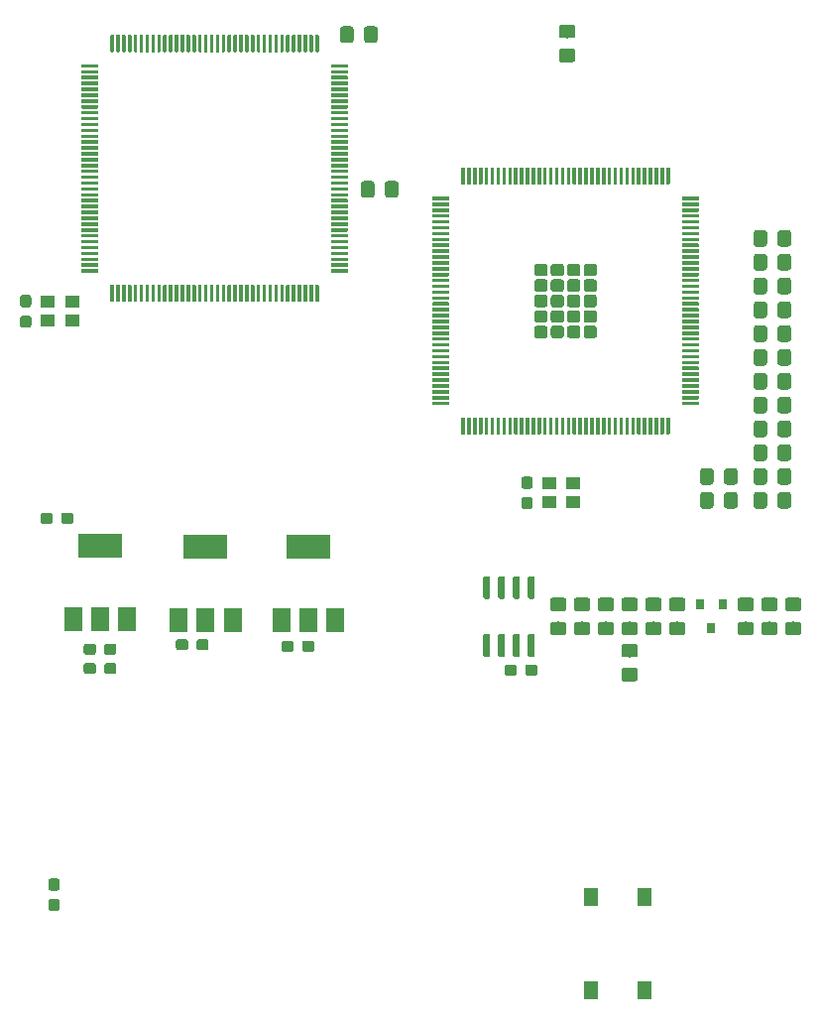
<source format=gbr>
G04 #@! TF.GenerationSoftware,KiCad,Pcbnew,(5.1.2-1)-1*
G04 #@! TF.CreationDate,2020-07-05T10:41:52+01:00*
G04 #@! TF.ProjectId,MZ80-80CLR,4d5a3830-2d38-4304-934c-522e6b696361,rev?*
G04 #@! TF.SameCoordinates,Original*
G04 #@! TF.FileFunction,Paste,Top*
G04 #@! TF.FilePolarity,Positive*
%FSLAX46Y46*%
G04 Gerber Fmt 4.6, Leading zero omitted, Abs format (unit mm)*
G04 Created by KiCad (PCBNEW (5.1.2-1)-1) date 2020-07-05 10:41:52*
%MOMM*%
%LPD*%
G04 APERTURE LIST*
%ADD10R,1.300000X1.550000*%
%ADD11R,0.800000X0.900000*%
%ADD12C,0.100000*%
%ADD13C,1.070000*%
%ADD14C,0.300000*%
%ADD15C,0.950000*%
%ADD16R,1.500000X2.000000*%
%ADD17R,3.800000X2.000000*%
%ADD18R,1.300000X1.100000*%
%ADD19C,0.600000*%
%ADD20C,1.150000*%
G04 APERTURE END LIST*
D10*
X124297000Y-122893000D03*
X119797000Y-122893000D03*
X119797000Y-130853000D03*
X124297000Y-130853000D03*
D11*
X130048000Y-99933000D03*
X129098000Y-97933000D03*
X130998000Y-97933000D03*
D12*
G36*
X115837504Y-74120704D02*
G01*
X115861773Y-74124304D01*
X115885571Y-74130265D01*
X115908671Y-74138530D01*
X115930849Y-74149020D01*
X115951893Y-74161633D01*
X115971598Y-74176247D01*
X115989777Y-74192723D01*
X116006253Y-74210902D01*
X116020867Y-74230607D01*
X116033480Y-74251651D01*
X116043970Y-74273829D01*
X116052235Y-74296929D01*
X116058196Y-74320727D01*
X116061796Y-74344996D01*
X116063000Y-74369500D01*
X116063000Y-74939500D01*
X116061796Y-74964004D01*
X116058196Y-74988273D01*
X116052235Y-75012071D01*
X116043970Y-75035171D01*
X116033480Y-75057349D01*
X116020867Y-75078393D01*
X116006253Y-75098098D01*
X115989777Y-75116277D01*
X115971598Y-75132753D01*
X115951893Y-75147367D01*
X115930849Y-75159980D01*
X115908671Y-75170470D01*
X115885571Y-75178735D01*
X115861773Y-75184696D01*
X115837504Y-75188296D01*
X115813000Y-75189500D01*
X115183000Y-75189500D01*
X115158496Y-75188296D01*
X115134227Y-75184696D01*
X115110429Y-75178735D01*
X115087329Y-75170470D01*
X115065151Y-75159980D01*
X115044107Y-75147367D01*
X115024402Y-75132753D01*
X115006223Y-75116277D01*
X114989747Y-75098098D01*
X114975133Y-75078393D01*
X114962520Y-75057349D01*
X114952030Y-75035171D01*
X114943765Y-75012071D01*
X114937804Y-74988273D01*
X114934204Y-74964004D01*
X114933000Y-74939500D01*
X114933000Y-74369500D01*
X114934204Y-74344996D01*
X114937804Y-74320727D01*
X114943765Y-74296929D01*
X114952030Y-74273829D01*
X114962520Y-74251651D01*
X114975133Y-74230607D01*
X114989747Y-74210902D01*
X115006223Y-74192723D01*
X115024402Y-74176247D01*
X115044107Y-74161633D01*
X115065151Y-74149020D01*
X115087329Y-74138530D01*
X115110429Y-74130265D01*
X115134227Y-74124304D01*
X115158496Y-74120704D01*
X115183000Y-74119500D01*
X115813000Y-74119500D01*
X115837504Y-74120704D01*
X115837504Y-74120704D01*
G37*
D13*
X115498000Y-74654500D03*
D12*
G36*
X117237504Y-74120704D02*
G01*
X117261773Y-74124304D01*
X117285571Y-74130265D01*
X117308671Y-74138530D01*
X117330849Y-74149020D01*
X117351893Y-74161633D01*
X117371598Y-74176247D01*
X117389777Y-74192723D01*
X117406253Y-74210902D01*
X117420867Y-74230607D01*
X117433480Y-74251651D01*
X117443970Y-74273829D01*
X117452235Y-74296929D01*
X117458196Y-74320727D01*
X117461796Y-74344996D01*
X117463000Y-74369500D01*
X117463000Y-74939500D01*
X117461796Y-74964004D01*
X117458196Y-74988273D01*
X117452235Y-75012071D01*
X117443970Y-75035171D01*
X117433480Y-75057349D01*
X117420867Y-75078393D01*
X117406253Y-75098098D01*
X117389777Y-75116277D01*
X117371598Y-75132753D01*
X117351893Y-75147367D01*
X117330849Y-75159980D01*
X117308671Y-75170470D01*
X117285571Y-75178735D01*
X117261773Y-75184696D01*
X117237504Y-75188296D01*
X117213000Y-75189500D01*
X116583000Y-75189500D01*
X116558496Y-75188296D01*
X116534227Y-75184696D01*
X116510429Y-75178735D01*
X116487329Y-75170470D01*
X116465151Y-75159980D01*
X116444107Y-75147367D01*
X116424402Y-75132753D01*
X116406223Y-75116277D01*
X116389747Y-75098098D01*
X116375133Y-75078393D01*
X116362520Y-75057349D01*
X116352030Y-75035171D01*
X116343765Y-75012071D01*
X116337804Y-74988273D01*
X116334204Y-74964004D01*
X116333000Y-74939500D01*
X116333000Y-74369500D01*
X116334204Y-74344996D01*
X116337804Y-74320727D01*
X116343765Y-74296929D01*
X116352030Y-74273829D01*
X116362520Y-74251651D01*
X116375133Y-74230607D01*
X116389747Y-74210902D01*
X116406223Y-74192723D01*
X116424402Y-74176247D01*
X116444107Y-74161633D01*
X116465151Y-74149020D01*
X116487329Y-74138530D01*
X116510429Y-74130265D01*
X116534227Y-74124304D01*
X116558496Y-74120704D01*
X116583000Y-74119500D01*
X117213000Y-74119500D01*
X117237504Y-74120704D01*
X117237504Y-74120704D01*
G37*
D13*
X116898000Y-74654500D03*
D12*
G36*
X118637504Y-74120704D02*
G01*
X118661773Y-74124304D01*
X118685571Y-74130265D01*
X118708671Y-74138530D01*
X118730849Y-74149020D01*
X118751893Y-74161633D01*
X118771598Y-74176247D01*
X118789777Y-74192723D01*
X118806253Y-74210902D01*
X118820867Y-74230607D01*
X118833480Y-74251651D01*
X118843970Y-74273829D01*
X118852235Y-74296929D01*
X118858196Y-74320727D01*
X118861796Y-74344996D01*
X118863000Y-74369500D01*
X118863000Y-74939500D01*
X118861796Y-74964004D01*
X118858196Y-74988273D01*
X118852235Y-75012071D01*
X118843970Y-75035171D01*
X118833480Y-75057349D01*
X118820867Y-75078393D01*
X118806253Y-75098098D01*
X118789777Y-75116277D01*
X118771598Y-75132753D01*
X118751893Y-75147367D01*
X118730849Y-75159980D01*
X118708671Y-75170470D01*
X118685571Y-75178735D01*
X118661773Y-75184696D01*
X118637504Y-75188296D01*
X118613000Y-75189500D01*
X117983000Y-75189500D01*
X117958496Y-75188296D01*
X117934227Y-75184696D01*
X117910429Y-75178735D01*
X117887329Y-75170470D01*
X117865151Y-75159980D01*
X117844107Y-75147367D01*
X117824402Y-75132753D01*
X117806223Y-75116277D01*
X117789747Y-75098098D01*
X117775133Y-75078393D01*
X117762520Y-75057349D01*
X117752030Y-75035171D01*
X117743765Y-75012071D01*
X117737804Y-74988273D01*
X117734204Y-74964004D01*
X117733000Y-74939500D01*
X117733000Y-74369500D01*
X117734204Y-74344996D01*
X117737804Y-74320727D01*
X117743765Y-74296929D01*
X117752030Y-74273829D01*
X117762520Y-74251651D01*
X117775133Y-74230607D01*
X117789747Y-74210902D01*
X117806223Y-74192723D01*
X117824402Y-74176247D01*
X117844107Y-74161633D01*
X117865151Y-74149020D01*
X117887329Y-74138530D01*
X117910429Y-74130265D01*
X117934227Y-74124304D01*
X117958496Y-74120704D01*
X117983000Y-74119500D01*
X118613000Y-74119500D01*
X118637504Y-74120704D01*
X118637504Y-74120704D01*
G37*
D13*
X118298000Y-74654500D03*
D12*
G36*
X120037504Y-74120704D02*
G01*
X120061773Y-74124304D01*
X120085571Y-74130265D01*
X120108671Y-74138530D01*
X120130849Y-74149020D01*
X120151893Y-74161633D01*
X120171598Y-74176247D01*
X120189777Y-74192723D01*
X120206253Y-74210902D01*
X120220867Y-74230607D01*
X120233480Y-74251651D01*
X120243970Y-74273829D01*
X120252235Y-74296929D01*
X120258196Y-74320727D01*
X120261796Y-74344996D01*
X120263000Y-74369500D01*
X120263000Y-74939500D01*
X120261796Y-74964004D01*
X120258196Y-74988273D01*
X120252235Y-75012071D01*
X120243970Y-75035171D01*
X120233480Y-75057349D01*
X120220867Y-75078393D01*
X120206253Y-75098098D01*
X120189777Y-75116277D01*
X120171598Y-75132753D01*
X120151893Y-75147367D01*
X120130849Y-75159980D01*
X120108671Y-75170470D01*
X120085571Y-75178735D01*
X120061773Y-75184696D01*
X120037504Y-75188296D01*
X120013000Y-75189500D01*
X119383000Y-75189500D01*
X119358496Y-75188296D01*
X119334227Y-75184696D01*
X119310429Y-75178735D01*
X119287329Y-75170470D01*
X119265151Y-75159980D01*
X119244107Y-75147367D01*
X119224402Y-75132753D01*
X119206223Y-75116277D01*
X119189747Y-75098098D01*
X119175133Y-75078393D01*
X119162520Y-75057349D01*
X119152030Y-75035171D01*
X119143765Y-75012071D01*
X119137804Y-74988273D01*
X119134204Y-74964004D01*
X119133000Y-74939500D01*
X119133000Y-74369500D01*
X119134204Y-74344996D01*
X119137804Y-74320727D01*
X119143765Y-74296929D01*
X119152030Y-74273829D01*
X119162520Y-74251651D01*
X119175133Y-74230607D01*
X119189747Y-74210902D01*
X119206223Y-74192723D01*
X119224402Y-74176247D01*
X119244107Y-74161633D01*
X119265151Y-74149020D01*
X119287329Y-74138530D01*
X119310429Y-74130265D01*
X119334227Y-74124304D01*
X119358496Y-74120704D01*
X119383000Y-74119500D01*
X120013000Y-74119500D01*
X120037504Y-74120704D01*
X120037504Y-74120704D01*
G37*
D13*
X119698000Y-74654500D03*
D12*
G36*
X115837504Y-72800704D02*
G01*
X115861773Y-72804304D01*
X115885571Y-72810265D01*
X115908671Y-72818530D01*
X115930849Y-72829020D01*
X115951893Y-72841633D01*
X115971598Y-72856247D01*
X115989777Y-72872723D01*
X116006253Y-72890902D01*
X116020867Y-72910607D01*
X116033480Y-72931651D01*
X116043970Y-72953829D01*
X116052235Y-72976929D01*
X116058196Y-73000727D01*
X116061796Y-73024996D01*
X116063000Y-73049500D01*
X116063000Y-73619500D01*
X116061796Y-73644004D01*
X116058196Y-73668273D01*
X116052235Y-73692071D01*
X116043970Y-73715171D01*
X116033480Y-73737349D01*
X116020867Y-73758393D01*
X116006253Y-73778098D01*
X115989777Y-73796277D01*
X115971598Y-73812753D01*
X115951893Y-73827367D01*
X115930849Y-73839980D01*
X115908671Y-73850470D01*
X115885571Y-73858735D01*
X115861773Y-73864696D01*
X115837504Y-73868296D01*
X115813000Y-73869500D01*
X115183000Y-73869500D01*
X115158496Y-73868296D01*
X115134227Y-73864696D01*
X115110429Y-73858735D01*
X115087329Y-73850470D01*
X115065151Y-73839980D01*
X115044107Y-73827367D01*
X115024402Y-73812753D01*
X115006223Y-73796277D01*
X114989747Y-73778098D01*
X114975133Y-73758393D01*
X114962520Y-73737349D01*
X114952030Y-73715171D01*
X114943765Y-73692071D01*
X114937804Y-73668273D01*
X114934204Y-73644004D01*
X114933000Y-73619500D01*
X114933000Y-73049500D01*
X114934204Y-73024996D01*
X114937804Y-73000727D01*
X114943765Y-72976929D01*
X114952030Y-72953829D01*
X114962520Y-72931651D01*
X114975133Y-72910607D01*
X114989747Y-72890902D01*
X115006223Y-72872723D01*
X115024402Y-72856247D01*
X115044107Y-72841633D01*
X115065151Y-72829020D01*
X115087329Y-72818530D01*
X115110429Y-72810265D01*
X115134227Y-72804304D01*
X115158496Y-72800704D01*
X115183000Y-72799500D01*
X115813000Y-72799500D01*
X115837504Y-72800704D01*
X115837504Y-72800704D01*
G37*
D13*
X115498000Y-73334500D03*
D12*
G36*
X117237504Y-72800704D02*
G01*
X117261773Y-72804304D01*
X117285571Y-72810265D01*
X117308671Y-72818530D01*
X117330849Y-72829020D01*
X117351893Y-72841633D01*
X117371598Y-72856247D01*
X117389777Y-72872723D01*
X117406253Y-72890902D01*
X117420867Y-72910607D01*
X117433480Y-72931651D01*
X117443970Y-72953829D01*
X117452235Y-72976929D01*
X117458196Y-73000727D01*
X117461796Y-73024996D01*
X117463000Y-73049500D01*
X117463000Y-73619500D01*
X117461796Y-73644004D01*
X117458196Y-73668273D01*
X117452235Y-73692071D01*
X117443970Y-73715171D01*
X117433480Y-73737349D01*
X117420867Y-73758393D01*
X117406253Y-73778098D01*
X117389777Y-73796277D01*
X117371598Y-73812753D01*
X117351893Y-73827367D01*
X117330849Y-73839980D01*
X117308671Y-73850470D01*
X117285571Y-73858735D01*
X117261773Y-73864696D01*
X117237504Y-73868296D01*
X117213000Y-73869500D01*
X116583000Y-73869500D01*
X116558496Y-73868296D01*
X116534227Y-73864696D01*
X116510429Y-73858735D01*
X116487329Y-73850470D01*
X116465151Y-73839980D01*
X116444107Y-73827367D01*
X116424402Y-73812753D01*
X116406223Y-73796277D01*
X116389747Y-73778098D01*
X116375133Y-73758393D01*
X116362520Y-73737349D01*
X116352030Y-73715171D01*
X116343765Y-73692071D01*
X116337804Y-73668273D01*
X116334204Y-73644004D01*
X116333000Y-73619500D01*
X116333000Y-73049500D01*
X116334204Y-73024996D01*
X116337804Y-73000727D01*
X116343765Y-72976929D01*
X116352030Y-72953829D01*
X116362520Y-72931651D01*
X116375133Y-72910607D01*
X116389747Y-72890902D01*
X116406223Y-72872723D01*
X116424402Y-72856247D01*
X116444107Y-72841633D01*
X116465151Y-72829020D01*
X116487329Y-72818530D01*
X116510429Y-72810265D01*
X116534227Y-72804304D01*
X116558496Y-72800704D01*
X116583000Y-72799500D01*
X117213000Y-72799500D01*
X117237504Y-72800704D01*
X117237504Y-72800704D01*
G37*
D13*
X116898000Y-73334500D03*
D12*
G36*
X118637504Y-72800704D02*
G01*
X118661773Y-72804304D01*
X118685571Y-72810265D01*
X118708671Y-72818530D01*
X118730849Y-72829020D01*
X118751893Y-72841633D01*
X118771598Y-72856247D01*
X118789777Y-72872723D01*
X118806253Y-72890902D01*
X118820867Y-72910607D01*
X118833480Y-72931651D01*
X118843970Y-72953829D01*
X118852235Y-72976929D01*
X118858196Y-73000727D01*
X118861796Y-73024996D01*
X118863000Y-73049500D01*
X118863000Y-73619500D01*
X118861796Y-73644004D01*
X118858196Y-73668273D01*
X118852235Y-73692071D01*
X118843970Y-73715171D01*
X118833480Y-73737349D01*
X118820867Y-73758393D01*
X118806253Y-73778098D01*
X118789777Y-73796277D01*
X118771598Y-73812753D01*
X118751893Y-73827367D01*
X118730849Y-73839980D01*
X118708671Y-73850470D01*
X118685571Y-73858735D01*
X118661773Y-73864696D01*
X118637504Y-73868296D01*
X118613000Y-73869500D01*
X117983000Y-73869500D01*
X117958496Y-73868296D01*
X117934227Y-73864696D01*
X117910429Y-73858735D01*
X117887329Y-73850470D01*
X117865151Y-73839980D01*
X117844107Y-73827367D01*
X117824402Y-73812753D01*
X117806223Y-73796277D01*
X117789747Y-73778098D01*
X117775133Y-73758393D01*
X117762520Y-73737349D01*
X117752030Y-73715171D01*
X117743765Y-73692071D01*
X117737804Y-73668273D01*
X117734204Y-73644004D01*
X117733000Y-73619500D01*
X117733000Y-73049500D01*
X117734204Y-73024996D01*
X117737804Y-73000727D01*
X117743765Y-72976929D01*
X117752030Y-72953829D01*
X117762520Y-72931651D01*
X117775133Y-72910607D01*
X117789747Y-72890902D01*
X117806223Y-72872723D01*
X117824402Y-72856247D01*
X117844107Y-72841633D01*
X117865151Y-72829020D01*
X117887329Y-72818530D01*
X117910429Y-72810265D01*
X117934227Y-72804304D01*
X117958496Y-72800704D01*
X117983000Y-72799500D01*
X118613000Y-72799500D01*
X118637504Y-72800704D01*
X118637504Y-72800704D01*
G37*
D13*
X118298000Y-73334500D03*
D12*
G36*
X120037504Y-72800704D02*
G01*
X120061773Y-72804304D01*
X120085571Y-72810265D01*
X120108671Y-72818530D01*
X120130849Y-72829020D01*
X120151893Y-72841633D01*
X120171598Y-72856247D01*
X120189777Y-72872723D01*
X120206253Y-72890902D01*
X120220867Y-72910607D01*
X120233480Y-72931651D01*
X120243970Y-72953829D01*
X120252235Y-72976929D01*
X120258196Y-73000727D01*
X120261796Y-73024996D01*
X120263000Y-73049500D01*
X120263000Y-73619500D01*
X120261796Y-73644004D01*
X120258196Y-73668273D01*
X120252235Y-73692071D01*
X120243970Y-73715171D01*
X120233480Y-73737349D01*
X120220867Y-73758393D01*
X120206253Y-73778098D01*
X120189777Y-73796277D01*
X120171598Y-73812753D01*
X120151893Y-73827367D01*
X120130849Y-73839980D01*
X120108671Y-73850470D01*
X120085571Y-73858735D01*
X120061773Y-73864696D01*
X120037504Y-73868296D01*
X120013000Y-73869500D01*
X119383000Y-73869500D01*
X119358496Y-73868296D01*
X119334227Y-73864696D01*
X119310429Y-73858735D01*
X119287329Y-73850470D01*
X119265151Y-73839980D01*
X119244107Y-73827367D01*
X119224402Y-73812753D01*
X119206223Y-73796277D01*
X119189747Y-73778098D01*
X119175133Y-73758393D01*
X119162520Y-73737349D01*
X119152030Y-73715171D01*
X119143765Y-73692071D01*
X119137804Y-73668273D01*
X119134204Y-73644004D01*
X119133000Y-73619500D01*
X119133000Y-73049500D01*
X119134204Y-73024996D01*
X119137804Y-73000727D01*
X119143765Y-72976929D01*
X119152030Y-72953829D01*
X119162520Y-72931651D01*
X119175133Y-72910607D01*
X119189747Y-72890902D01*
X119206223Y-72872723D01*
X119224402Y-72856247D01*
X119244107Y-72841633D01*
X119265151Y-72829020D01*
X119287329Y-72818530D01*
X119310429Y-72810265D01*
X119334227Y-72804304D01*
X119358496Y-72800704D01*
X119383000Y-72799500D01*
X120013000Y-72799500D01*
X120037504Y-72800704D01*
X120037504Y-72800704D01*
G37*
D13*
X119698000Y-73334500D03*
D12*
G36*
X115837504Y-71480704D02*
G01*
X115861773Y-71484304D01*
X115885571Y-71490265D01*
X115908671Y-71498530D01*
X115930849Y-71509020D01*
X115951893Y-71521633D01*
X115971598Y-71536247D01*
X115989777Y-71552723D01*
X116006253Y-71570902D01*
X116020867Y-71590607D01*
X116033480Y-71611651D01*
X116043970Y-71633829D01*
X116052235Y-71656929D01*
X116058196Y-71680727D01*
X116061796Y-71704996D01*
X116063000Y-71729500D01*
X116063000Y-72299500D01*
X116061796Y-72324004D01*
X116058196Y-72348273D01*
X116052235Y-72372071D01*
X116043970Y-72395171D01*
X116033480Y-72417349D01*
X116020867Y-72438393D01*
X116006253Y-72458098D01*
X115989777Y-72476277D01*
X115971598Y-72492753D01*
X115951893Y-72507367D01*
X115930849Y-72519980D01*
X115908671Y-72530470D01*
X115885571Y-72538735D01*
X115861773Y-72544696D01*
X115837504Y-72548296D01*
X115813000Y-72549500D01*
X115183000Y-72549500D01*
X115158496Y-72548296D01*
X115134227Y-72544696D01*
X115110429Y-72538735D01*
X115087329Y-72530470D01*
X115065151Y-72519980D01*
X115044107Y-72507367D01*
X115024402Y-72492753D01*
X115006223Y-72476277D01*
X114989747Y-72458098D01*
X114975133Y-72438393D01*
X114962520Y-72417349D01*
X114952030Y-72395171D01*
X114943765Y-72372071D01*
X114937804Y-72348273D01*
X114934204Y-72324004D01*
X114933000Y-72299500D01*
X114933000Y-71729500D01*
X114934204Y-71704996D01*
X114937804Y-71680727D01*
X114943765Y-71656929D01*
X114952030Y-71633829D01*
X114962520Y-71611651D01*
X114975133Y-71590607D01*
X114989747Y-71570902D01*
X115006223Y-71552723D01*
X115024402Y-71536247D01*
X115044107Y-71521633D01*
X115065151Y-71509020D01*
X115087329Y-71498530D01*
X115110429Y-71490265D01*
X115134227Y-71484304D01*
X115158496Y-71480704D01*
X115183000Y-71479500D01*
X115813000Y-71479500D01*
X115837504Y-71480704D01*
X115837504Y-71480704D01*
G37*
D13*
X115498000Y-72014500D03*
D12*
G36*
X117237504Y-71480704D02*
G01*
X117261773Y-71484304D01*
X117285571Y-71490265D01*
X117308671Y-71498530D01*
X117330849Y-71509020D01*
X117351893Y-71521633D01*
X117371598Y-71536247D01*
X117389777Y-71552723D01*
X117406253Y-71570902D01*
X117420867Y-71590607D01*
X117433480Y-71611651D01*
X117443970Y-71633829D01*
X117452235Y-71656929D01*
X117458196Y-71680727D01*
X117461796Y-71704996D01*
X117463000Y-71729500D01*
X117463000Y-72299500D01*
X117461796Y-72324004D01*
X117458196Y-72348273D01*
X117452235Y-72372071D01*
X117443970Y-72395171D01*
X117433480Y-72417349D01*
X117420867Y-72438393D01*
X117406253Y-72458098D01*
X117389777Y-72476277D01*
X117371598Y-72492753D01*
X117351893Y-72507367D01*
X117330849Y-72519980D01*
X117308671Y-72530470D01*
X117285571Y-72538735D01*
X117261773Y-72544696D01*
X117237504Y-72548296D01*
X117213000Y-72549500D01*
X116583000Y-72549500D01*
X116558496Y-72548296D01*
X116534227Y-72544696D01*
X116510429Y-72538735D01*
X116487329Y-72530470D01*
X116465151Y-72519980D01*
X116444107Y-72507367D01*
X116424402Y-72492753D01*
X116406223Y-72476277D01*
X116389747Y-72458098D01*
X116375133Y-72438393D01*
X116362520Y-72417349D01*
X116352030Y-72395171D01*
X116343765Y-72372071D01*
X116337804Y-72348273D01*
X116334204Y-72324004D01*
X116333000Y-72299500D01*
X116333000Y-71729500D01*
X116334204Y-71704996D01*
X116337804Y-71680727D01*
X116343765Y-71656929D01*
X116352030Y-71633829D01*
X116362520Y-71611651D01*
X116375133Y-71590607D01*
X116389747Y-71570902D01*
X116406223Y-71552723D01*
X116424402Y-71536247D01*
X116444107Y-71521633D01*
X116465151Y-71509020D01*
X116487329Y-71498530D01*
X116510429Y-71490265D01*
X116534227Y-71484304D01*
X116558496Y-71480704D01*
X116583000Y-71479500D01*
X117213000Y-71479500D01*
X117237504Y-71480704D01*
X117237504Y-71480704D01*
G37*
D13*
X116898000Y-72014500D03*
D12*
G36*
X118637504Y-71480704D02*
G01*
X118661773Y-71484304D01*
X118685571Y-71490265D01*
X118708671Y-71498530D01*
X118730849Y-71509020D01*
X118751893Y-71521633D01*
X118771598Y-71536247D01*
X118789777Y-71552723D01*
X118806253Y-71570902D01*
X118820867Y-71590607D01*
X118833480Y-71611651D01*
X118843970Y-71633829D01*
X118852235Y-71656929D01*
X118858196Y-71680727D01*
X118861796Y-71704996D01*
X118863000Y-71729500D01*
X118863000Y-72299500D01*
X118861796Y-72324004D01*
X118858196Y-72348273D01*
X118852235Y-72372071D01*
X118843970Y-72395171D01*
X118833480Y-72417349D01*
X118820867Y-72438393D01*
X118806253Y-72458098D01*
X118789777Y-72476277D01*
X118771598Y-72492753D01*
X118751893Y-72507367D01*
X118730849Y-72519980D01*
X118708671Y-72530470D01*
X118685571Y-72538735D01*
X118661773Y-72544696D01*
X118637504Y-72548296D01*
X118613000Y-72549500D01*
X117983000Y-72549500D01*
X117958496Y-72548296D01*
X117934227Y-72544696D01*
X117910429Y-72538735D01*
X117887329Y-72530470D01*
X117865151Y-72519980D01*
X117844107Y-72507367D01*
X117824402Y-72492753D01*
X117806223Y-72476277D01*
X117789747Y-72458098D01*
X117775133Y-72438393D01*
X117762520Y-72417349D01*
X117752030Y-72395171D01*
X117743765Y-72372071D01*
X117737804Y-72348273D01*
X117734204Y-72324004D01*
X117733000Y-72299500D01*
X117733000Y-71729500D01*
X117734204Y-71704996D01*
X117737804Y-71680727D01*
X117743765Y-71656929D01*
X117752030Y-71633829D01*
X117762520Y-71611651D01*
X117775133Y-71590607D01*
X117789747Y-71570902D01*
X117806223Y-71552723D01*
X117824402Y-71536247D01*
X117844107Y-71521633D01*
X117865151Y-71509020D01*
X117887329Y-71498530D01*
X117910429Y-71490265D01*
X117934227Y-71484304D01*
X117958496Y-71480704D01*
X117983000Y-71479500D01*
X118613000Y-71479500D01*
X118637504Y-71480704D01*
X118637504Y-71480704D01*
G37*
D13*
X118298000Y-72014500D03*
D12*
G36*
X120037504Y-71480704D02*
G01*
X120061773Y-71484304D01*
X120085571Y-71490265D01*
X120108671Y-71498530D01*
X120130849Y-71509020D01*
X120151893Y-71521633D01*
X120171598Y-71536247D01*
X120189777Y-71552723D01*
X120206253Y-71570902D01*
X120220867Y-71590607D01*
X120233480Y-71611651D01*
X120243970Y-71633829D01*
X120252235Y-71656929D01*
X120258196Y-71680727D01*
X120261796Y-71704996D01*
X120263000Y-71729500D01*
X120263000Y-72299500D01*
X120261796Y-72324004D01*
X120258196Y-72348273D01*
X120252235Y-72372071D01*
X120243970Y-72395171D01*
X120233480Y-72417349D01*
X120220867Y-72438393D01*
X120206253Y-72458098D01*
X120189777Y-72476277D01*
X120171598Y-72492753D01*
X120151893Y-72507367D01*
X120130849Y-72519980D01*
X120108671Y-72530470D01*
X120085571Y-72538735D01*
X120061773Y-72544696D01*
X120037504Y-72548296D01*
X120013000Y-72549500D01*
X119383000Y-72549500D01*
X119358496Y-72548296D01*
X119334227Y-72544696D01*
X119310429Y-72538735D01*
X119287329Y-72530470D01*
X119265151Y-72519980D01*
X119244107Y-72507367D01*
X119224402Y-72492753D01*
X119206223Y-72476277D01*
X119189747Y-72458098D01*
X119175133Y-72438393D01*
X119162520Y-72417349D01*
X119152030Y-72395171D01*
X119143765Y-72372071D01*
X119137804Y-72348273D01*
X119134204Y-72324004D01*
X119133000Y-72299500D01*
X119133000Y-71729500D01*
X119134204Y-71704996D01*
X119137804Y-71680727D01*
X119143765Y-71656929D01*
X119152030Y-71633829D01*
X119162520Y-71611651D01*
X119175133Y-71590607D01*
X119189747Y-71570902D01*
X119206223Y-71552723D01*
X119224402Y-71536247D01*
X119244107Y-71521633D01*
X119265151Y-71509020D01*
X119287329Y-71498530D01*
X119310429Y-71490265D01*
X119334227Y-71484304D01*
X119358496Y-71480704D01*
X119383000Y-71479500D01*
X120013000Y-71479500D01*
X120037504Y-71480704D01*
X120037504Y-71480704D01*
G37*
D13*
X119698000Y-72014500D03*
D12*
G36*
X115837504Y-70160704D02*
G01*
X115861773Y-70164304D01*
X115885571Y-70170265D01*
X115908671Y-70178530D01*
X115930849Y-70189020D01*
X115951893Y-70201633D01*
X115971598Y-70216247D01*
X115989777Y-70232723D01*
X116006253Y-70250902D01*
X116020867Y-70270607D01*
X116033480Y-70291651D01*
X116043970Y-70313829D01*
X116052235Y-70336929D01*
X116058196Y-70360727D01*
X116061796Y-70384996D01*
X116063000Y-70409500D01*
X116063000Y-70979500D01*
X116061796Y-71004004D01*
X116058196Y-71028273D01*
X116052235Y-71052071D01*
X116043970Y-71075171D01*
X116033480Y-71097349D01*
X116020867Y-71118393D01*
X116006253Y-71138098D01*
X115989777Y-71156277D01*
X115971598Y-71172753D01*
X115951893Y-71187367D01*
X115930849Y-71199980D01*
X115908671Y-71210470D01*
X115885571Y-71218735D01*
X115861773Y-71224696D01*
X115837504Y-71228296D01*
X115813000Y-71229500D01*
X115183000Y-71229500D01*
X115158496Y-71228296D01*
X115134227Y-71224696D01*
X115110429Y-71218735D01*
X115087329Y-71210470D01*
X115065151Y-71199980D01*
X115044107Y-71187367D01*
X115024402Y-71172753D01*
X115006223Y-71156277D01*
X114989747Y-71138098D01*
X114975133Y-71118393D01*
X114962520Y-71097349D01*
X114952030Y-71075171D01*
X114943765Y-71052071D01*
X114937804Y-71028273D01*
X114934204Y-71004004D01*
X114933000Y-70979500D01*
X114933000Y-70409500D01*
X114934204Y-70384996D01*
X114937804Y-70360727D01*
X114943765Y-70336929D01*
X114952030Y-70313829D01*
X114962520Y-70291651D01*
X114975133Y-70270607D01*
X114989747Y-70250902D01*
X115006223Y-70232723D01*
X115024402Y-70216247D01*
X115044107Y-70201633D01*
X115065151Y-70189020D01*
X115087329Y-70178530D01*
X115110429Y-70170265D01*
X115134227Y-70164304D01*
X115158496Y-70160704D01*
X115183000Y-70159500D01*
X115813000Y-70159500D01*
X115837504Y-70160704D01*
X115837504Y-70160704D01*
G37*
D13*
X115498000Y-70694500D03*
D12*
G36*
X117237504Y-70160704D02*
G01*
X117261773Y-70164304D01*
X117285571Y-70170265D01*
X117308671Y-70178530D01*
X117330849Y-70189020D01*
X117351893Y-70201633D01*
X117371598Y-70216247D01*
X117389777Y-70232723D01*
X117406253Y-70250902D01*
X117420867Y-70270607D01*
X117433480Y-70291651D01*
X117443970Y-70313829D01*
X117452235Y-70336929D01*
X117458196Y-70360727D01*
X117461796Y-70384996D01*
X117463000Y-70409500D01*
X117463000Y-70979500D01*
X117461796Y-71004004D01*
X117458196Y-71028273D01*
X117452235Y-71052071D01*
X117443970Y-71075171D01*
X117433480Y-71097349D01*
X117420867Y-71118393D01*
X117406253Y-71138098D01*
X117389777Y-71156277D01*
X117371598Y-71172753D01*
X117351893Y-71187367D01*
X117330849Y-71199980D01*
X117308671Y-71210470D01*
X117285571Y-71218735D01*
X117261773Y-71224696D01*
X117237504Y-71228296D01*
X117213000Y-71229500D01*
X116583000Y-71229500D01*
X116558496Y-71228296D01*
X116534227Y-71224696D01*
X116510429Y-71218735D01*
X116487329Y-71210470D01*
X116465151Y-71199980D01*
X116444107Y-71187367D01*
X116424402Y-71172753D01*
X116406223Y-71156277D01*
X116389747Y-71138098D01*
X116375133Y-71118393D01*
X116362520Y-71097349D01*
X116352030Y-71075171D01*
X116343765Y-71052071D01*
X116337804Y-71028273D01*
X116334204Y-71004004D01*
X116333000Y-70979500D01*
X116333000Y-70409500D01*
X116334204Y-70384996D01*
X116337804Y-70360727D01*
X116343765Y-70336929D01*
X116352030Y-70313829D01*
X116362520Y-70291651D01*
X116375133Y-70270607D01*
X116389747Y-70250902D01*
X116406223Y-70232723D01*
X116424402Y-70216247D01*
X116444107Y-70201633D01*
X116465151Y-70189020D01*
X116487329Y-70178530D01*
X116510429Y-70170265D01*
X116534227Y-70164304D01*
X116558496Y-70160704D01*
X116583000Y-70159500D01*
X117213000Y-70159500D01*
X117237504Y-70160704D01*
X117237504Y-70160704D01*
G37*
D13*
X116898000Y-70694500D03*
D12*
G36*
X118637504Y-70160704D02*
G01*
X118661773Y-70164304D01*
X118685571Y-70170265D01*
X118708671Y-70178530D01*
X118730849Y-70189020D01*
X118751893Y-70201633D01*
X118771598Y-70216247D01*
X118789777Y-70232723D01*
X118806253Y-70250902D01*
X118820867Y-70270607D01*
X118833480Y-70291651D01*
X118843970Y-70313829D01*
X118852235Y-70336929D01*
X118858196Y-70360727D01*
X118861796Y-70384996D01*
X118863000Y-70409500D01*
X118863000Y-70979500D01*
X118861796Y-71004004D01*
X118858196Y-71028273D01*
X118852235Y-71052071D01*
X118843970Y-71075171D01*
X118833480Y-71097349D01*
X118820867Y-71118393D01*
X118806253Y-71138098D01*
X118789777Y-71156277D01*
X118771598Y-71172753D01*
X118751893Y-71187367D01*
X118730849Y-71199980D01*
X118708671Y-71210470D01*
X118685571Y-71218735D01*
X118661773Y-71224696D01*
X118637504Y-71228296D01*
X118613000Y-71229500D01*
X117983000Y-71229500D01*
X117958496Y-71228296D01*
X117934227Y-71224696D01*
X117910429Y-71218735D01*
X117887329Y-71210470D01*
X117865151Y-71199980D01*
X117844107Y-71187367D01*
X117824402Y-71172753D01*
X117806223Y-71156277D01*
X117789747Y-71138098D01*
X117775133Y-71118393D01*
X117762520Y-71097349D01*
X117752030Y-71075171D01*
X117743765Y-71052071D01*
X117737804Y-71028273D01*
X117734204Y-71004004D01*
X117733000Y-70979500D01*
X117733000Y-70409500D01*
X117734204Y-70384996D01*
X117737804Y-70360727D01*
X117743765Y-70336929D01*
X117752030Y-70313829D01*
X117762520Y-70291651D01*
X117775133Y-70270607D01*
X117789747Y-70250902D01*
X117806223Y-70232723D01*
X117824402Y-70216247D01*
X117844107Y-70201633D01*
X117865151Y-70189020D01*
X117887329Y-70178530D01*
X117910429Y-70170265D01*
X117934227Y-70164304D01*
X117958496Y-70160704D01*
X117983000Y-70159500D01*
X118613000Y-70159500D01*
X118637504Y-70160704D01*
X118637504Y-70160704D01*
G37*
D13*
X118298000Y-70694500D03*
D12*
G36*
X120037504Y-70160704D02*
G01*
X120061773Y-70164304D01*
X120085571Y-70170265D01*
X120108671Y-70178530D01*
X120130849Y-70189020D01*
X120151893Y-70201633D01*
X120171598Y-70216247D01*
X120189777Y-70232723D01*
X120206253Y-70250902D01*
X120220867Y-70270607D01*
X120233480Y-70291651D01*
X120243970Y-70313829D01*
X120252235Y-70336929D01*
X120258196Y-70360727D01*
X120261796Y-70384996D01*
X120263000Y-70409500D01*
X120263000Y-70979500D01*
X120261796Y-71004004D01*
X120258196Y-71028273D01*
X120252235Y-71052071D01*
X120243970Y-71075171D01*
X120233480Y-71097349D01*
X120220867Y-71118393D01*
X120206253Y-71138098D01*
X120189777Y-71156277D01*
X120171598Y-71172753D01*
X120151893Y-71187367D01*
X120130849Y-71199980D01*
X120108671Y-71210470D01*
X120085571Y-71218735D01*
X120061773Y-71224696D01*
X120037504Y-71228296D01*
X120013000Y-71229500D01*
X119383000Y-71229500D01*
X119358496Y-71228296D01*
X119334227Y-71224696D01*
X119310429Y-71218735D01*
X119287329Y-71210470D01*
X119265151Y-71199980D01*
X119244107Y-71187367D01*
X119224402Y-71172753D01*
X119206223Y-71156277D01*
X119189747Y-71138098D01*
X119175133Y-71118393D01*
X119162520Y-71097349D01*
X119152030Y-71075171D01*
X119143765Y-71052071D01*
X119137804Y-71028273D01*
X119134204Y-71004004D01*
X119133000Y-70979500D01*
X119133000Y-70409500D01*
X119134204Y-70384996D01*
X119137804Y-70360727D01*
X119143765Y-70336929D01*
X119152030Y-70313829D01*
X119162520Y-70291651D01*
X119175133Y-70270607D01*
X119189747Y-70250902D01*
X119206223Y-70232723D01*
X119224402Y-70216247D01*
X119244107Y-70201633D01*
X119265151Y-70189020D01*
X119287329Y-70178530D01*
X119310429Y-70170265D01*
X119334227Y-70164304D01*
X119358496Y-70160704D01*
X119383000Y-70159500D01*
X120013000Y-70159500D01*
X120037504Y-70160704D01*
X120037504Y-70160704D01*
G37*
D13*
X119698000Y-70694500D03*
D12*
G36*
X115837504Y-68840704D02*
G01*
X115861773Y-68844304D01*
X115885571Y-68850265D01*
X115908671Y-68858530D01*
X115930849Y-68869020D01*
X115951893Y-68881633D01*
X115971598Y-68896247D01*
X115989777Y-68912723D01*
X116006253Y-68930902D01*
X116020867Y-68950607D01*
X116033480Y-68971651D01*
X116043970Y-68993829D01*
X116052235Y-69016929D01*
X116058196Y-69040727D01*
X116061796Y-69064996D01*
X116063000Y-69089500D01*
X116063000Y-69659500D01*
X116061796Y-69684004D01*
X116058196Y-69708273D01*
X116052235Y-69732071D01*
X116043970Y-69755171D01*
X116033480Y-69777349D01*
X116020867Y-69798393D01*
X116006253Y-69818098D01*
X115989777Y-69836277D01*
X115971598Y-69852753D01*
X115951893Y-69867367D01*
X115930849Y-69879980D01*
X115908671Y-69890470D01*
X115885571Y-69898735D01*
X115861773Y-69904696D01*
X115837504Y-69908296D01*
X115813000Y-69909500D01*
X115183000Y-69909500D01*
X115158496Y-69908296D01*
X115134227Y-69904696D01*
X115110429Y-69898735D01*
X115087329Y-69890470D01*
X115065151Y-69879980D01*
X115044107Y-69867367D01*
X115024402Y-69852753D01*
X115006223Y-69836277D01*
X114989747Y-69818098D01*
X114975133Y-69798393D01*
X114962520Y-69777349D01*
X114952030Y-69755171D01*
X114943765Y-69732071D01*
X114937804Y-69708273D01*
X114934204Y-69684004D01*
X114933000Y-69659500D01*
X114933000Y-69089500D01*
X114934204Y-69064996D01*
X114937804Y-69040727D01*
X114943765Y-69016929D01*
X114952030Y-68993829D01*
X114962520Y-68971651D01*
X114975133Y-68950607D01*
X114989747Y-68930902D01*
X115006223Y-68912723D01*
X115024402Y-68896247D01*
X115044107Y-68881633D01*
X115065151Y-68869020D01*
X115087329Y-68858530D01*
X115110429Y-68850265D01*
X115134227Y-68844304D01*
X115158496Y-68840704D01*
X115183000Y-68839500D01*
X115813000Y-68839500D01*
X115837504Y-68840704D01*
X115837504Y-68840704D01*
G37*
D13*
X115498000Y-69374500D03*
D12*
G36*
X117237504Y-68840704D02*
G01*
X117261773Y-68844304D01*
X117285571Y-68850265D01*
X117308671Y-68858530D01*
X117330849Y-68869020D01*
X117351893Y-68881633D01*
X117371598Y-68896247D01*
X117389777Y-68912723D01*
X117406253Y-68930902D01*
X117420867Y-68950607D01*
X117433480Y-68971651D01*
X117443970Y-68993829D01*
X117452235Y-69016929D01*
X117458196Y-69040727D01*
X117461796Y-69064996D01*
X117463000Y-69089500D01*
X117463000Y-69659500D01*
X117461796Y-69684004D01*
X117458196Y-69708273D01*
X117452235Y-69732071D01*
X117443970Y-69755171D01*
X117433480Y-69777349D01*
X117420867Y-69798393D01*
X117406253Y-69818098D01*
X117389777Y-69836277D01*
X117371598Y-69852753D01*
X117351893Y-69867367D01*
X117330849Y-69879980D01*
X117308671Y-69890470D01*
X117285571Y-69898735D01*
X117261773Y-69904696D01*
X117237504Y-69908296D01*
X117213000Y-69909500D01*
X116583000Y-69909500D01*
X116558496Y-69908296D01*
X116534227Y-69904696D01*
X116510429Y-69898735D01*
X116487329Y-69890470D01*
X116465151Y-69879980D01*
X116444107Y-69867367D01*
X116424402Y-69852753D01*
X116406223Y-69836277D01*
X116389747Y-69818098D01*
X116375133Y-69798393D01*
X116362520Y-69777349D01*
X116352030Y-69755171D01*
X116343765Y-69732071D01*
X116337804Y-69708273D01*
X116334204Y-69684004D01*
X116333000Y-69659500D01*
X116333000Y-69089500D01*
X116334204Y-69064996D01*
X116337804Y-69040727D01*
X116343765Y-69016929D01*
X116352030Y-68993829D01*
X116362520Y-68971651D01*
X116375133Y-68950607D01*
X116389747Y-68930902D01*
X116406223Y-68912723D01*
X116424402Y-68896247D01*
X116444107Y-68881633D01*
X116465151Y-68869020D01*
X116487329Y-68858530D01*
X116510429Y-68850265D01*
X116534227Y-68844304D01*
X116558496Y-68840704D01*
X116583000Y-68839500D01*
X117213000Y-68839500D01*
X117237504Y-68840704D01*
X117237504Y-68840704D01*
G37*
D13*
X116898000Y-69374500D03*
D12*
G36*
X118637504Y-68840704D02*
G01*
X118661773Y-68844304D01*
X118685571Y-68850265D01*
X118708671Y-68858530D01*
X118730849Y-68869020D01*
X118751893Y-68881633D01*
X118771598Y-68896247D01*
X118789777Y-68912723D01*
X118806253Y-68930902D01*
X118820867Y-68950607D01*
X118833480Y-68971651D01*
X118843970Y-68993829D01*
X118852235Y-69016929D01*
X118858196Y-69040727D01*
X118861796Y-69064996D01*
X118863000Y-69089500D01*
X118863000Y-69659500D01*
X118861796Y-69684004D01*
X118858196Y-69708273D01*
X118852235Y-69732071D01*
X118843970Y-69755171D01*
X118833480Y-69777349D01*
X118820867Y-69798393D01*
X118806253Y-69818098D01*
X118789777Y-69836277D01*
X118771598Y-69852753D01*
X118751893Y-69867367D01*
X118730849Y-69879980D01*
X118708671Y-69890470D01*
X118685571Y-69898735D01*
X118661773Y-69904696D01*
X118637504Y-69908296D01*
X118613000Y-69909500D01*
X117983000Y-69909500D01*
X117958496Y-69908296D01*
X117934227Y-69904696D01*
X117910429Y-69898735D01*
X117887329Y-69890470D01*
X117865151Y-69879980D01*
X117844107Y-69867367D01*
X117824402Y-69852753D01*
X117806223Y-69836277D01*
X117789747Y-69818098D01*
X117775133Y-69798393D01*
X117762520Y-69777349D01*
X117752030Y-69755171D01*
X117743765Y-69732071D01*
X117737804Y-69708273D01*
X117734204Y-69684004D01*
X117733000Y-69659500D01*
X117733000Y-69089500D01*
X117734204Y-69064996D01*
X117737804Y-69040727D01*
X117743765Y-69016929D01*
X117752030Y-68993829D01*
X117762520Y-68971651D01*
X117775133Y-68950607D01*
X117789747Y-68930902D01*
X117806223Y-68912723D01*
X117824402Y-68896247D01*
X117844107Y-68881633D01*
X117865151Y-68869020D01*
X117887329Y-68858530D01*
X117910429Y-68850265D01*
X117934227Y-68844304D01*
X117958496Y-68840704D01*
X117983000Y-68839500D01*
X118613000Y-68839500D01*
X118637504Y-68840704D01*
X118637504Y-68840704D01*
G37*
D13*
X118298000Y-69374500D03*
D12*
G36*
X120037504Y-68840704D02*
G01*
X120061773Y-68844304D01*
X120085571Y-68850265D01*
X120108671Y-68858530D01*
X120130849Y-68869020D01*
X120151893Y-68881633D01*
X120171598Y-68896247D01*
X120189777Y-68912723D01*
X120206253Y-68930902D01*
X120220867Y-68950607D01*
X120233480Y-68971651D01*
X120243970Y-68993829D01*
X120252235Y-69016929D01*
X120258196Y-69040727D01*
X120261796Y-69064996D01*
X120263000Y-69089500D01*
X120263000Y-69659500D01*
X120261796Y-69684004D01*
X120258196Y-69708273D01*
X120252235Y-69732071D01*
X120243970Y-69755171D01*
X120233480Y-69777349D01*
X120220867Y-69798393D01*
X120206253Y-69818098D01*
X120189777Y-69836277D01*
X120171598Y-69852753D01*
X120151893Y-69867367D01*
X120130849Y-69879980D01*
X120108671Y-69890470D01*
X120085571Y-69898735D01*
X120061773Y-69904696D01*
X120037504Y-69908296D01*
X120013000Y-69909500D01*
X119383000Y-69909500D01*
X119358496Y-69908296D01*
X119334227Y-69904696D01*
X119310429Y-69898735D01*
X119287329Y-69890470D01*
X119265151Y-69879980D01*
X119244107Y-69867367D01*
X119224402Y-69852753D01*
X119206223Y-69836277D01*
X119189747Y-69818098D01*
X119175133Y-69798393D01*
X119162520Y-69777349D01*
X119152030Y-69755171D01*
X119143765Y-69732071D01*
X119137804Y-69708273D01*
X119134204Y-69684004D01*
X119133000Y-69659500D01*
X119133000Y-69089500D01*
X119134204Y-69064996D01*
X119137804Y-69040727D01*
X119143765Y-69016929D01*
X119152030Y-68993829D01*
X119162520Y-68971651D01*
X119175133Y-68950607D01*
X119189747Y-68930902D01*
X119206223Y-68912723D01*
X119224402Y-68896247D01*
X119244107Y-68881633D01*
X119265151Y-68869020D01*
X119287329Y-68858530D01*
X119310429Y-68850265D01*
X119334227Y-68844304D01*
X119358496Y-68840704D01*
X119383000Y-68839500D01*
X120013000Y-68839500D01*
X120037504Y-68840704D01*
X120037504Y-68840704D01*
G37*
D13*
X119698000Y-69374500D03*
D12*
G36*
X108930351Y-81939861D02*
G01*
X108937632Y-81940941D01*
X108944771Y-81942729D01*
X108951701Y-81945209D01*
X108958355Y-81948356D01*
X108964668Y-81952140D01*
X108970579Y-81956524D01*
X108976033Y-81961467D01*
X108980976Y-81966921D01*
X108985360Y-81972832D01*
X108989144Y-81979145D01*
X108992291Y-81985799D01*
X108994771Y-81992729D01*
X108996559Y-81999868D01*
X108997639Y-82007149D01*
X108998000Y-82014500D01*
X108998000Y-83339500D01*
X108997639Y-83346851D01*
X108996559Y-83354132D01*
X108994771Y-83361271D01*
X108992291Y-83368201D01*
X108989144Y-83374855D01*
X108985360Y-83381168D01*
X108980976Y-83387079D01*
X108976033Y-83392533D01*
X108970579Y-83397476D01*
X108964668Y-83401860D01*
X108958355Y-83405644D01*
X108951701Y-83408791D01*
X108944771Y-83411271D01*
X108937632Y-83413059D01*
X108930351Y-83414139D01*
X108923000Y-83414500D01*
X108773000Y-83414500D01*
X108765649Y-83414139D01*
X108758368Y-83413059D01*
X108751229Y-83411271D01*
X108744299Y-83408791D01*
X108737645Y-83405644D01*
X108731332Y-83401860D01*
X108725421Y-83397476D01*
X108719967Y-83392533D01*
X108715024Y-83387079D01*
X108710640Y-83381168D01*
X108706856Y-83374855D01*
X108703709Y-83368201D01*
X108701229Y-83361271D01*
X108699441Y-83354132D01*
X108698361Y-83346851D01*
X108698000Y-83339500D01*
X108698000Y-82014500D01*
X108698361Y-82007149D01*
X108699441Y-81999868D01*
X108701229Y-81992729D01*
X108703709Y-81985799D01*
X108706856Y-81979145D01*
X108710640Y-81972832D01*
X108715024Y-81966921D01*
X108719967Y-81961467D01*
X108725421Y-81956524D01*
X108731332Y-81952140D01*
X108737645Y-81948356D01*
X108744299Y-81945209D01*
X108751229Y-81942729D01*
X108758368Y-81940941D01*
X108765649Y-81939861D01*
X108773000Y-81939500D01*
X108923000Y-81939500D01*
X108930351Y-81939861D01*
X108930351Y-81939861D01*
G37*
D14*
X108848000Y-82677000D03*
D12*
G36*
X109430351Y-81939861D02*
G01*
X109437632Y-81940941D01*
X109444771Y-81942729D01*
X109451701Y-81945209D01*
X109458355Y-81948356D01*
X109464668Y-81952140D01*
X109470579Y-81956524D01*
X109476033Y-81961467D01*
X109480976Y-81966921D01*
X109485360Y-81972832D01*
X109489144Y-81979145D01*
X109492291Y-81985799D01*
X109494771Y-81992729D01*
X109496559Y-81999868D01*
X109497639Y-82007149D01*
X109498000Y-82014500D01*
X109498000Y-83339500D01*
X109497639Y-83346851D01*
X109496559Y-83354132D01*
X109494771Y-83361271D01*
X109492291Y-83368201D01*
X109489144Y-83374855D01*
X109485360Y-83381168D01*
X109480976Y-83387079D01*
X109476033Y-83392533D01*
X109470579Y-83397476D01*
X109464668Y-83401860D01*
X109458355Y-83405644D01*
X109451701Y-83408791D01*
X109444771Y-83411271D01*
X109437632Y-83413059D01*
X109430351Y-83414139D01*
X109423000Y-83414500D01*
X109273000Y-83414500D01*
X109265649Y-83414139D01*
X109258368Y-83413059D01*
X109251229Y-83411271D01*
X109244299Y-83408791D01*
X109237645Y-83405644D01*
X109231332Y-83401860D01*
X109225421Y-83397476D01*
X109219967Y-83392533D01*
X109215024Y-83387079D01*
X109210640Y-83381168D01*
X109206856Y-83374855D01*
X109203709Y-83368201D01*
X109201229Y-83361271D01*
X109199441Y-83354132D01*
X109198361Y-83346851D01*
X109198000Y-83339500D01*
X109198000Y-82014500D01*
X109198361Y-82007149D01*
X109199441Y-81999868D01*
X109201229Y-81992729D01*
X109203709Y-81985799D01*
X109206856Y-81979145D01*
X109210640Y-81972832D01*
X109215024Y-81966921D01*
X109219967Y-81961467D01*
X109225421Y-81956524D01*
X109231332Y-81952140D01*
X109237645Y-81948356D01*
X109244299Y-81945209D01*
X109251229Y-81942729D01*
X109258368Y-81940941D01*
X109265649Y-81939861D01*
X109273000Y-81939500D01*
X109423000Y-81939500D01*
X109430351Y-81939861D01*
X109430351Y-81939861D01*
G37*
D14*
X109348000Y-82677000D03*
D12*
G36*
X109930351Y-81939861D02*
G01*
X109937632Y-81940941D01*
X109944771Y-81942729D01*
X109951701Y-81945209D01*
X109958355Y-81948356D01*
X109964668Y-81952140D01*
X109970579Y-81956524D01*
X109976033Y-81961467D01*
X109980976Y-81966921D01*
X109985360Y-81972832D01*
X109989144Y-81979145D01*
X109992291Y-81985799D01*
X109994771Y-81992729D01*
X109996559Y-81999868D01*
X109997639Y-82007149D01*
X109998000Y-82014500D01*
X109998000Y-83339500D01*
X109997639Y-83346851D01*
X109996559Y-83354132D01*
X109994771Y-83361271D01*
X109992291Y-83368201D01*
X109989144Y-83374855D01*
X109985360Y-83381168D01*
X109980976Y-83387079D01*
X109976033Y-83392533D01*
X109970579Y-83397476D01*
X109964668Y-83401860D01*
X109958355Y-83405644D01*
X109951701Y-83408791D01*
X109944771Y-83411271D01*
X109937632Y-83413059D01*
X109930351Y-83414139D01*
X109923000Y-83414500D01*
X109773000Y-83414500D01*
X109765649Y-83414139D01*
X109758368Y-83413059D01*
X109751229Y-83411271D01*
X109744299Y-83408791D01*
X109737645Y-83405644D01*
X109731332Y-83401860D01*
X109725421Y-83397476D01*
X109719967Y-83392533D01*
X109715024Y-83387079D01*
X109710640Y-83381168D01*
X109706856Y-83374855D01*
X109703709Y-83368201D01*
X109701229Y-83361271D01*
X109699441Y-83354132D01*
X109698361Y-83346851D01*
X109698000Y-83339500D01*
X109698000Y-82014500D01*
X109698361Y-82007149D01*
X109699441Y-81999868D01*
X109701229Y-81992729D01*
X109703709Y-81985799D01*
X109706856Y-81979145D01*
X109710640Y-81972832D01*
X109715024Y-81966921D01*
X109719967Y-81961467D01*
X109725421Y-81956524D01*
X109731332Y-81952140D01*
X109737645Y-81948356D01*
X109744299Y-81945209D01*
X109751229Y-81942729D01*
X109758368Y-81940941D01*
X109765649Y-81939861D01*
X109773000Y-81939500D01*
X109923000Y-81939500D01*
X109930351Y-81939861D01*
X109930351Y-81939861D01*
G37*
D14*
X109848000Y-82677000D03*
D12*
G36*
X110430351Y-81939861D02*
G01*
X110437632Y-81940941D01*
X110444771Y-81942729D01*
X110451701Y-81945209D01*
X110458355Y-81948356D01*
X110464668Y-81952140D01*
X110470579Y-81956524D01*
X110476033Y-81961467D01*
X110480976Y-81966921D01*
X110485360Y-81972832D01*
X110489144Y-81979145D01*
X110492291Y-81985799D01*
X110494771Y-81992729D01*
X110496559Y-81999868D01*
X110497639Y-82007149D01*
X110498000Y-82014500D01*
X110498000Y-83339500D01*
X110497639Y-83346851D01*
X110496559Y-83354132D01*
X110494771Y-83361271D01*
X110492291Y-83368201D01*
X110489144Y-83374855D01*
X110485360Y-83381168D01*
X110480976Y-83387079D01*
X110476033Y-83392533D01*
X110470579Y-83397476D01*
X110464668Y-83401860D01*
X110458355Y-83405644D01*
X110451701Y-83408791D01*
X110444771Y-83411271D01*
X110437632Y-83413059D01*
X110430351Y-83414139D01*
X110423000Y-83414500D01*
X110273000Y-83414500D01*
X110265649Y-83414139D01*
X110258368Y-83413059D01*
X110251229Y-83411271D01*
X110244299Y-83408791D01*
X110237645Y-83405644D01*
X110231332Y-83401860D01*
X110225421Y-83397476D01*
X110219967Y-83392533D01*
X110215024Y-83387079D01*
X110210640Y-83381168D01*
X110206856Y-83374855D01*
X110203709Y-83368201D01*
X110201229Y-83361271D01*
X110199441Y-83354132D01*
X110198361Y-83346851D01*
X110198000Y-83339500D01*
X110198000Y-82014500D01*
X110198361Y-82007149D01*
X110199441Y-81999868D01*
X110201229Y-81992729D01*
X110203709Y-81985799D01*
X110206856Y-81979145D01*
X110210640Y-81972832D01*
X110215024Y-81966921D01*
X110219967Y-81961467D01*
X110225421Y-81956524D01*
X110231332Y-81952140D01*
X110237645Y-81948356D01*
X110244299Y-81945209D01*
X110251229Y-81942729D01*
X110258368Y-81940941D01*
X110265649Y-81939861D01*
X110273000Y-81939500D01*
X110423000Y-81939500D01*
X110430351Y-81939861D01*
X110430351Y-81939861D01*
G37*
D14*
X110348000Y-82677000D03*
D12*
G36*
X110930351Y-81939861D02*
G01*
X110937632Y-81940941D01*
X110944771Y-81942729D01*
X110951701Y-81945209D01*
X110958355Y-81948356D01*
X110964668Y-81952140D01*
X110970579Y-81956524D01*
X110976033Y-81961467D01*
X110980976Y-81966921D01*
X110985360Y-81972832D01*
X110989144Y-81979145D01*
X110992291Y-81985799D01*
X110994771Y-81992729D01*
X110996559Y-81999868D01*
X110997639Y-82007149D01*
X110998000Y-82014500D01*
X110998000Y-83339500D01*
X110997639Y-83346851D01*
X110996559Y-83354132D01*
X110994771Y-83361271D01*
X110992291Y-83368201D01*
X110989144Y-83374855D01*
X110985360Y-83381168D01*
X110980976Y-83387079D01*
X110976033Y-83392533D01*
X110970579Y-83397476D01*
X110964668Y-83401860D01*
X110958355Y-83405644D01*
X110951701Y-83408791D01*
X110944771Y-83411271D01*
X110937632Y-83413059D01*
X110930351Y-83414139D01*
X110923000Y-83414500D01*
X110773000Y-83414500D01*
X110765649Y-83414139D01*
X110758368Y-83413059D01*
X110751229Y-83411271D01*
X110744299Y-83408791D01*
X110737645Y-83405644D01*
X110731332Y-83401860D01*
X110725421Y-83397476D01*
X110719967Y-83392533D01*
X110715024Y-83387079D01*
X110710640Y-83381168D01*
X110706856Y-83374855D01*
X110703709Y-83368201D01*
X110701229Y-83361271D01*
X110699441Y-83354132D01*
X110698361Y-83346851D01*
X110698000Y-83339500D01*
X110698000Y-82014500D01*
X110698361Y-82007149D01*
X110699441Y-81999868D01*
X110701229Y-81992729D01*
X110703709Y-81985799D01*
X110706856Y-81979145D01*
X110710640Y-81972832D01*
X110715024Y-81966921D01*
X110719967Y-81961467D01*
X110725421Y-81956524D01*
X110731332Y-81952140D01*
X110737645Y-81948356D01*
X110744299Y-81945209D01*
X110751229Y-81942729D01*
X110758368Y-81940941D01*
X110765649Y-81939861D01*
X110773000Y-81939500D01*
X110923000Y-81939500D01*
X110930351Y-81939861D01*
X110930351Y-81939861D01*
G37*
D14*
X110848000Y-82677000D03*
D12*
G36*
X111430351Y-81939861D02*
G01*
X111437632Y-81940941D01*
X111444771Y-81942729D01*
X111451701Y-81945209D01*
X111458355Y-81948356D01*
X111464668Y-81952140D01*
X111470579Y-81956524D01*
X111476033Y-81961467D01*
X111480976Y-81966921D01*
X111485360Y-81972832D01*
X111489144Y-81979145D01*
X111492291Y-81985799D01*
X111494771Y-81992729D01*
X111496559Y-81999868D01*
X111497639Y-82007149D01*
X111498000Y-82014500D01*
X111498000Y-83339500D01*
X111497639Y-83346851D01*
X111496559Y-83354132D01*
X111494771Y-83361271D01*
X111492291Y-83368201D01*
X111489144Y-83374855D01*
X111485360Y-83381168D01*
X111480976Y-83387079D01*
X111476033Y-83392533D01*
X111470579Y-83397476D01*
X111464668Y-83401860D01*
X111458355Y-83405644D01*
X111451701Y-83408791D01*
X111444771Y-83411271D01*
X111437632Y-83413059D01*
X111430351Y-83414139D01*
X111423000Y-83414500D01*
X111273000Y-83414500D01*
X111265649Y-83414139D01*
X111258368Y-83413059D01*
X111251229Y-83411271D01*
X111244299Y-83408791D01*
X111237645Y-83405644D01*
X111231332Y-83401860D01*
X111225421Y-83397476D01*
X111219967Y-83392533D01*
X111215024Y-83387079D01*
X111210640Y-83381168D01*
X111206856Y-83374855D01*
X111203709Y-83368201D01*
X111201229Y-83361271D01*
X111199441Y-83354132D01*
X111198361Y-83346851D01*
X111198000Y-83339500D01*
X111198000Y-82014500D01*
X111198361Y-82007149D01*
X111199441Y-81999868D01*
X111201229Y-81992729D01*
X111203709Y-81985799D01*
X111206856Y-81979145D01*
X111210640Y-81972832D01*
X111215024Y-81966921D01*
X111219967Y-81961467D01*
X111225421Y-81956524D01*
X111231332Y-81952140D01*
X111237645Y-81948356D01*
X111244299Y-81945209D01*
X111251229Y-81942729D01*
X111258368Y-81940941D01*
X111265649Y-81939861D01*
X111273000Y-81939500D01*
X111423000Y-81939500D01*
X111430351Y-81939861D01*
X111430351Y-81939861D01*
G37*
D14*
X111348000Y-82677000D03*
D12*
G36*
X111930351Y-81939861D02*
G01*
X111937632Y-81940941D01*
X111944771Y-81942729D01*
X111951701Y-81945209D01*
X111958355Y-81948356D01*
X111964668Y-81952140D01*
X111970579Y-81956524D01*
X111976033Y-81961467D01*
X111980976Y-81966921D01*
X111985360Y-81972832D01*
X111989144Y-81979145D01*
X111992291Y-81985799D01*
X111994771Y-81992729D01*
X111996559Y-81999868D01*
X111997639Y-82007149D01*
X111998000Y-82014500D01*
X111998000Y-83339500D01*
X111997639Y-83346851D01*
X111996559Y-83354132D01*
X111994771Y-83361271D01*
X111992291Y-83368201D01*
X111989144Y-83374855D01*
X111985360Y-83381168D01*
X111980976Y-83387079D01*
X111976033Y-83392533D01*
X111970579Y-83397476D01*
X111964668Y-83401860D01*
X111958355Y-83405644D01*
X111951701Y-83408791D01*
X111944771Y-83411271D01*
X111937632Y-83413059D01*
X111930351Y-83414139D01*
X111923000Y-83414500D01*
X111773000Y-83414500D01*
X111765649Y-83414139D01*
X111758368Y-83413059D01*
X111751229Y-83411271D01*
X111744299Y-83408791D01*
X111737645Y-83405644D01*
X111731332Y-83401860D01*
X111725421Y-83397476D01*
X111719967Y-83392533D01*
X111715024Y-83387079D01*
X111710640Y-83381168D01*
X111706856Y-83374855D01*
X111703709Y-83368201D01*
X111701229Y-83361271D01*
X111699441Y-83354132D01*
X111698361Y-83346851D01*
X111698000Y-83339500D01*
X111698000Y-82014500D01*
X111698361Y-82007149D01*
X111699441Y-81999868D01*
X111701229Y-81992729D01*
X111703709Y-81985799D01*
X111706856Y-81979145D01*
X111710640Y-81972832D01*
X111715024Y-81966921D01*
X111719967Y-81961467D01*
X111725421Y-81956524D01*
X111731332Y-81952140D01*
X111737645Y-81948356D01*
X111744299Y-81945209D01*
X111751229Y-81942729D01*
X111758368Y-81940941D01*
X111765649Y-81939861D01*
X111773000Y-81939500D01*
X111923000Y-81939500D01*
X111930351Y-81939861D01*
X111930351Y-81939861D01*
G37*
D14*
X111848000Y-82677000D03*
D12*
G36*
X112430351Y-81939861D02*
G01*
X112437632Y-81940941D01*
X112444771Y-81942729D01*
X112451701Y-81945209D01*
X112458355Y-81948356D01*
X112464668Y-81952140D01*
X112470579Y-81956524D01*
X112476033Y-81961467D01*
X112480976Y-81966921D01*
X112485360Y-81972832D01*
X112489144Y-81979145D01*
X112492291Y-81985799D01*
X112494771Y-81992729D01*
X112496559Y-81999868D01*
X112497639Y-82007149D01*
X112498000Y-82014500D01*
X112498000Y-83339500D01*
X112497639Y-83346851D01*
X112496559Y-83354132D01*
X112494771Y-83361271D01*
X112492291Y-83368201D01*
X112489144Y-83374855D01*
X112485360Y-83381168D01*
X112480976Y-83387079D01*
X112476033Y-83392533D01*
X112470579Y-83397476D01*
X112464668Y-83401860D01*
X112458355Y-83405644D01*
X112451701Y-83408791D01*
X112444771Y-83411271D01*
X112437632Y-83413059D01*
X112430351Y-83414139D01*
X112423000Y-83414500D01*
X112273000Y-83414500D01*
X112265649Y-83414139D01*
X112258368Y-83413059D01*
X112251229Y-83411271D01*
X112244299Y-83408791D01*
X112237645Y-83405644D01*
X112231332Y-83401860D01*
X112225421Y-83397476D01*
X112219967Y-83392533D01*
X112215024Y-83387079D01*
X112210640Y-83381168D01*
X112206856Y-83374855D01*
X112203709Y-83368201D01*
X112201229Y-83361271D01*
X112199441Y-83354132D01*
X112198361Y-83346851D01*
X112198000Y-83339500D01*
X112198000Y-82014500D01*
X112198361Y-82007149D01*
X112199441Y-81999868D01*
X112201229Y-81992729D01*
X112203709Y-81985799D01*
X112206856Y-81979145D01*
X112210640Y-81972832D01*
X112215024Y-81966921D01*
X112219967Y-81961467D01*
X112225421Y-81956524D01*
X112231332Y-81952140D01*
X112237645Y-81948356D01*
X112244299Y-81945209D01*
X112251229Y-81942729D01*
X112258368Y-81940941D01*
X112265649Y-81939861D01*
X112273000Y-81939500D01*
X112423000Y-81939500D01*
X112430351Y-81939861D01*
X112430351Y-81939861D01*
G37*
D14*
X112348000Y-82677000D03*
D12*
G36*
X112930351Y-81939861D02*
G01*
X112937632Y-81940941D01*
X112944771Y-81942729D01*
X112951701Y-81945209D01*
X112958355Y-81948356D01*
X112964668Y-81952140D01*
X112970579Y-81956524D01*
X112976033Y-81961467D01*
X112980976Y-81966921D01*
X112985360Y-81972832D01*
X112989144Y-81979145D01*
X112992291Y-81985799D01*
X112994771Y-81992729D01*
X112996559Y-81999868D01*
X112997639Y-82007149D01*
X112998000Y-82014500D01*
X112998000Y-83339500D01*
X112997639Y-83346851D01*
X112996559Y-83354132D01*
X112994771Y-83361271D01*
X112992291Y-83368201D01*
X112989144Y-83374855D01*
X112985360Y-83381168D01*
X112980976Y-83387079D01*
X112976033Y-83392533D01*
X112970579Y-83397476D01*
X112964668Y-83401860D01*
X112958355Y-83405644D01*
X112951701Y-83408791D01*
X112944771Y-83411271D01*
X112937632Y-83413059D01*
X112930351Y-83414139D01*
X112923000Y-83414500D01*
X112773000Y-83414500D01*
X112765649Y-83414139D01*
X112758368Y-83413059D01*
X112751229Y-83411271D01*
X112744299Y-83408791D01*
X112737645Y-83405644D01*
X112731332Y-83401860D01*
X112725421Y-83397476D01*
X112719967Y-83392533D01*
X112715024Y-83387079D01*
X112710640Y-83381168D01*
X112706856Y-83374855D01*
X112703709Y-83368201D01*
X112701229Y-83361271D01*
X112699441Y-83354132D01*
X112698361Y-83346851D01*
X112698000Y-83339500D01*
X112698000Y-82014500D01*
X112698361Y-82007149D01*
X112699441Y-81999868D01*
X112701229Y-81992729D01*
X112703709Y-81985799D01*
X112706856Y-81979145D01*
X112710640Y-81972832D01*
X112715024Y-81966921D01*
X112719967Y-81961467D01*
X112725421Y-81956524D01*
X112731332Y-81952140D01*
X112737645Y-81948356D01*
X112744299Y-81945209D01*
X112751229Y-81942729D01*
X112758368Y-81940941D01*
X112765649Y-81939861D01*
X112773000Y-81939500D01*
X112923000Y-81939500D01*
X112930351Y-81939861D01*
X112930351Y-81939861D01*
G37*
D14*
X112848000Y-82677000D03*
D12*
G36*
X113430351Y-81939861D02*
G01*
X113437632Y-81940941D01*
X113444771Y-81942729D01*
X113451701Y-81945209D01*
X113458355Y-81948356D01*
X113464668Y-81952140D01*
X113470579Y-81956524D01*
X113476033Y-81961467D01*
X113480976Y-81966921D01*
X113485360Y-81972832D01*
X113489144Y-81979145D01*
X113492291Y-81985799D01*
X113494771Y-81992729D01*
X113496559Y-81999868D01*
X113497639Y-82007149D01*
X113498000Y-82014500D01*
X113498000Y-83339500D01*
X113497639Y-83346851D01*
X113496559Y-83354132D01*
X113494771Y-83361271D01*
X113492291Y-83368201D01*
X113489144Y-83374855D01*
X113485360Y-83381168D01*
X113480976Y-83387079D01*
X113476033Y-83392533D01*
X113470579Y-83397476D01*
X113464668Y-83401860D01*
X113458355Y-83405644D01*
X113451701Y-83408791D01*
X113444771Y-83411271D01*
X113437632Y-83413059D01*
X113430351Y-83414139D01*
X113423000Y-83414500D01*
X113273000Y-83414500D01*
X113265649Y-83414139D01*
X113258368Y-83413059D01*
X113251229Y-83411271D01*
X113244299Y-83408791D01*
X113237645Y-83405644D01*
X113231332Y-83401860D01*
X113225421Y-83397476D01*
X113219967Y-83392533D01*
X113215024Y-83387079D01*
X113210640Y-83381168D01*
X113206856Y-83374855D01*
X113203709Y-83368201D01*
X113201229Y-83361271D01*
X113199441Y-83354132D01*
X113198361Y-83346851D01*
X113198000Y-83339500D01*
X113198000Y-82014500D01*
X113198361Y-82007149D01*
X113199441Y-81999868D01*
X113201229Y-81992729D01*
X113203709Y-81985799D01*
X113206856Y-81979145D01*
X113210640Y-81972832D01*
X113215024Y-81966921D01*
X113219967Y-81961467D01*
X113225421Y-81956524D01*
X113231332Y-81952140D01*
X113237645Y-81948356D01*
X113244299Y-81945209D01*
X113251229Y-81942729D01*
X113258368Y-81940941D01*
X113265649Y-81939861D01*
X113273000Y-81939500D01*
X113423000Y-81939500D01*
X113430351Y-81939861D01*
X113430351Y-81939861D01*
G37*
D14*
X113348000Y-82677000D03*
D12*
G36*
X113930351Y-81939861D02*
G01*
X113937632Y-81940941D01*
X113944771Y-81942729D01*
X113951701Y-81945209D01*
X113958355Y-81948356D01*
X113964668Y-81952140D01*
X113970579Y-81956524D01*
X113976033Y-81961467D01*
X113980976Y-81966921D01*
X113985360Y-81972832D01*
X113989144Y-81979145D01*
X113992291Y-81985799D01*
X113994771Y-81992729D01*
X113996559Y-81999868D01*
X113997639Y-82007149D01*
X113998000Y-82014500D01*
X113998000Y-83339500D01*
X113997639Y-83346851D01*
X113996559Y-83354132D01*
X113994771Y-83361271D01*
X113992291Y-83368201D01*
X113989144Y-83374855D01*
X113985360Y-83381168D01*
X113980976Y-83387079D01*
X113976033Y-83392533D01*
X113970579Y-83397476D01*
X113964668Y-83401860D01*
X113958355Y-83405644D01*
X113951701Y-83408791D01*
X113944771Y-83411271D01*
X113937632Y-83413059D01*
X113930351Y-83414139D01*
X113923000Y-83414500D01*
X113773000Y-83414500D01*
X113765649Y-83414139D01*
X113758368Y-83413059D01*
X113751229Y-83411271D01*
X113744299Y-83408791D01*
X113737645Y-83405644D01*
X113731332Y-83401860D01*
X113725421Y-83397476D01*
X113719967Y-83392533D01*
X113715024Y-83387079D01*
X113710640Y-83381168D01*
X113706856Y-83374855D01*
X113703709Y-83368201D01*
X113701229Y-83361271D01*
X113699441Y-83354132D01*
X113698361Y-83346851D01*
X113698000Y-83339500D01*
X113698000Y-82014500D01*
X113698361Y-82007149D01*
X113699441Y-81999868D01*
X113701229Y-81992729D01*
X113703709Y-81985799D01*
X113706856Y-81979145D01*
X113710640Y-81972832D01*
X113715024Y-81966921D01*
X113719967Y-81961467D01*
X113725421Y-81956524D01*
X113731332Y-81952140D01*
X113737645Y-81948356D01*
X113744299Y-81945209D01*
X113751229Y-81942729D01*
X113758368Y-81940941D01*
X113765649Y-81939861D01*
X113773000Y-81939500D01*
X113923000Y-81939500D01*
X113930351Y-81939861D01*
X113930351Y-81939861D01*
G37*
D14*
X113848000Y-82677000D03*
D12*
G36*
X114430351Y-81939861D02*
G01*
X114437632Y-81940941D01*
X114444771Y-81942729D01*
X114451701Y-81945209D01*
X114458355Y-81948356D01*
X114464668Y-81952140D01*
X114470579Y-81956524D01*
X114476033Y-81961467D01*
X114480976Y-81966921D01*
X114485360Y-81972832D01*
X114489144Y-81979145D01*
X114492291Y-81985799D01*
X114494771Y-81992729D01*
X114496559Y-81999868D01*
X114497639Y-82007149D01*
X114498000Y-82014500D01*
X114498000Y-83339500D01*
X114497639Y-83346851D01*
X114496559Y-83354132D01*
X114494771Y-83361271D01*
X114492291Y-83368201D01*
X114489144Y-83374855D01*
X114485360Y-83381168D01*
X114480976Y-83387079D01*
X114476033Y-83392533D01*
X114470579Y-83397476D01*
X114464668Y-83401860D01*
X114458355Y-83405644D01*
X114451701Y-83408791D01*
X114444771Y-83411271D01*
X114437632Y-83413059D01*
X114430351Y-83414139D01*
X114423000Y-83414500D01*
X114273000Y-83414500D01*
X114265649Y-83414139D01*
X114258368Y-83413059D01*
X114251229Y-83411271D01*
X114244299Y-83408791D01*
X114237645Y-83405644D01*
X114231332Y-83401860D01*
X114225421Y-83397476D01*
X114219967Y-83392533D01*
X114215024Y-83387079D01*
X114210640Y-83381168D01*
X114206856Y-83374855D01*
X114203709Y-83368201D01*
X114201229Y-83361271D01*
X114199441Y-83354132D01*
X114198361Y-83346851D01*
X114198000Y-83339500D01*
X114198000Y-82014500D01*
X114198361Y-82007149D01*
X114199441Y-81999868D01*
X114201229Y-81992729D01*
X114203709Y-81985799D01*
X114206856Y-81979145D01*
X114210640Y-81972832D01*
X114215024Y-81966921D01*
X114219967Y-81961467D01*
X114225421Y-81956524D01*
X114231332Y-81952140D01*
X114237645Y-81948356D01*
X114244299Y-81945209D01*
X114251229Y-81942729D01*
X114258368Y-81940941D01*
X114265649Y-81939861D01*
X114273000Y-81939500D01*
X114423000Y-81939500D01*
X114430351Y-81939861D01*
X114430351Y-81939861D01*
G37*
D14*
X114348000Y-82677000D03*
D12*
G36*
X114930351Y-81939861D02*
G01*
X114937632Y-81940941D01*
X114944771Y-81942729D01*
X114951701Y-81945209D01*
X114958355Y-81948356D01*
X114964668Y-81952140D01*
X114970579Y-81956524D01*
X114976033Y-81961467D01*
X114980976Y-81966921D01*
X114985360Y-81972832D01*
X114989144Y-81979145D01*
X114992291Y-81985799D01*
X114994771Y-81992729D01*
X114996559Y-81999868D01*
X114997639Y-82007149D01*
X114998000Y-82014500D01*
X114998000Y-83339500D01*
X114997639Y-83346851D01*
X114996559Y-83354132D01*
X114994771Y-83361271D01*
X114992291Y-83368201D01*
X114989144Y-83374855D01*
X114985360Y-83381168D01*
X114980976Y-83387079D01*
X114976033Y-83392533D01*
X114970579Y-83397476D01*
X114964668Y-83401860D01*
X114958355Y-83405644D01*
X114951701Y-83408791D01*
X114944771Y-83411271D01*
X114937632Y-83413059D01*
X114930351Y-83414139D01*
X114923000Y-83414500D01*
X114773000Y-83414500D01*
X114765649Y-83414139D01*
X114758368Y-83413059D01*
X114751229Y-83411271D01*
X114744299Y-83408791D01*
X114737645Y-83405644D01*
X114731332Y-83401860D01*
X114725421Y-83397476D01*
X114719967Y-83392533D01*
X114715024Y-83387079D01*
X114710640Y-83381168D01*
X114706856Y-83374855D01*
X114703709Y-83368201D01*
X114701229Y-83361271D01*
X114699441Y-83354132D01*
X114698361Y-83346851D01*
X114698000Y-83339500D01*
X114698000Y-82014500D01*
X114698361Y-82007149D01*
X114699441Y-81999868D01*
X114701229Y-81992729D01*
X114703709Y-81985799D01*
X114706856Y-81979145D01*
X114710640Y-81972832D01*
X114715024Y-81966921D01*
X114719967Y-81961467D01*
X114725421Y-81956524D01*
X114731332Y-81952140D01*
X114737645Y-81948356D01*
X114744299Y-81945209D01*
X114751229Y-81942729D01*
X114758368Y-81940941D01*
X114765649Y-81939861D01*
X114773000Y-81939500D01*
X114923000Y-81939500D01*
X114930351Y-81939861D01*
X114930351Y-81939861D01*
G37*
D14*
X114848000Y-82677000D03*
D12*
G36*
X115430351Y-81939861D02*
G01*
X115437632Y-81940941D01*
X115444771Y-81942729D01*
X115451701Y-81945209D01*
X115458355Y-81948356D01*
X115464668Y-81952140D01*
X115470579Y-81956524D01*
X115476033Y-81961467D01*
X115480976Y-81966921D01*
X115485360Y-81972832D01*
X115489144Y-81979145D01*
X115492291Y-81985799D01*
X115494771Y-81992729D01*
X115496559Y-81999868D01*
X115497639Y-82007149D01*
X115498000Y-82014500D01*
X115498000Y-83339500D01*
X115497639Y-83346851D01*
X115496559Y-83354132D01*
X115494771Y-83361271D01*
X115492291Y-83368201D01*
X115489144Y-83374855D01*
X115485360Y-83381168D01*
X115480976Y-83387079D01*
X115476033Y-83392533D01*
X115470579Y-83397476D01*
X115464668Y-83401860D01*
X115458355Y-83405644D01*
X115451701Y-83408791D01*
X115444771Y-83411271D01*
X115437632Y-83413059D01*
X115430351Y-83414139D01*
X115423000Y-83414500D01*
X115273000Y-83414500D01*
X115265649Y-83414139D01*
X115258368Y-83413059D01*
X115251229Y-83411271D01*
X115244299Y-83408791D01*
X115237645Y-83405644D01*
X115231332Y-83401860D01*
X115225421Y-83397476D01*
X115219967Y-83392533D01*
X115215024Y-83387079D01*
X115210640Y-83381168D01*
X115206856Y-83374855D01*
X115203709Y-83368201D01*
X115201229Y-83361271D01*
X115199441Y-83354132D01*
X115198361Y-83346851D01*
X115198000Y-83339500D01*
X115198000Y-82014500D01*
X115198361Y-82007149D01*
X115199441Y-81999868D01*
X115201229Y-81992729D01*
X115203709Y-81985799D01*
X115206856Y-81979145D01*
X115210640Y-81972832D01*
X115215024Y-81966921D01*
X115219967Y-81961467D01*
X115225421Y-81956524D01*
X115231332Y-81952140D01*
X115237645Y-81948356D01*
X115244299Y-81945209D01*
X115251229Y-81942729D01*
X115258368Y-81940941D01*
X115265649Y-81939861D01*
X115273000Y-81939500D01*
X115423000Y-81939500D01*
X115430351Y-81939861D01*
X115430351Y-81939861D01*
G37*
D14*
X115348000Y-82677000D03*
D12*
G36*
X115930351Y-81939861D02*
G01*
X115937632Y-81940941D01*
X115944771Y-81942729D01*
X115951701Y-81945209D01*
X115958355Y-81948356D01*
X115964668Y-81952140D01*
X115970579Y-81956524D01*
X115976033Y-81961467D01*
X115980976Y-81966921D01*
X115985360Y-81972832D01*
X115989144Y-81979145D01*
X115992291Y-81985799D01*
X115994771Y-81992729D01*
X115996559Y-81999868D01*
X115997639Y-82007149D01*
X115998000Y-82014500D01*
X115998000Y-83339500D01*
X115997639Y-83346851D01*
X115996559Y-83354132D01*
X115994771Y-83361271D01*
X115992291Y-83368201D01*
X115989144Y-83374855D01*
X115985360Y-83381168D01*
X115980976Y-83387079D01*
X115976033Y-83392533D01*
X115970579Y-83397476D01*
X115964668Y-83401860D01*
X115958355Y-83405644D01*
X115951701Y-83408791D01*
X115944771Y-83411271D01*
X115937632Y-83413059D01*
X115930351Y-83414139D01*
X115923000Y-83414500D01*
X115773000Y-83414500D01*
X115765649Y-83414139D01*
X115758368Y-83413059D01*
X115751229Y-83411271D01*
X115744299Y-83408791D01*
X115737645Y-83405644D01*
X115731332Y-83401860D01*
X115725421Y-83397476D01*
X115719967Y-83392533D01*
X115715024Y-83387079D01*
X115710640Y-83381168D01*
X115706856Y-83374855D01*
X115703709Y-83368201D01*
X115701229Y-83361271D01*
X115699441Y-83354132D01*
X115698361Y-83346851D01*
X115698000Y-83339500D01*
X115698000Y-82014500D01*
X115698361Y-82007149D01*
X115699441Y-81999868D01*
X115701229Y-81992729D01*
X115703709Y-81985799D01*
X115706856Y-81979145D01*
X115710640Y-81972832D01*
X115715024Y-81966921D01*
X115719967Y-81961467D01*
X115725421Y-81956524D01*
X115731332Y-81952140D01*
X115737645Y-81948356D01*
X115744299Y-81945209D01*
X115751229Y-81942729D01*
X115758368Y-81940941D01*
X115765649Y-81939861D01*
X115773000Y-81939500D01*
X115923000Y-81939500D01*
X115930351Y-81939861D01*
X115930351Y-81939861D01*
G37*
D14*
X115848000Y-82677000D03*
D12*
G36*
X116430351Y-81939861D02*
G01*
X116437632Y-81940941D01*
X116444771Y-81942729D01*
X116451701Y-81945209D01*
X116458355Y-81948356D01*
X116464668Y-81952140D01*
X116470579Y-81956524D01*
X116476033Y-81961467D01*
X116480976Y-81966921D01*
X116485360Y-81972832D01*
X116489144Y-81979145D01*
X116492291Y-81985799D01*
X116494771Y-81992729D01*
X116496559Y-81999868D01*
X116497639Y-82007149D01*
X116498000Y-82014500D01*
X116498000Y-83339500D01*
X116497639Y-83346851D01*
X116496559Y-83354132D01*
X116494771Y-83361271D01*
X116492291Y-83368201D01*
X116489144Y-83374855D01*
X116485360Y-83381168D01*
X116480976Y-83387079D01*
X116476033Y-83392533D01*
X116470579Y-83397476D01*
X116464668Y-83401860D01*
X116458355Y-83405644D01*
X116451701Y-83408791D01*
X116444771Y-83411271D01*
X116437632Y-83413059D01*
X116430351Y-83414139D01*
X116423000Y-83414500D01*
X116273000Y-83414500D01*
X116265649Y-83414139D01*
X116258368Y-83413059D01*
X116251229Y-83411271D01*
X116244299Y-83408791D01*
X116237645Y-83405644D01*
X116231332Y-83401860D01*
X116225421Y-83397476D01*
X116219967Y-83392533D01*
X116215024Y-83387079D01*
X116210640Y-83381168D01*
X116206856Y-83374855D01*
X116203709Y-83368201D01*
X116201229Y-83361271D01*
X116199441Y-83354132D01*
X116198361Y-83346851D01*
X116198000Y-83339500D01*
X116198000Y-82014500D01*
X116198361Y-82007149D01*
X116199441Y-81999868D01*
X116201229Y-81992729D01*
X116203709Y-81985799D01*
X116206856Y-81979145D01*
X116210640Y-81972832D01*
X116215024Y-81966921D01*
X116219967Y-81961467D01*
X116225421Y-81956524D01*
X116231332Y-81952140D01*
X116237645Y-81948356D01*
X116244299Y-81945209D01*
X116251229Y-81942729D01*
X116258368Y-81940941D01*
X116265649Y-81939861D01*
X116273000Y-81939500D01*
X116423000Y-81939500D01*
X116430351Y-81939861D01*
X116430351Y-81939861D01*
G37*
D14*
X116348000Y-82677000D03*
D12*
G36*
X116930351Y-81939861D02*
G01*
X116937632Y-81940941D01*
X116944771Y-81942729D01*
X116951701Y-81945209D01*
X116958355Y-81948356D01*
X116964668Y-81952140D01*
X116970579Y-81956524D01*
X116976033Y-81961467D01*
X116980976Y-81966921D01*
X116985360Y-81972832D01*
X116989144Y-81979145D01*
X116992291Y-81985799D01*
X116994771Y-81992729D01*
X116996559Y-81999868D01*
X116997639Y-82007149D01*
X116998000Y-82014500D01*
X116998000Y-83339500D01*
X116997639Y-83346851D01*
X116996559Y-83354132D01*
X116994771Y-83361271D01*
X116992291Y-83368201D01*
X116989144Y-83374855D01*
X116985360Y-83381168D01*
X116980976Y-83387079D01*
X116976033Y-83392533D01*
X116970579Y-83397476D01*
X116964668Y-83401860D01*
X116958355Y-83405644D01*
X116951701Y-83408791D01*
X116944771Y-83411271D01*
X116937632Y-83413059D01*
X116930351Y-83414139D01*
X116923000Y-83414500D01*
X116773000Y-83414500D01*
X116765649Y-83414139D01*
X116758368Y-83413059D01*
X116751229Y-83411271D01*
X116744299Y-83408791D01*
X116737645Y-83405644D01*
X116731332Y-83401860D01*
X116725421Y-83397476D01*
X116719967Y-83392533D01*
X116715024Y-83387079D01*
X116710640Y-83381168D01*
X116706856Y-83374855D01*
X116703709Y-83368201D01*
X116701229Y-83361271D01*
X116699441Y-83354132D01*
X116698361Y-83346851D01*
X116698000Y-83339500D01*
X116698000Y-82014500D01*
X116698361Y-82007149D01*
X116699441Y-81999868D01*
X116701229Y-81992729D01*
X116703709Y-81985799D01*
X116706856Y-81979145D01*
X116710640Y-81972832D01*
X116715024Y-81966921D01*
X116719967Y-81961467D01*
X116725421Y-81956524D01*
X116731332Y-81952140D01*
X116737645Y-81948356D01*
X116744299Y-81945209D01*
X116751229Y-81942729D01*
X116758368Y-81940941D01*
X116765649Y-81939861D01*
X116773000Y-81939500D01*
X116923000Y-81939500D01*
X116930351Y-81939861D01*
X116930351Y-81939861D01*
G37*
D14*
X116848000Y-82677000D03*
D12*
G36*
X117430351Y-81939861D02*
G01*
X117437632Y-81940941D01*
X117444771Y-81942729D01*
X117451701Y-81945209D01*
X117458355Y-81948356D01*
X117464668Y-81952140D01*
X117470579Y-81956524D01*
X117476033Y-81961467D01*
X117480976Y-81966921D01*
X117485360Y-81972832D01*
X117489144Y-81979145D01*
X117492291Y-81985799D01*
X117494771Y-81992729D01*
X117496559Y-81999868D01*
X117497639Y-82007149D01*
X117498000Y-82014500D01*
X117498000Y-83339500D01*
X117497639Y-83346851D01*
X117496559Y-83354132D01*
X117494771Y-83361271D01*
X117492291Y-83368201D01*
X117489144Y-83374855D01*
X117485360Y-83381168D01*
X117480976Y-83387079D01*
X117476033Y-83392533D01*
X117470579Y-83397476D01*
X117464668Y-83401860D01*
X117458355Y-83405644D01*
X117451701Y-83408791D01*
X117444771Y-83411271D01*
X117437632Y-83413059D01*
X117430351Y-83414139D01*
X117423000Y-83414500D01*
X117273000Y-83414500D01*
X117265649Y-83414139D01*
X117258368Y-83413059D01*
X117251229Y-83411271D01*
X117244299Y-83408791D01*
X117237645Y-83405644D01*
X117231332Y-83401860D01*
X117225421Y-83397476D01*
X117219967Y-83392533D01*
X117215024Y-83387079D01*
X117210640Y-83381168D01*
X117206856Y-83374855D01*
X117203709Y-83368201D01*
X117201229Y-83361271D01*
X117199441Y-83354132D01*
X117198361Y-83346851D01*
X117198000Y-83339500D01*
X117198000Y-82014500D01*
X117198361Y-82007149D01*
X117199441Y-81999868D01*
X117201229Y-81992729D01*
X117203709Y-81985799D01*
X117206856Y-81979145D01*
X117210640Y-81972832D01*
X117215024Y-81966921D01*
X117219967Y-81961467D01*
X117225421Y-81956524D01*
X117231332Y-81952140D01*
X117237645Y-81948356D01*
X117244299Y-81945209D01*
X117251229Y-81942729D01*
X117258368Y-81940941D01*
X117265649Y-81939861D01*
X117273000Y-81939500D01*
X117423000Y-81939500D01*
X117430351Y-81939861D01*
X117430351Y-81939861D01*
G37*
D14*
X117348000Y-82677000D03*
D12*
G36*
X117930351Y-81939861D02*
G01*
X117937632Y-81940941D01*
X117944771Y-81942729D01*
X117951701Y-81945209D01*
X117958355Y-81948356D01*
X117964668Y-81952140D01*
X117970579Y-81956524D01*
X117976033Y-81961467D01*
X117980976Y-81966921D01*
X117985360Y-81972832D01*
X117989144Y-81979145D01*
X117992291Y-81985799D01*
X117994771Y-81992729D01*
X117996559Y-81999868D01*
X117997639Y-82007149D01*
X117998000Y-82014500D01*
X117998000Y-83339500D01*
X117997639Y-83346851D01*
X117996559Y-83354132D01*
X117994771Y-83361271D01*
X117992291Y-83368201D01*
X117989144Y-83374855D01*
X117985360Y-83381168D01*
X117980976Y-83387079D01*
X117976033Y-83392533D01*
X117970579Y-83397476D01*
X117964668Y-83401860D01*
X117958355Y-83405644D01*
X117951701Y-83408791D01*
X117944771Y-83411271D01*
X117937632Y-83413059D01*
X117930351Y-83414139D01*
X117923000Y-83414500D01*
X117773000Y-83414500D01*
X117765649Y-83414139D01*
X117758368Y-83413059D01*
X117751229Y-83411271D01*
X117744299Y-83408791D01*
X117737645Y-83405644D01*
X117731332Y-83401860D01*
X117725421Y-83397476D01*
X117719967Y-83392533D01*
X117715024Y-83387079D01*
X117710640Y-83381168D01*
X117706856Y-83374855D01*
X117703709Y-83368201D01*
X117701229Y-83361271D01*
X117699441Y-83354132D01*
X117698361Y-83346851D01*
X117698000Y-83339500D01*
X117698000Y-82014500D01*
X117698361Y-82007149D01*
X117699441Y-81999868D01*
X117701229Y-81992729D01*
X117703709Y-81985799D01*
X117706856Y-81979145D01*
X117710640Y-81972832D01*
X117715024Y-81966921D01*
X117719967Y-81961467D01*
X117725421Y-81956524D01*
X117731332Y-81952140D01*
X117737645Y-81948356D01*
X117744299Y-81945209D01*
X117751229Y-81942729D01*
X117758368Y-81940941D01*
X117765649Y-81939861D01*
X117773000Y-81939500D01*
X117923000Y-81939500D01*
X117930351Y-81939861D01*
X117930351Y-81939861D01*
G37*
D14*
X117848000Y-82677000D03*
D12*
G36*
X118430351Y-81939861D02*
G01*
X118437632Y-81940941D01*
X118444771Y-81942729D01*
X118451701Y-81945209D01*
X118458355Y-81948356D01*
X118464668Y-81952140D01*
X118470579Y-81956524D01*
X118476033Y-81961467D01*
X118480976Y-81966921D01*
X118485360Y-81972832D01*
X118489144Y-81979145D01*
X118492291Y-81985799D01*
X118494771Y-81992729D01*
X118496559Y-81999868D01*
X118497639Y-82007149D01*
X118498000Y-82014500D01*
X118498000Y-83339500D01*
X118497639Y-83346851D01*
X118496559Y-83354132D01*
X118494771Y-83361271D01*
X118492291Y-83368201D01*
X118489144Y-83374855D01*
X118485360Y-83381168D01*
X118480976Y-83387079D01*
X118476033Y-83392533D01*
X118470579Y-83397476D01*
X118464668Y-83401860D01*
X118458355Y-83405644D01*
X118451701Y-83408791D01*
X118444771Y-83411271D01*
X118437632Y-83413059D01*
X118430351Y-83414139D01*
X118423000Y-83414500D01*
X118273000Y-83414500D01*
X118265649Y-83414139D01*
X118258368Y-83413059D01*
X118251229Y-83411271D01*
X118244299Y-83408791D01*
X118237645Y-83405644D01*
X118231332Y-83401860D01*
X118225421Y-83397476D01*
X118219967Y-83392533D01*
X118215024Y-83387079D01*
X118210640Y-83381168D01*
X118206856Y-83374855D01*
X118203709Y-83368201D01*
X118201229Y-83361271D01*
X118199441Y-83354132D01*
X118198361Y-83346851D01*
X118198000Y-83339500D01*
X118198000Y-82014500D01*
X118198361Y-82007149D01*
X118199441Y-81999868D01*
X118201229Y-81992729D01*
X118203709Y-81985799D01*
X118206856Y-81979145D01*
X118210640Y-81972832D01*
X118215024Y-81966921D01*
X118219967Y-81961467D01*
X118225421Y-81956524D01*
X118231332Y-81952140D01*
X118237645Y-81948356D01*
X118244299Y-81945209D01*
X118251229Y-81942729D01*
X118258368Y-81940941D01*
X118265649Y-81939861D01*
X118273000Y-81939500D01*
X118423000Y-81939500D01*
X118430351Y-81939861D01*
X118430351Y-81939861D01*
G37*
D14*
X118348000Y-82677000D03*
D12*
G36*
X118930351Y-81939861D02*
G01*
X118937632Y-81940941D01*
X118944771Y-81942729D01*
X118951701Y-81945209D01*
X118958355Y-81948356D01*
X118964668Y-81952140D01*
X118970579Y-81956524D01*
X118976033Y-81961467D01*
X118980976Y-81966921D01*
X118985360Y-81972832D01*
X118989144Y-81979145D01*
X118992291Y-81985799D01*
X118994771Y-81992729D01*
X118996559Y-81999868D01*
X118997639Y-82007149D01*
X118998000Y-82014500D01*
X118998000Y-83339500D01*
X118997639Y-83346851D01*
X118996559Y-83354132D01*
X118994771Y-83361271D01*
X118992291Y-83368201D01*
X118989144Y-83374855D01*
X118985360Y-83381168D01*
X118980976Y-83387079D01*
X118976033Y-83392533D01*
X118970579Y-83397476D01*
X118964668Y-83401860D01*
X118958355Y-83405644D01*
X118951701Y-83408791D01*
X118944771Y-83411271D01*
X118937632Y-83413059D01*
X118930351Y-83414139D01*
X118923000Y-83414500D01*
X118773000Y-83414500D01*
X118765649Y-83414139D01*
X118758368Y-83413059D01*
X118751229Y-83411271D01*
X118744299Y-83408791D01*
X118737645Y-83405644D01*
X118731332Y-83401860D01*
X118725421Y-83397476D01*
X118719967Y-83392533D01*
X118715024Y-83387079D01*
X118710640Y-83381168D01*
X118706856Y-83374855D01*
X118703709Y-83368201D01*
X118701229Y-83361271D01*
X118699441Y-83354132D01*
X118698361Y-83346851D01*
X118698000Y-83339500D01*
X118698000Y-82014500D01*
X118698361Y-82007149D01*
X118699441Y-81999868D01*
X118701229Y-81992729D01*
X118703709Y-81985799D01*
X118706856Y-81979145D01*
X118710640Y-81972832D01*
X118715024Y-81966921D01*
X118719967Y-81961467D01*
X118725421Y-81956524D01*
X118731332Y-81952140D01*
X118737645Y-81948356D01*
X118744299Y-81945209D01*
X118751229Y-81942729D01*
X118758368Y-81940941D01*
X118765649Y-81939861D01*
X118773000Y-81939500D01*
X118923000Y-81939500D01*
X118930351Y-81939861D01*
X118930351Y-81939861D01*
G37*
D14*
X118848000Y-82677000D03*
D12*
G36*
X119430351Y-81939861D02*
G01*
X119437632Y-81940941D01*
X119444771Y-81942729D01*
X119451701Y-81945209D01*
X119458355Y-81948356D01*
X119464668Y-81952140D01*
X119470579Y-81956524D01*
X119476033Y-81961467D01*
X119480976Y-81966921D01*
X119485360Y-81972832D01*
X119489144Y-81979145D01*
X119492291Y-81985799D01*
X119494771Y-81992729D01*
X119496559Y-81999868D01*
X119497639Y-82007149D01*
X119498000Y-82014500D01*
X119498000Y-83339500D01*
X119497639Y-83346851D01*
X119496559Y-83354132D01*
X119494771Y-83361271D01*
X119492291Y-83368201D01*
X119489144Y-83374855D01*
X119485360Y-83381168D01*
X119480976Y-83387079D01*
X119476033Y-83392533D01*
X119470579Y-83397476D01*
X119464668Y-83401860D01*
X119458355Y-83405644D01*
X119451701Y-83408791D01*
X119444771Y-83411271D01*
X119437632Y-83413059D01*
X119430351Y-83414139D01*
X119423000Y-83414500D01*
X119273000Y-83414500D01*
X119265649Y-83414139D01*
X119258368Y-83413059D01*
X119251229Y-83411271D01*
X119244299Y-83408791D01*
X119237645Y-83405644D01*
X119231332Y-83401860D01*
X119225421Y-83397476D01*
X119219967Y-83392533D01*
X119215024Y-83387079D01*
X119210640Y-83381168D01*
X119206856Y-83374855D01*
X119203709Y-83368201D01*
X119201229Y-83361271D01*
X119199441Y-83354132D01*
X119198361Y-83346851D01*
X119198000Y-83339500D01*
X119198000Y-82014500D01*
X119198361Y-82007149D01*
X119199441Y-81999868D01*
X119201229Y-81992729D01*
X119203709Y-81985799D01*
X119206856Y-81979145D01*
X119210640Y-81972832D01*
X119215024Y-81966921D01*
X119219967Y-81961467D01*
X119225421Y-81956524D01*
X119231332Y-81952140D01*
X119237645Y-81948356D01*
X119244299Y-81945209D01*
X119251229Y-81942729D01*
X119258368Y-81940941D01*
X119265649Y-81939861D01*
X119273000Y-81939500D01*
X119423000Y-81939500D01*
X119430351Y-81939861D01*
X119430351Y-81939861D01*
G37*
D14*
X119348000Y-82677000D03*
D12*
G36*
X119930351Y-81939861D02*
G01*
X119937632Y-81940941D01*
X119944771Y-81942729D01*
X119951701Y-81945209D01*
X119958355Y-81948356D01*
X119964668Y-81952140D01*
X119970579Y-81956524D01*
X119976033Y-81961467D01*
X119980976Y-81966921D01*
X119985360Y-81972832D01*
X119989144Y-81979145D01*
X119992291Y-81985799D01*
X119994771Y-81992729D01*
X119996559Y-81999868D01*
X119997639Y-82007149D01*
X119998000Y-82014500D01*
X119998000Y-83339500D01*
X119997639Y-83346851D01*
X119996559Y-83354132D01*
X119994771Y-83361271D01*
X119992291Y-83368201D01*
X119989144Y-83374855D01*
X119985360Y-83381168D01*
X119980976Y-83387079D01*
X119976033Y-83392533D01*
X119970579Y-83397476D01*
X119964668Y-83401860D01*
X119958355Y-83405644D01*
X119951701Y-83408791D01*
X119944771Y-83411271D01*
X119937632Y-83413059D01*
X119930351Y-83414139D01*
X119923000Y-83414500D01*
X119773000Y-83414500D01*
X119765649Y-83414139D01*
X119758368Y-83413059D01*
X119751229Y-83411271D01*
X119744299Y-83408791D01*
X119737645Y-83405644D01*
X119731332Y-83401860D01*
X119725421Y-83397476D01*
X119719967Y-83392533D01*
X119715024Y-83387079D01*
X119710640Y-83381168D01*
X119706856Y-83374855D01*
X119703709Y-83368201D01*
X119701229Y-83361271D01*
X119699441Y-83354132D01*
X119698361Y-83346851D01*
X119698000Y-83339500D01*
X119698000Y-82014500D01*
X119698361Y-82007149D01*
X119699441Y-81999868D01*
X119701229Y-81992729D01*
X119703709Y-81985799D01*
X119706856Y-81979145D01*
X119710640Y-81972832D01*
X119715024Y-81966921D01*
X119719967Y-81961467D01*
X119725421Y-81956524D01*
X119731332Y-81952140D01*
X119737645Y-81948356D01*
X119744299Y-81945209D01*
X119751229Y-81942729D01*
X119758368Y-81940941D01*
X119765649Y-81939861D01*
X119773000Y-81939500D01*
X119923000Y-81939500D01*
X119930351Y-81939861D01*
X119930351Y-81939861D01*
G37*
D14*
X119848000Y-82677000D03*
D12*
G36*
X120430351Y-81939861D02*
G01*
X120437632Y-81940941D01*
X120444771Y-81942729D01*
X120451701Y-81945209D01*
X120458355Y-81948356D01*
X120464668Y-81952140D01*
X120470579Y-81956524D01*
X120476033Y-81961467D01*
X120480976Y-81966921D01*
X120485360Y-81972832D01*
X120489144Y-81979145D01*
X120492291Y-81985799D01*
X120494771Y-81992729D01*
X120496559Y-81999868D01*
X120497639Y-82007149D01*
X120498000Y-82014500D01*
X120498000Y-83339500D01*
X120497639Y-83346851D01*
X120496559Y-83354132D01*
X120494771Y-83361271D01*
X120492291Y-83368201D01*
X120489144Y-83374855D01*
X120485360Y-83381168D01*
X120480976Y-83387079D01*
X120476033Y-83392533D01*
X120470579Y-83397476D01*
X120464668Y-83401860D01*
X120458355Y-83405644D01*
X120451701Y-83408791D01*
X120444771Y-83411271D01*
X120437632Y-83413059D01*
X120430351Y-83414139D01*
X120423000Y-83414500D01*
X120273000Y-83414500D01*
X120265649Y-83414139D01*
X120258368Y-83413059D01*
X120251229Y-83411271D01*
X120244299Y-83408791D01*
X120237645Y-83405644D01*
X120231332Y-83401860D01*
X120225421Y-83397476D01*
X120219967Y-83392533D01*
X120215024Y-83387079D01*
X120210640Y-83381168D01*
X120206856Y-83374855D01*
X120203709Y-83368201D01*
X120201229Y-83361271D01*
X120199441Y-83354132D01*
X120198361Y-83346851D01*
X120198000Y-83339500D01*
X120198000Y-82014500D01*
X120198361Y-82007149D01*
X120199441Y-81999868D01*
X120201229Y-81992729D01*
X120203709Y-81985799D01*
X120206856Y-81979145D01*
X120210640Y-81972832D01*
X120215024Y-81966921D01*
X120219967Y-81961467D01*
X120225421Y-81956524D01*
X120231332Y-81952140D01*
X120237645Y-81948356D01*
X120244299Y-81945209D01*
X120251229Y-81942729D01*
X120258368Y-81940941D01*
X120265649Y-81939861D01*
X120273000Y-81939500D01*
X120423000Y-81939500D01*
X120430351Y-81939861D01*
X120430351Y-81939861D01*
G37*
D14*
X120348000Y-82677000D03*
D12*
G36*
X120930351Y-81939861D02*
G01*
X120937632Y-81940941D01*
X120944771Y-81942729D01*
X120951701Y-81945209D01*
X120958355Y-81948356D01*
X120964668Y-81952140D01*
X120970579Y-81956524D01*
X120976033Y-81961467D01*
X120980976Y-81966921D01*
X120985360Y-81972832D01*
X120989144Y-81979145D01*
X120992291Y-81985799D01*
X120994771Y-81992729D01*
X120996559Y-81999868D01*
X120997639Y-82007149D01*
X120998000Y-82014500D01*
X120998000Y-83339500D01*
X120997639Y-83346851D01*
X120996559Y-83354132D01*
X120994771Y-83361271D01*
X120992291Y-83368201D01*
X120989144Y-83374855D01*
X120985360Y-83381168D01*
X120980976Y-83387079D01*
X120976033Y-83392533D01*
X120970579Y-83397476D01*
X120964668Y-83401860D01*
X120958355Y-83405644D01*
X120951701Y-83408791D01*
X120944771Y-83411271D01*
X120937632Y-83413059D01*
X120930351Y-83414139D01*
X120923000Y-83414500D01*
X120773000Y-83414500D01*
X120765649Y-83414139D01*
X120758368Y-83413059D01*
X120751229Y-83411271D01*
X120744299Y-83408791D01*
X120737645Y-83405644D01*
X120731332Y-83401860D01*
X120725421Y-83397476D01*
X120719967Y-83392533D01*
X120715024Y-83387079D01*
X120710640Y-83381168D01*
X120706856Y-83374855D01*
X120703709Y-83368201D01*
X120701229Y-83361271D01*
X120699441Y-83354132D01*
X120698361Y-83346851D01*
X120698000Y-83339500D01*
X120698000Y-82014500D01*
X120698361Y-82007149D01*
X120699441Y-81999868D01*
X120701229Y-81992729D01*
X120703709Y-81985799D01*
X120706856Y-81979145D01*
X120710640Y-81972832D01*
X120715024Y-81966921D01*
X120719967Y-81961467D01*
X120725421Y-81956524D01*
X120731332Y-81952140D01*
X120737645Y-81948356D01*
X120744299Y-81945209D01*
X120751229Y-81942729D01*
X120758368Y-81940941D01*
X120765649Y-81939861D01*
X120773000Y-81939500D01*
X120923000Y-81939500D01*
X120930351Y-81939861D01*
X120930351Y-81939861D01*
G37*
D14*
X120848000Y-82677000D03*
D12*
G36*
X121430351Y-81939861D02*
G01*
X121437632Y-81940941D01*
X121444771Y-81942729D01*
X121451701Y-81945209D01*
X121458355Y-81948356D01*
X121464668Y-81952140D01*
X121470579Y-81956524D01*
X121476033Y-81961467D01*
X121480976Y-81966921D01*
X121485360Y-81972832D01*
X121489144Y-81979145D01*
X121492291Y-81985799D01*
X121494771Y-81992729D01*
X121496559Y-81999868D01*
X121497639Y-82007149D01*
X121498000Y-82014500D01*
X121498000Y-83339500D01*
X121497639Y-83346851D01*
X121496559Y-83354132D01*
X121494771Y-83361271D01*
X121492291Y-83368201D01*
X121489144Y-83374855D01*
X121485360Y-83381168D01*
X121480976Y-83387079D01*
X121476033Y-83392533D01*
X121470579Y-83397476D01*
X121464668Y-83401860D01*
X121458355Y-83405644D01*
X121451701Y-83408791D01*
X121444771Y-83411271D01*
X121437632Y-83413059D01*
X121430351Y-83414139D01*
X121423000Y-83414500D01*
X121273000Y-83414500D01*
X121265649Y-83414139D01*
X121258368Y-83413059D01*
X121251229Y-83411271D01*
X121244299Y-83408791D01*
X121237645Y-83405644D01*
X121231332Y-83401860D01*
X121225421Y-83397476D01*
X121219967Y-83392533D01*
X121215024Y-83387079D01*
X121210640Y-83381168D01*
X121206856Y-83374855D01*
X121203709Y-83368201D01*
X121201229Y-83361271D01*
X121199441Y-83354132D01*
X121198361Y-83346851D01*
X121198000Y-83339500D01*
X121198000Y-82014500D01*
X121198361Y-82007149D01*
X121199441Y-81999868D01*
X121201229Y-81992729D01*
X121203709Y-81985799D01*
X121206856Y-81979145D01*
X121210640Y-81972832D01*
X121215024Y-81966921D01*
X121219967Y-81961467D01*
X121225421Y-81956524D01*
X121231332Y-81952140D01*
X121237645Y-81948356D01*
X121244299Y-81945209D01*
X121251229Y-81942729D01*
X121258368Y-81940941D01*
X121265649Y-81939861D01*
X121273000Y-81939500D01*
X121423000Y-81939500D01*
X121430351Y-81939861D01*
X121430351Y-81939861D01*
G37*
D14*
X121348000Y-82677000D03*
D12*
G36*
X121930351Y-81939861D02*
G01*
X121937632Y-81940941D01*
X121944771Y-81942729D01*
X121951701Y-81945209D01*
X121958355Y-81948356D01*
X121964668Y-81952140D01*
X121970579Y-81956524D01*
X121976033Y-81961467D01*
X121980976Y-81966921D01*
X121985360Y-81972832D01*
X121989144Y-81979145D01*
X121992291Y-81985799D01*
X121994771Y-81992729D01*
X121996559Y-81999868D01*
X121997639Y-82007149D01*
X121998000Y-82014500D01*
X121998000Y-83339500D01*
X121997639Y-83346851D01*
X121996559Y-83354132D01*
X121994771Y-83361271D01*
X121992291Y-83368201D01*
X121989144Y-83374855D01*
X121985360Y-83381168D01*
X121980976Y-83387079D01*
X121976033Y-83392533D01*
X121970579Y-83397476D01*
X121964668Y-83401860D01*
X121958355Y-83405644D01*
X121951701Y-83408791D01*
X121944771Y-83411271D01*
X121937632Y-83413059D01*
X121930351Y-83414139D01*
X121923000Y-83414500D01*
X121773000Y-83414500D01*
X121765649Y-83414139D01*
X121758368Y-83413059D01*
X121751229Y-83411271D01*
X121744299Y-83408791D01*
X121737645Y-83405644D01*
X121731332Y-83401860D01*
X121725421Y-83397476D01*
X121719967Y-83392533D01*
X121715024Y-83387079D01*
X121710640Y-83381168D01*
X121706856Y-83374855D01*
X121703709Y-83368201D01*
X121701229Y-83361271D01*
X121699441Y-83354132D01*
X121698361Y-83346851D01*
X121698000Y-83339500D01*
X121698000Y-82014500D01*
X121698361Y-82007149D01*
X121699441Y-81999868D01*
X121701229Y-81992729D01*
X121703709Y-81985799D01*
X121706856Y-81979145D01*
X121710640Y-81972832D01*
X121715024Y-81966921D01*
X121719967Y-81961467D01*
X121725421Y-81956524D01*
X121731332Y-81952140D01*
X121737645Y-81948356D01*
X121744299Y-81945209D01*
X121751229Y-81942729D01*
X121758368Y-81940941D01*
X121765649Y-81939861D01*
X121773000Y-81939500D01*
X121923000Y-81939500D01*
X121930351Y-81939861D01*
X121930351Y-81939861D01*
G37*
D14*
X121848000Y-82677000D03*
D12*
G36*
X122430351Y-81939861D02*
G01*
X122437632Y-81940941D01*
X122444771Y-81942729D01*
X122451701Y-81945209D01*
X122458355Y-81948356D01*
X122464668Y-81952140D01*
X122470579Y-81956524D01*
X122476033Y-81961467D01*
X122480976Y-81966921D01*
X122485360Y-81972832D01*
X122489144Y-81979145D01*
X122492291Y-81985799D01*
X122494771Y-81992729D01*
X122496559Y-81999868D01*
X122497639Y-82007149D01*
X122498000Y-82014500D01*
X122498000Y-83339500D01*
X122497639Y-83346851D01*
X122496559Y-83354132D01*
X122494771Y-83361271D01*
X122492291Y-83368201D01*
X122489144Y-83374855D01*
X122485360Y-83381168D01*
X122480976Y-83387079D01*
X122476033Y-83392533D01*
X122470579Y-83397476D01*
X122464668Y-83401860D01*
X122458355Y-83405644D01*
X122451701Y-83408791D01*
X122444771Y-83411271D01*
X122437632Y-83413059D01*
X122430351Y-83414139D01*
X122423000Y-83414500D01*
X122273000Y-83414500D01*
X122265649Y-83414139D01*
X122258368Y-83413059D01*
X122251229Y-83411271D01*
X122244299Y-83408791D01*
X122237645Y-83405644D01*
X122231332Y-83401860D01*
X122225421Y-83397476D01*
X122219967Y-83392533D01*
X122215024Y-83387079D01*
X122210640Y-83381168D01*
X122206856Y-83374855D01*
X122203709Y-83368201D01*
X122201229Y-83361271D01*
X122199441Y-83354132D01*
X122198361Y-83346851D01*
X122198000Y-83339500D01*
X122198000Y-82014500D01*
X122198361Y-82007149D01*
X122199441Y-81999868D01*
X122201229Y-81992729D01*
X122203709Y-81985799D01*
X122206856Y-81979145D01*
X122210640Y-81972832D01*
X122215024Y-81966921D01*
X122219967Y-81961467D01*
X122225421Y-81956524D01*
X122231332Y-81952140D01*
X122237645Y-81948356D01*
X122244299Y-81945209D01*
X122251229Y-81942729D01*
X122258368Y-81940941D01*
X122265649Y-81939861D01*
X122273000Y-81939500D01*
X122423000Y-81939500D01*
X122430351Y-81939861D01*
X122430351Y-81939861D01*
G37*
D14*
X122348000Y-82677000D03*
D12*
G36*
X122930351Y-81939861D02*
G01*
X122937632Y-81940941D01*
X122944771Y-81942729D01*
X122951701Y-81945209D01*
X122958355Y-81948356D01*
X122964668Y-81952140D01*
X122970579Y-81956524D01*
X122976033Y-81961467D01*
X122980976Y-81966921D01*
X122985360Y-81972832D01*
X122989144Y-81979145D01*
X122992291Y-81985799D01*
X122994771Y-81992729D01*
X122996559Y-81999868D01*
X122997639Y-82007149D01*
X122998000Y-82014500D01*
X122998000Y-83339500D01*
X122997639Y-83346851D01*
X122996559Y-83354132D01*
X122994771Y-83361271D01*
X122992291Y-83368201D01*
X122989144Y-83374855D01*
X122985360Y-83381168D01*
X122980976Y-83387079D01*
X122976033Y-83392533D01*
X122970579Y-83397476D01*
X122964668Y-83401860D01*
X122958355Y-83405644D01*
X122951701Y-83408791D01*
X122944771Y-83411271D01*
X122937632Y-83413059D01*
X122930351Y-83414139D01*
X122923000Y-83414500D01*
X122773000Y-83414500D01*
X122765649Y-83414139D01*
X122758368Y-83413059D01*
X122751229Y-83411271D01*
X122744299Y-83408791D01*
X122737645Y-83405644D01*
X122731332Y-83401860D01*
X122725421Y-83397476D01*
X122719967Y-83392533D01*
X122715024Y-83387079D01*
X122710640Y-83381168D01*
X122706856Y-83374855D01*
X122703709Y-83368201D01*
X122701229Y-83361271D01*
X122699441Y-83354132D01*
X122698361Y-83346851D01*
X122698000Y-83339500D01*
X122698000Y-82014500D01*
X122698361Y-82007149D01*
X122699441Y-81999868D01*
X122701229Y-81992729D01*
X122703709Y-81985799D01*
X122706856Y-81979145D01*
X122710640Y-81972832D01*
X122715024Y-81966921D01*
X122719967Y-81961467D01*
X122725421Y-81956524D01*
X122731332Y-81952140D01*
X122737645Y-81948356D01*
X122744299Y-81945209D01*
X122751229Y-81942729D01*
X122758368Y-81940941D01*
X122765649Y-81939861D01*
X122773000Y-81939500D01*
X122923000Y-81939500D01*
X122930351Y-81939861D01*
X122930351Y-81939861D01*
G37*
D14*
X122848000Y-82677000D03*
D12*
G36*
X123430351Y-81939861D02*
G01*
X123437632Y-81940941D01*
X123444771Y-81942729D01*
X123451701Y-81945209D01*
X123458355Y-81948356D01*
X123464668Y-81952140D01*
X123470579Y-81956524D01*
X123476033Y-81961467D01*
X123480976Y-81966921D01*
X123485360Y-81972832D01*
X123489144Y-81979145D01*
X123492291Y-81985799D01*
X123494771Y-81992729D01*
X123496559Y-81999868D01*
X123497639Y-82007149D01*
X123498000Y-82014500D01*
X123498000Y-83339500D01*
X123497639Y-83346851D01*
X123496559Y-83354132D01*
X123494771Y-83361271D01*
X123492291Y-83368201D01*
X123489144Y-83374855D01*
X123485360Y-83381168D01*
X123480976Y-83387079D01*
X123476033Y-83392533D01*
X123470579Y-83397476D01*
X123464668Y-83401860D01*
X123458355Y-83405644D01*
X123451701Y-83408791D01*
X123444771Y-83411271D01*
X123437632Y-83413059D01*
X123430351Y-83414139D01*
X123423000Y-83414500D01*
X123273000Y-83414500D01*
X123265649Y-83414139D01*
X123258368Y-83413059D01*
X123251229Y-83411271D01*
X123244299Y-83408791D01*
X123237645Y-83405644D01*
X123231332Y-83401860D01*
X123225421Y-83397476D01*
X123219967Y-83392533D01*
X123215024Y-83387079D01*
X123210640Y-83381168D01*
X123206856Y-83374855D01*
X123203709Y-83368201D01*
X123201229Y-83361271D01*
X123199441Y-83354132D01*
X123198361Y-83346851D01*
X123198000Y-83339500D01*
X123198000Y-82014500D01*
X123198361Y-82007149D01*
X123199441Y-81999868D01*
X123201229Y-81992729D01*
X123203709Y-81985799D01*
X123206856Y-81979145D01*
X123210640Y-81972832D01*
X123215024Y-81966921D01*
X123219967Y-81961467D01*
X123225421Y-81956524D01*
X123231332Y-81952140D01*
X123237645Y-81948356D01*
X123244299Y-81945209D01*
X123251229Y-81942729D01*
X123258368Y-81940941D01*
X123265649Y-81939861D01*
X123273000Y-81939500D01*
X123423000Y-81939500D01*
X123430351Y-81939861D01*
X123430351Y-81939861D01*
G37*
D14*
X123348000Y-82677000D03*
D12*
G36*
X123930351Y-81939861D02*
G01*
X123937632Y-81940941D01*
X123944771Y-81942729D01*
X123951701Y-81945209D01*
X123958355Y-81948356D01*
X123964668Y-81952140D01*
X123970579Y-81956524D01*
X123976033Y-81961467D01*
X123980976Y-81966921D01*
X123985360Y-81972832D01*
X123989144Y-81979145D01*
X123992291Y-81985799D01*
X123994771Y-81992729D01*
X123996559Y-81999868D01*
X123997639Y-82007149D01*
X123998000Y-82014500D01*
X123998000Y-83339500D01*
X123997639Y-83346851D01*
X123996559Y-83354132D01*
X123994771Y-83361271D01*
X123992291Y-83368201D01*
X123989144Y-83374855D01*
X123985360Y-83381168D01*
X123980976Y-83387079D01*
X123976033Y-83392533D01*
X123970579Y-83397476D01*
X123964668Y-83401860D01*
X123958355Y-83405644D01*
X123951701Y-83408791D01*
X123944771Y-83411271D01*
X123937632Y-83413059D01*
X123930351Y-83414139D01*
X123923000Y-83414500D01*
X123773000Y-83414500D01*
X123765649Y-83414139D01*
X123758368Y-83413059D01*
X123751229Y-83411271D01*
X123744299Y-83408791D01*
X123737645Y-83405644D01*
X123731332Y-83401860D01*
X123725421Y-83397476D01*
X123719967Y-83392533D01*
X123715024Y-83387079D01*
X123710640Y-83381168D01*
X123706856Y-83374855D01*
X123703709Y-83368201D01*
X123701229Y-83361271D01*
X123699441Y-83354132D01*
X123698361Y-83346851D01*
X123698000Y-83339500D01*
X123698000Y-82014500D01*
X123698361Y-82007149D01*
X123699441Y-81999868D01*
X123701229Y-81992729D01*
X123703709Y-81985799D01*
X123706856Y-81979145D01*
X123710640Y-81972832D01*
X123715024Y-81966921D01*
X123719967Y-81961467D01*
X123725421Y-81956524D01*
X123731332Y-81952140D01*
X123737645Y-81948356D01*
X123744299Y-81945209D01*
X123751229Y-81942729D01*
X123758368Y-81940941D01*
X123765649Y-81939861D01*
X123773000Y-81939500D01*
X123923000Y-81939500D01*
X123930351Y-81939861D01*
X123930351Y-81939861D01*
G37*
D14*
X123848000Y-82677000D03*
D12*
G36*
X124430351Y-81939861D02*
G01*
X124437632Y-81940941D01*
X124444771Y-81942729D01*
X124451701Y-81945209D01*
X124458355Y-81948356D01*
X124464668Y-81952140D01*
X124470579Y-81956524D01*
X124476033Y-81961467D01*
X124480976Y-81966921D01*
X124485360Y-81972832D01*
X124489144Y-81979145D01*
X124492291Y-81985799D01*
X124494771Y-81992729D01*
X124496559Y-81999868D01*
X124497639Y-82007149D01*
X124498000Y-82014500D01*
X124498000Y-83339500D01*
X124497639Y-83346851D01*
X124496559Y-83354132D01*
X124494771Y-83361271D01*
X124492291Y-83368201D01*
X124489144Y-83374855D01*
X124485360Y-83381168D01*
X124480976Y-83387079D01*
X124476033Y-83392533D01*
X124470579Y-83397476D01*
X124464668Y-83401860D01*
X124458355Y-83405644D01*
X124451701Y-83408791D01*
X124444771Y-83411271D01*
X124437632Y-83413059D01*
X124430351Y-83414139D01*
X124423000Y-83414500D01*
X124273000Y-83414500D01*
X124265649Y-83414139D01*
X124258368Y-83413059D01*
X124251229Y-83411271D01*
X124244299Y-83408791D01*
X124237645Y-83405644D01*
X124231332Y-83401860D01*
X124225421Y-83397476D01*
X124219967Y-83392533D01*
X124215024Y-83387079D01*
X124210640Y-83381168D01*
X124206856Y-83374855D01*
X124203709Y-83368201D01*
X124201229Y-83361271D01*
X124199441Y-83354132D01*
X124198361Y-83346851D01*
X124198000Y-83339500D01*
X124198000Y-82014500D01*
X124198361Y-82007149D01*
X124199441Y-81999868D01*
X124201229Y-81992729D01*
X124203709Y-81985799D01*
X124206856Y-81979145D01*
X124210640Y-81972832D01*
X124215024Y-81966921D01*
X124219967Y-81961467D01*
X124225421Y-81956524D01*
X124231332Y-81952140D01*
X124237645Y-81948356D01*
X124244299Y-81945209D01*
X124251229Y-81942729D01*
X124258368Y-81940941D01*
X124265649Y-81939861D01*
X124273000Y-81939500D01*
X124423000Y-81939500D01*
X124430351Y-81939861D01*
X124430351Y-81939861D01*
G37*
D14*
X124348000Y-82677000D03*
D12*
G36*
X124930351Y-81939861D02*
G01*
X124937632Y-81940941D01*
X124944771Y-81942729D01*
X124951701Y-81945209D01*
X124958355Y-81948356D01*
X124964668Y-81952140D01*
X124970579Y-81956524D01*
X124976033Y-81961467D01*
X124980976Y-81966921D01*
X124985360Y-81972832D01*
X124989144Y-81979145D01*
X124992291Y-81985799D01*
X124994771Y-81992729D01*
X124996559Y-81999868D01*
X124997639Y-82007149D01*
X124998000Y-82014500D01*
X124998000Y-83339500D01*
X124997639Y-83346851D01*
X124996559Y-83354132D01*
X124994771Y-83361271D01*
X124992291Y-83368201D01*
X124989144Y-83374855D01*
X124985360Y-83381168D01*
X124980976Y-83387079D01*
X124976033Y-83392533D01*
X124970579Y-83397476D01*
X124964668Y-83401860D01*
X124958355Y-83405644D01*
X124951701Y-83408791D01*
X124944771Y-83411271D01*
X124937632Y-83413059D01*
X124930351Y-83414139D01*
X124923000Y-83414500D01*
X124773000Y-83414500D01*
X124765649Y-83414139D01*
X124758368Y-83413059D01*
X124751229Y-83411271D01*
X124744299Y-83408791D01*
X124737645Y-83405644D01*
X124731332Y-83401860D01*
X124725421Y-83397476D01*
X124719967Y-83392533D01*
X124715024Y-83387079D01*
X124710640Y-83381168D01*
X124706856Y-83374855D01*
X124703709Y-83368201D01*
X124701229Y-83361271D01*
X124699441Y-83354132D01*
X124698361Y-83346851D01*
X124698000Y-83339500D01*
X124698000Y-82014500D01*
X124698361Y-82007149D01*
X124699441Y-81999868D01*
X124701229Y-81992729D01*
X124703709Y-81985799D01*
X124706856Y-81979145D01*
X124710640Y-81972832D01*
X124715024Y-81966921D01*
X124719967Y-81961467D01*
X124725421Y-81956524D01*
X124731332Y-81952140D01*
X124737645Y-81948356D01*
X124744299Y-81945209D01*
X124751229Y-81942729D01*
X124758368Y-81940941D01*
X124765649Y-81939861D01*
X124773000Y-81939500D01*
X124923000Y-81939500D01*
X124930351Y-81939861D01*
X124930351Y-81939861D01*
G37*
D14*
X124848000Y-82677000D03*
D12*
G36*
X125430351Y-81939861D02*
G01*
X125437632Y-81940941D01*
X125444771Y-81942729D01*
X125451701Y-81945209D01*
X125458355Y-81948356D01*
X125464668Y-81952140D01*
X125470579Y-81956524D01*
X125476033Y-81961467D01*
X125480976Y-81966921D01*
X125485360Y-81972832D01*
X125489144Y-81979145D01*
X125492291Y-81985799D01*
X125494771Y-81992729D01*
X125496559Y-81999868D01*
X125497639Y-82007149D01*
X125498000Y-82014500D01*
X125498000Y-83339500D01*
X125497639Y-83346851D01*
X125496559Y-83354132D01*
X125494771Y-83361271D01*
X125492291Y-83368201D01*
X125489144Y-83374855D01*
X125485360Y-83381168D01*
X125480976Y-83387079D01*
X125476033Y-83392533D01*
X125470579Y-83397476D01*
X125464668Y-83401860D01*
X125458355Y-83405644D01*
X125451701Y-83408791D01*
X125444771Y-83411271D01*
X125437632Y-83413059D01*
X125430351Y-83414139D01*
X125423000Y-83414500D01*
X125273000Y-83414500D01*
X125265649Y-83414139D01*
X125258368Y-83413059D01*
X125251229Y-83411271D01*
X125244299Y-83408791D01*
X125237645Y-83405644D01*
X125231332Y-83401860D01*
X125225421Y-83397476D01*
X125219967Y-83392533D01*
X125215024Y-83387079D01*
X125210640Y-83381168D01*
X125206856Y-83374855D01*
X125203709Y-83368201D01*
X125201229Y-83361271D01*
X125199441Y-83354132D01*
X125198361Y-83346851D01*
X125198000Y-83339500D01*
X125198000Y-82014500D01*
X125198361Y-82007149D01*
X125199441Y-81999868D01*
X125201229Y-81992729D01*
X125203709Y-81985799D01*
X125206856Y-81979145D01*
X125210640Y-81972832D01*
X125215024Y-81966921D01*
X125219967Y-81961467D01*
X125225421Y-81956524D01*
X125231332Y-81952140D01*
X125237645Y-81948356D01*
X125244299Y-81945209D01*
X125251229Y-81942729D01*
X125258368Y-81940941D01*
X125265649Y-81939861D01*
X125273000Y-81939500D01*
X125423000Y-81939500D01*
X125430351Y-81939861D01*
X125430351Y-81939861D01*
G37*
D14*
X125348000Y-82677000D03*
D12*
G36*
X125930351Y-81939861D02*
G01*
X125937632Y-81940941D01*
X125944771Y-81942729D01*
X125951701Y-81945209D01*
X125958355Y-81948356D01*
X125964668Y-81952140D01*
X125970579Y-81956524D01*
X125976033Y-81961467D01*
X125980976Y-81966921D01*
X125985360Y-81972832D01*
X125989144Y-81979145D01*
X125992291Y-81985799D01*
X125994771Y-81992729D01*
X125996559Y-81999868D01*
X125997639Y-82007149D01*
X125998000Y-82014500D01*
X125998000Y-83339500D01*
X125997639Y-83346851D01*
X125996559Y-83354132D01*
X125994771Y-83361271D01*
X125992291Y-83368201D01*
X125989144Y-83374855D01*
X125985360Y-83381168D01*
X125980976Y-83387079D01*
X125976033Y-83392533D01*
X125970579Y-83397476D01*
X125964668Y-83401860D01*
X125958355Y-83405644D01*
X125951701Y-83408791D01*
X125944771Y-83411271D01*
X125937632Y-83413059D01*
X125930351Y-83414139D01*
X125923000Y-83414500D01*
X125773000Y-83414500D01*
X125765649Y-83414139D01*
X125758368Y-83413059D01*
X125751229Y-83411271D01*
X125744299Y-83408791D01*
X125737645Y-83405644D01*
X125731332Y-83401860D01*
X125725421Y-83397476D01*
X125719967Y-83392533D01*
X125715024Y-83387079D01*
X125710640Y-83381168D01*
X125706856Y-83374855D01*
X125703709Y-83368201D01*
X125701229Y-83361271D01*
X125699441Y-83354132D01*
X125698361Y-83346851D01*
X125698000Y-83339500D01*
X125698000Y-82014500D01*
X125698361Y-82007149D01*
X125699441Y-81999868D01*
X125701229Y-81992729D01*
X125703709Y-81985799D01*
X125706856Y-81979145D01*
X125710640Y-81972832D01*
X125715024Y-81966921D01*
X125719967Y-81961467D01*
X125725421Y-81956524D01*
X125731332Y-81952140D01*
X125737645Y-81948356D01*
X125744299Y-81945209D01*
X125751229Y-81942729D01*
X125758368Y-81940941D01*
X125765649Y-81939861D01*
X125773000Y-81939500D01*
X125923000Y-81939500D01*
X125930351Y-81939861D01*
X125930351Y-81939861D01*
G37*
D14*
X125848000Y-82677000D03*
D12*
G36*
X126430351Y-81939861D02*
G01*
X126437632Y-81940941D01*
X126444771Y-81942729D01*
X126451701Y-81945209D01*
X126458355Y-81948356D01*
X126464668Y-81952140D01*
X126470579Y-81956524D01*
X126476033Y-81961467D01*
X126480976Y-81966921D01*
X126485360Y-81972832D01*
X126489144Y-81979145D01*
X126492291Y-81985799D01*
X126494771Y-81992729D01*
X126496559Y-81999868D01*
X126497639Y-82007149D01*
X126498000Y-82014500D01*
X126498000Y-83339500D01*
X126497639Y-83346851D01*
X126496559Y-83354132D01*
X126494771Y-83361271D01*
X126492291Y-83368201D01*
X126489144Y-83374855D01*
X126485360Y-83381168D01*
X126480976Y-83387079D01*
X126476033Y-83392533D01*
X126470579Y-83397476D01*
X126464668Y-83401860D01*
X126458355Y-83405644D01*
X126451701Y-83408791D01*
X126444771Y-83411271D01*
X126437632Y-83413059D01*
X126430351Y-83414139D01*
X126423000Y-83414500D01*
X126273000Y-83414500D01*
X126265649Y-83414139D01*
X126258368Y-83413059D01*
X126251229Y-83411271D01*
X126244299Y-83408791D01*
X126237645Y-83405644D01*
X126231332Y-83401860D01*
X126225421Y-83397476D01*
X126219967Y-83392533D01*
X126215024Y-83387079D01*
X126210640Y-83381168D01*
X126206856Y-83374855D01*
X126203709Y-83368201D01*
X126201229Y-83361271D01*
X126199441Y-83354132D01*
X126198361Y-83346851D01*
X126198000Y-83339500D01*
X126198000Y-82014500D01*
X126198361Y-82007149D01*
X126199441Y-81999868D01*
X126201229Y-81992729D01*
X126203709Y-81985799D01*
X126206856Y-81979145D01*
X126210640Y-81972832D01*
X126215024Y-81966921D01*
X126219967Y-81961467D01*
X126225421Y-81956524D01*
X126231332Y-81952140D01*
X126237645Y-81948356D01*
X126244299Y-81945209D01*
X126251229Y-81942729D01*
X126258368Y-81940941D01*
X126265649Y-81939861D01*
X126273000Y-81939500D01*
X126423000Y-81939500D01*
X126430351Y-81939861D01*
X126430351Y-81939861D01*
G37*
D14*
X126348000Y-82677000D03*
D12*
G36*
X128930351Y-80614861D02*
G01*
X128937632Y-80615941D01*
X128944771Y-80617729D01*
X128951701Y-80620209D01*
X128958355Y-80623356D01*
X128964668Y-80627140D01*
X128970579Y-80631524D01*
X128976033Y-80636467D01*
X128980976Y-80641921D01*
X128985360Y-80647832D01*
X128989144Y-80654145D01*
X128992291Y-80660799D01*
X128994771Y-80667729D01*
X128996559Y-80674868D01*
X128997639Y-80682149D01*
X128998000Y-80689500D01*
X128998000Y-80839500D01*
X128997639Y-80846851D01*
X128996559Y-80854132D01*
X128994771Y-80861271D01*
X128992291Y-80868201D01*
X128989144Y-80874855D01*
X128985360Y-80881168D01*
X128980976Y-80887079D01*
X128976033Y-80892533D01*
X128970579Y-80897476D01*
X128964668Y-80901860D01*
X128958355Y-80905644D01*
X128951701Y-80908791D01*
X128944771Y-80911271D01*
X128937632Y-80913059D01*
X128930351Y-80914139D01*
X128923000Y-80914500D01*
X127598000Y-80914500D01*
X127590649Y-80914139D01*
X127583368Y-80913059D01*
X127576229Y-80911271D01*
X127569299Y-80908791D01*
X127562645Y-80905644D01*
X127556332Y-80901860D01*
X127550421Y-80897476D01*
X127544967Y-80892533D01*
X127540024Y-80887079D01*
X127535640Y-80881168D01*
X127531856Y-80874855D01*
X127528709Y-80868201D01*
X127526229Y-80861271D01*
X127524441Y-80854132D01*
X127523361Y-80846851D01*
X127523000Y-80839500D01*
X127523000Y-80689500D01*
X127523361Y-80682149D01*
X127524441Y-80674868D01*
X127526229Y-80667729D01*
X127528709Y-80660799D01*
X127531856Y-80654145D01*
X127535640Y-80647832D01*
X127540024Y-80641921D01*
X127544967Y-80636467D01*
X127550421Y-80631524D01*
X127556332Y-80627140D01*
X127562645Y-80623356D01*
X127569299Y-80620209D01*
X127576229Y-80617729D01*
X127583368Y-80615941D01*
X127590649Y-80614861D01*
X127598000Y-80614500D01*
X128923000Y-80614500D01*
X128930351Y-80614861D01*
X128930351Y-80614861D01*
G37*
D14*
X128260500Y-80764500D03*
D12*
G36*
X128930351Y-80114861D02*
G01*
X128937632Y-80115941D01*
X128944771Y-80117729D01*
X128951701Y-80120209D01*
X128958355Y-80123356D01*
X128964668Y-80127140D01*
X128970579Y-80131524D01*
X128976033Y-80136467D01*
X128980976Y-80141921D01*
X128985360Y-80147832D01*
X128989144Y-80154145D01*
X128992291Y-80160799D01*
X128994771Y-80167729D01*
X128996559Y-80174868D01*
X128997639Y-80182149D01*
X128998000Y-80189500D01*
X128998000Y-80339500D01*
X128997639Y-80346851D01*
X128996559Y-80354132D01*
X128994771Y-80361271D01*
X128992291Y-80368201D01*
X128989144Y-80374855D01*
X128985360Y-80381168D01*
X128980976Y-80387079D01*
X128976033Y-80392533D01*
X128970579Y-80397476D01*
X128964668Y-80401860D01*
X128958355Y-80405644D01*
X128951701Y-80408791D01*
X128944771Y-80411271D01*
X128937632Y-80413059D01*
X128930351Y-80414139D01*
X128923000Y-80414500D01*
X127598000Y-80414500D01*
X127590649Y-80414139D01*
X127583368Y-80413059D01*
X127576229Y-80411271D01*
X127569299Y-80408791D01*
X127562645Y-80405644D01*
X127556332Y-80401860D01*
X127550421Y-80397476D01*
X127544967Y-80392533D01*
X127540024Y-80387079D01*
X127535640Y-80381168D01*
X127531856Y-80374855D01*
X127528709Y-80368201D01*
X127526229Y-80361271D01*
X127524441Y-80354132D01*
X127523361Y-80346851D01*
X127523000Y-80339500D01*
X127523000Y-80189500D01*
X127523361Y-80182149D01*
X127524441Y-80174868D01*
X127526229Y-80167729D01*
X127528709Y-80160799D01*
X127531856Y-80154145D01*
X127535640Y-80147832D01*
X127540024Y-80141921D01*
X127544967Y-80136467D01*
X127550421Y-80131524D01*
X127556332Y-80127140D01*
X127562645Y-80123356D01*
X127569299Y-80120209D01*
X127576229Y-80117729D01*
X127583368Y-80115941D01*
X127590649Y-80114861D01*
X127598000Y-80114500D01*
X128923000Y-80114500D01*
X128930351Y-80114861D01*
X128930351Y-80114861D01*
G37*
D14*
X128260500Y-80264500D03*
D12*
G36*
X128930351Y-79614861D02*
G01*
X128937632Y-79615941D01*
X128944771Y-79617729D01*
X128951701Y-79620209D01*
X128958355Y-79623356D01*
X128964668Y-79627140D01*
X128970579Y-79631524D01*
X128976033Y-79636467D01*
X128980976Y-79641921D01*
X128985360Y-79647832D01*
X128989144Y-79654145D01*
X128992291Y-79660799D01*
X128994771Y-79667729D01*
X128996559Y-79674868D01*
X128997639Y-79682149D01*
X128998000Y-79689500D01*
X128998000Y-79839500D01*
X128997639Y-79846851D01*
X128996559Y-79854132D01*
X128994771Y-79861271D01*
X128992291Y-79868201D01*
X128989144Y-79874855D01*
X128985360Y-79881168D01*
X128980976Y-79887079D01*
X128976033Y-79892533D01*
X128970579Y-79897476D01*
X128964668Y-79901860D01*
X128958355Y-79905644D01*
X128951701Y-79908791D01*
X128944771Y-79911271D01*
X128937632Y-79913059D01*
X128930351Y-79914139D01*
X128923000Y-79914500D01*
X127598000Y-79914500D01*
X127590649Y-79914139D01*
X127583368Y-79913059D01*
X127576229Y-79911271D01*
X127569299Y-79908791D01*
X127562645Y-79905644D01*
X127556332Y-79901860D01*
X127550421Y-79897476D01*
X127544967Y-79892533D01*
X127540024Y-79887079D01*
X127535640Y-79881168D01*
X127531856Y-79874855D01*
X127528709Y-79868201D01*
X127526229Y-79861271D01*
X127524441Y-79854132D01*
X127523361Y-79846851D01*
X127523000Y-79839500D01*
X127523000Y-79689500D01*
X127523361Y-79682149D01*
X127524441Y-79674868D01*
X127526229Y-79667729D01*
X127528709Y-79660799D01*
X127531856Y-79654145D01*
X127535640Y-79647832D01*
X127540024Y-79641921D01*
X127544967Y-79636467D01*
X127550421Y-79631524D01*
X127556332Y-79627140D01*
X127562645Y-79623356D01*
X127569299Y-79620209D01*
X127576229Y-79617729D01*
X127583368Y-79615941D01*
X127590649Y-79614861D01*
X127598000Y-79614500D01*
X128923000Y-79614500D01*
X128930351Y-79614861D01*
X128930351Y-79614861D01*
G37*
D14*
X128260500Y-79764500D03*
D12*
G36*
X128930351Y-79114861D02*
G01*
X128937632Y-79115941D01*
X128944771Y-79117729D01*
X128951701Y-79120209D01*
X128958355Y-79123356D01*
X128964668Y-79127140D01*
X128970579Y-79131524D01*
X128976033Y-79136467D01*
X128980976Y-79141921D01*
X128985360Y-79147832D01*
X128989144Y-79154145D01*
X128992291Y-79160799D01*
X128994771Y-79167729D01*
X128996559Y-79174868D01*
X128997639Y-79182149D01*
X128998000Y-79189500D01*
X128998000Y-79339500D01*
X128997639Y-79346851D01*
X128996559Y-79354132D01*
X128994771Y-79361271D01*
X128992291Y-79368201D01*
X128989144Y-79374855D01*
X128985360Y-79381168D01*
X128980976Y-79387079D01*
X128976033Y-79392533D01*
X128970579Y-79397476D01*
X128964668Y-79401860D01*
X128958355Y-79405644D01*
X128951701Y-79408791D01*
X128944771Y-79411271D01*
X128937632Y-79413059D01*
X128930351Y-79414139D01*
X128923000Y-79414500D01*
X127598000Y-79414500D01*
X127590649Y-79414139D01*
X127583368Y-79413059D01*
X127576229Y-79411271D01*
X127569299Y-79408791D01*
X127562645Y-79405644D01*
X127556332Y-79401860D01*
X127550421Y-79397476D01*
X127544967Y-79392533D01*
X127540024Y-79387079D01*
X127535640Y-79381168D01*
X127531856Y-79374855D01*
X127528709Y-79368201D01*
X127526229Y-79361271D01*
X127524441Y-79354132D01*
X127523361Y-79346851D01*
X127523000Y-79339500D01*
X127523000Y-79189500D01*
X127523361Y-79182149D01*
X127524441Y-79174868D01*
X127526229Y-79167729D01*
X127528709Y-79160799D01*
X127531856Y-79154145D01*
X127535640Y-79147832D01*
X127540024Y-79141921D01*
X127544967Y-79136467D01*
X127550421Y-79131524D01*
X127556332Y-79127140D01*
X127562645Y-79123356D01*
X127569299Y-79120209D01*
X127576229Y-79117729D01*
X127583368Y-79115941D01*
X127590649Y-79114861D01*
X127598000Y-79114500D01*
X128923000Y-79114500D01*
X128930351Y-79114861D01*
X128930351Y-79114861D01*
G37*
D14*
X128260500Y-79264500D03*
D12*
G36*
X128930351Y-78614861D02*
G01*
X128937632Y-78615941D01*
X128944771Y-78617729D01*
X128951701Y-78620209D01*
X128958355Y-78623356D01*
X128964668Y-78627140D01*
X128970579Y-78631524D01*
X128976033Y-78636467D01*
X128980976Y-78641921D01*
X128985360Y-78647832D01*
X128989144Y-78654145D01*
X128992291Y-78660799D01*
X128994771Y-78667729D01*
X128996559Y-78674868D01*
X128997639Y-78682149D01*
X128998000Y-78689500D01*
X128998000Y-78839500D01*
X128997639Y-78846851D01*
X128996559Y-78854132D01*
X128994771Y-78861271D01*
X128992291Y-78868201D01*
X128989144Y-78874855D01*
X128985360Y-78881168D01*
X128980976Y-78887079D01*
X128976033Y-78892533D01*
X128970579Y-78897476D01*
X128964668Y-78901860D01*
X128958355Y-78905644D01*
X128951701Y-78908791D01*
X128944771Y-78911271D01*
X128937632Y-78913059D01*
X128930351Y-78914139D01*
X128923000Y-78914500D01*
X127598000Y-78914500D01*
X127590649Y-78914139D01*
X127583368Y-78913059D01*
X127576229Y-78911271D01*
X127569299Y-78908791D01*
X127562645Y-78905644D01*
X127556332Y-78901860D01*
X127550421Y-78897476D01*
X127544967Y-78892533D01*
X127540024Y-78887079D01*
X127535640Y-78881168D01*
X127531856Y-78874855D01*
X127528709Y-78868201D01*
X127526229Y-78861271D01*
X127524441Y-78854132D01*
X127523361Y-78846851D01*
X127523000Y-78839500D01*
X127523000Y-78689500D01*
X127523361Y-78682149D01*
X127524441Y-78674868D01*
X127526229Y-78667729D01*
X127528709Y-78660799D01*
X127531856Y-78654145D01*
X127535640Y-78647832D01*
X127540024Y-78641921D01*
X127544967Y-78636467D01*
X127550421Y-78631524D01*
X127556332Y-78627140D01*
X127562645Y-78623356D01*
X127569299Y-78620209D01*
X127576229Y-78617729D01*
X127583368Y-78615941D01*
X127590649Y-78614861D01*
X127598000Y-78614500D01*
X128923000Y-78614500D01*
X128930351Y-78614861D01*
X128930351Y-78614861D01*
G37*
D14*
X128260500Y-78764500D03*
D12*
G36*
X128930351Y-78114861D02*
G01*
X128937632Y-78115941D01*
X128944771Y-78117729D01*
X128951701Y-78120209D01*
X128958355Y-78123356D01*
X128964668Y-78127140D01*
X128970579Y-78131524D01*
X128976033Y-78136467D01*
X128980976Y-78141921D01*
X128985360Y-78147832D01*
X128989144Y-78154145D01*
X128992291Y-78160799D01*
X128994771Y-78167729D01*
X128996559Y-78174868D01*
X128997639Y-78182149D01*
X128998000Y-78189500D01*
X128998000Y-78339500D01*
X128997639Y-78346851D01*
X128996559Y-78354132D01*
X128994771Y-78361271D01*
X128992291Y-78368201D01*
X128989144Y-78374855D01*
X128985360Y-78381168D01*
X128980976Y-78387079D01*
X128976033Y-78392533D01*
X128970579Y-78397476D01*
X128964668Y-78401860D01*
X128958355Y-78405644D01*
X128951701Y-78408791D01*
X128944771Y-78411271D01*
X128937632Y-78413059D01*
X128930351Y-78414139D01*
X128923000Y-78414500D01*
X127598000Y-78414500D01*
X127590649Y-78414139D01*
X127583368Y-78413059D01*
X127576229Y-78411271D01*
X127569299Y-78408791D01*
X127562645Y-78405644D01*
X127556332Y-78401860D01*
X127550421Y-78397476D01*
X127544967Y-78392533D01*
X127540024Y-78387079D01*
X127535640Y-78381168D01*
X127531856Y-78374855D01*
X127528709Y-78368201D01*
X127526229Y-78361271D01*
X127524441Y-78354132D01*
X127523361Y-78346851D01*
X127523000Y-78339500D01*
X127523000Y-78189500D01*
X127523361Y-78182149D01*
X127524441Y-78174868D01*
X127526229Y-78167729D01*
X127528709Y-78160799D01*
X127531856Y-78154145D01*
X127535640Y-78147832D01*
X127540024Y-78141921D01*
X127544967Y-78136467D01*
X127550421Y-78131524D01*
X127556332Y-78127140D01*
X127562645Y-78123356D01*
X127569299Y-78120209D01*
X127576229Y-78117729D01*
X127583368Y-78115941D01*
X127590649Y-78114861D01*
X127598000Y-78114500D01*
X128923000Y-78114500D01*
X128930351Y-78114861D01*
X128930351Y-78114861D01*
G37*
D14*
X128260500Y-78264500D03*
D12*
G36*
X128930351Y-77614861D02*
G01*
X128937632Y-77615941D01*
X128944771Y-77617729D01*
X128951701Y-77620209D01*
X128958355Y-77623356D01*
X128964668Y-77627140D01*
X128970579Y-77631524D01*
X128976033Y-77636467D01*
X128980976Y-77641921D01*
X128985360Y-77647832D01*
X128989144Y-77654145D01*
X128992291Y-77660799D01*
X128994771Y-77667729D01*
X128996559Y-77674868D01*
X128997639Y-77682149D01*
X128998000Y-77689500D01*
X128998000Y-77839500D01*
X128997639Y-77846851D01*
X128996559Y-77854132D01*
X128994771Y-77861271D01*
X128992291Y-77868201D01*
X128989144Y-77874855D01*
X128985360Y-77881168D01*
X128980976Y-77887079D01*
X128976033Y-77892533D01*
X128970579Y-77897476D01*
X128964668Y-77901860D01*
X128958355Y-77905644D01*
X128951701Y-77908791D01*
X128944771Y-77911271D01*
X128937632Y-77913059D01*
X128930351Y-77914139D01*
X128923000Y-77914500D01*
X127598000Y-77914500D01*
X127590649Y-77914139D01*
X127583368Y-77913059D01*
X127576229Y-77911271D01*
X127569299Y-77908791D01*
X127562645Y-77905644D01*
X127556332Y-77901860D01*
X127550421Y-77897476D01*
X127544967Y-77892533D01*
X127540024Y-77887079D01*
X127535640Y-77881168D01*
X127531856Y-77874855D01*
X127528709Y-77868201D01*
X127526229Y-77861271D01*
X127524441Y-77854132D01*
X127523361Y-77846851D01*
X127523000Y-77839500D01*
X127523000Y-77689500D01*
X127523361Y-77682149D01*
X127524441Y-77674868D01*
X127526229Y-77667729D01*
X127528709Y-77660799D01*
X127531856Y-77654145D01*
X127535640Y-77647832D01*
X127540024Y-77641921D01*
X127544967Y-77636467D01*
X127550421Y-77631524D01*
X127556332Y-77627140D01*
X127562645Y-77623356D01*
X127569299Y-77620209D01*
X127576229Y-77617729D01*
X127583368Y-77615941D01*
X127590649Y-77614861D01*
X127598000Y-77614500D01*
X128923000Y-77614500D01*
X128930351Y-77614861D01*
X128930351Y-77614861D01*
G37*
D14*
X128260500Y-77764500D03*
D12*
G36*
X128930351Y-77114861D02*
G01*
X128937632Y-77115941D01*
X128944771Y-77117729D01*
X128951701Y-77120209D01*
X128958355Y-77123356D01*
X128964668Y-77127140D01*
X128970579Y-77131524D01*
X128976033Y-77136467D01*
X128980976Y-77141921D01*
X128985360Y-77147832D01*
X128989144Y-77154145D01*
X128992291Y-77160799D01*
X128994771Y-77167729D01*
X128996559Y-77174868D01*
X128997639Y-77182149D01*
X128998000Y-77189500D01*
X128998000Y-77339500D01*
X128997639Y-77346851D01*
X128996559Y-77354132D01*
X128994771Y-77361271D01*
X128992291Y-77368201D01*
X128989144Y-77374855D01*
X128985360Y-77381168D01*
X128980976Y-77387079D01*
X128976033Y-77392533D01*
X128970579Y-77397476D01*
X128964668Y-77401860D01*
X128958355Y-77405644D01*
X128951701Y-77408791D01*
X128944771Y-77411271D01*
X128937632Y-77413059D01*
X128930351Y-77414139D01*
X128923000Y-77414500D01*
X127598000Y-77414500D01*
X127590649Y-77414139D01*
X127583368Y-77413059D01*
X127576229Y-77411271D01*
X127569299Y-77408791D01*
X127562645Y-77405644D01*
X127556332Y-77401860D01*
X127550421Y-77397476D01*
X127544967Y-77392533D01*
X127540024Y-77387079D01*
X127535640Y-77381168D01*
X127531856Y-77374855D01*
X127528709Y-77368201D01*
X127526229Y-77361271D01*
X127524441Y-77354132D01*
X127523361Y-77346851D01*
X127523000Y-77339500D01*
X127523000Y-77189500D01*
X127523361Y-77182149D01*
X127524441Y-77174868D01*
X127526229Y-77167729D01*
X127528709Y-77160799D01*
X127531856Y-77154145D01*
X127535640Y-77147832D01*
X127540024Y-77141921D01*
X127544967Y-77136467D01*
X127550421Y-77131524D01*
X127556332Y-77127140D01*
X127562645Y-77123356D01*
X127569299Y-77120209D01*
X127576229Y-77117729D01*
X127583368Y-77115941D01*
X127590649Y-77114861D01*
X127598000Y-77114500D01*
X128923000Y-77114500D01*
X128930351Y-77114861D01*
X128930351Y-77114861D01*
G37*
D14*
X128260500Y-77264500D03*
D12*
G36*
X128930351Y-76614861D02*
G01*
X128937632Y-76615941D01*
X128944771Y-76617729D01*
X128951701Y-76620209D01*
X128958355Y-76623356D01*
X128964668Y-76627140D01*
X128970579Y-76631524D01*
X128976033Y-76636467D01*
X128980976Y-76641921D01*
X128985360Y-76647832D01*
X128989144Y-76654145D01*
X128992291Y-76660799D01*
X128994771Y-76667729D01*
X128996559Y-76674868D01*
X128997639Y-76682149D01*
X128998000Y-76689500D01*
X128998000Y-76839500D01*
X128997639Y-76846851D01*
X128996559Y-76854132D01*
X128994771Y-76861271D01*
X128992291Y-76868201D01*
X128989144Y-76874855D01*
X128985360Y-76881168D01*
X128980976Y-76887079D01*
X128976033Y-76892533D01*
X128970579Y-76897476D01*
X128964668Y-76901860D01*
X128958355Y-76905644D01*
X128951701Y-76908791D01*
X128944771Y-76911271D01*
X128937632Y-76913059D01*
X128930351Y-76914139D01*
X128923000Y-76914500D01*
X127598000Y-76914500D01*
X127590649Y-76914139D01*
X127583368Y-76913059D01*
X127576229Y-76911271D01*
X127569299Y-76908791D01*
X127562645Y-76905644D01*
X127556332Y-76901860D01*
X127550421Y-76897476D01*
X127544967Y-76892533D01*
X127540024Y-76887079D01*
X127535640Y-76881168D01*
X127531856Y-76874855D01*
X127528709Y-76868201D01*
X127526229Y-76861271D01*
X127524441Y-76854132D01*
X127523361Y-76846851D01*
X127523000Y-76839500D01*
X127523000Y-76689500D01*
X127523361Y-76682149D01*
X127524441Y-76674868D01*
X127526229Y-76667729D01*
X127528709Y-76660799D01*
X127531856Y-76654145D01*
X127535640Y-76647832D01*
X127540024Y-76641921D01*
X127544967Y-76636467D01*
X127550421Y-76631524D01*
X127556332Y-76627140D01*
X127562645Y-76623356D01*
X127569299Y-76620209D01*
X127576229Y-76617729D01*
X127583368Y-76615941D01*
X127590649Y-76614861D01*
X127598000Y-76614500D01*
X128923000Y-76614500D01*
X128930351Y-76614861D01*
X128930351Y-76614861D01*
G37*
D14*
X128260500Y-76764500D03*
D12*
G36*
X128930351Y-76114861D02*
G01*
X128937632Y-76115941D01*
X128944771Y-76117729D01*
X128951701Y-76120209D01*
X128958355Y-76123356D01*
X128964668Y-76127140D01*
X128970579Y-76131524D01*
X128976033Y-76136467D01*
X128980976Y-76141921D01*
X128985360Y-76147832D01*
X128989144Y-76154145D01*
X128992291Y-76160799D01*
X128994771Y-76167729D01*
X128996559Y-76174868D01*
X128997639Y-76182149D01*
X128998000Y-76189500D01*
X128998000Y-76339500D01*
X128997639Y-76346851D01*
X128996559Y-76354132D01*
X128994771Y-76361271D01*
X128992291Y-76368201D01*
X128989144Y-76374855D01*
X128985360Y-76381168D01*
X128980976Y-76387079D01*
X128976033Y-76392533D01*
X128970579Y-76397476D01*
X128964668Y-76401860D01*
X128958355Y-76405644D01*
X128951701Y-76408791D01*
X128944771Y-76411271D01*
X128937632Y-76413059D01*
X128930351Y-76414139D01*
X128923000Y-76414500D01*
X127598000Y-76414500D01*
X127590649Y-76414139D01*
X127583368Y-76413059D01*
X127576229Y-76411271D01*
X127569299Y-76408791D01*
X127562645Y-76405644D01*
X127556332Y-76401860D01*
X127550421Y-76397476D01*
X127544967Y-76392533D01*
X127540024Y-76387079D01*
X127535640Y-76381168D01*
X127531856Y-76374855D01*
X127528709Y-76368201D01*
X127526229Y-76361271D01*
X127524441Y-76354132D01*
X127523361Y-76346851D01*
X127523000Y-76339500D01*
X127523000Y-76189500D01*
X127523361Y-76182149D01*
X127524441Y-76174868D01*
X127526229Y-76167729D01*
X127528709Y-76160799D01*
X127531856Y-76154145D01*
X127535640Y-76147832D01*
X127540024Y-76141921D01*
X127544967Y-76136467D01*
X127550421Y-76131524D01*
X127556332Y-76127140D01*
X127562645Y-76123356D01*
X127569299Y-76120209D01*
X127576229Y-76117729D01*
X127583368Y-76115941D01*
X127590649Y-76114861D01*
X127598000Y-76114500D01*
X128923000Y-76114500D01*
X128930351Y-76114861D01*
X128930351Y-76114861D01*
G37*
D14*
X128260500Y-76264500D03*
D12*
G36*
X128930351Y-75614861D02*
G01*
X128937632Y-75615941D01*
X128944771Y-75617729D01*
X128951701Y-75620209D01*
X128958355Y-75623356D01*
X128964668Y-75627140D01*
X128970579Y-75631524D01*
X128976033Y-75636467D01*
X128980976Y-75641921D01*
X128985360Y-75647832D01*
X128989144Y-75654145D01*
X128992291Y-75660799D01*
X128994771Y-75667729D01*
X128996559Y-75674868D01*
X128997639Y-75682149D01*
X128998000Y-75689500D01*
X128998000Y-75839500D01*
X128997639Y-75846851D01*
X128996559Y-75854132D01*
X128994771Y-75861271D01*
X128992291Y-75868201D01*
X128989144Y-75874855D01*
X128985360Y-75881168D01*
X128980976Y-75887079D01*
X128976033Y-75892533D01*
X128970579Y-75897476D01*
X128964668Y-75901860D01*
X128958355Y-75905644D01*
X128951701Y-75908791D01*
X128944771Y-75911271D01*
X128937632Y-75913059D01*
X128930351Y-75914139D01*
X128923000Y-75914500D01*
X127598000Y-75914500D01*
X127590649Y-75914139D01*
X127583368Y-75913059D01*
X127576229Y-75911271D01*
X127569299Y-75908791D01*
X127562645Y-75905644D01*
X127556332Y-75901860D01*
X127550421Y-75897476D01*
X127544967Y-75892533D01*
X127540024Y-75887079D01*
X127535640Y-75881168D01*
X127531856Y-75874855D01*
X127528709Y-75868201D01*
X127526229Y-75861271D01*
X127524441Y-75854132D01*
X127523361Y-75846851D01*
X127523000Y-75839500D01*
X127523000Y-75689500D01*
X127523361Y-75682149D01*
X127524441Y-75674868D01*
X127526229Y-75667729D01*
X127528709Y-75660799D01*
X127531856Y-75654145D01*
X127535640Y-75647832D01*
X127540024Y-75641921D01*
X127544967Y-75636467D01*
X127550421Y-75631524D01*
X127556332Y-75627140D01*
X127562645Y-75623356D01*
X127569299Y-75620209D01*
X127576229Y-75617729D01*
X127583368Y-75615941D01*
X127590649Y-75614861D01*
X127598000Y-75614500D01*
X128923000Y-75614500D01*
X128930351Y-75614861D01*
X128930351Y-75614861D01*
G37*
D14*
X128260500Y-75764500D03*
D12*
G36*
X128930351Y-75114861D02*
G01*
X128937632Y-75115941D01*
X128944771Y-75117729D01*
X128951701Y-75120209D01*
X128958355Y-75123356D01*
X128964668Y-75127140D01*
X128970579Y-75131524D01*
X128976033Y-75136467D01*
X128980976Y-75141921D01*
X128985360Y-75147832D01*
X128989144Y-75154145D01*
X128992291Y-75160799D01*
X128994771Y-75167729D01*
X128996559Y-75174868D01*
X128997639Y-75182149D01*
X128998000Y-75189500D01*
X128998000Y-75339500D01*
X128997639Y-75346851D01*
X128996559Y-75354132D01*
X128994771Y-75361271D01*
X128992291Y-75368201D01*
X128989144Y-75374855D01*
X128985360Y-75381168D01*
X128980976Y-75387079D01*
X128976033Y-75392533D01*
X128970579Y-75397476D01*
X128964668Y-75401860D01*
X128958355Y-75405644D01*
X128951701Y-75408791D01*
X128944771Y-75411271D01*
X128937632Y-75413059D01*
X128930351Y-75414139D01*
X128923000Y-75414500D01*
X127598000Y-75414500D01*
X127590649Y-75414139D01*
X127583368Y-75413059D01*
X127576229Y-75411271D01*
X127569299Y-75408791D01*
X127562645Y-75405644D01*
X127556332Y-75401860D01*
X127550421Y-75397476D01*
X127544967Y-75392533D01*
X127540024Y-75387079D01*
X127535640Y-75381168D01*
X127531856Y-75374855D01*
X127528709Y-75368201D01*
X127526229Y-75361271D01*
X127524441Y-75354132D01*
X127523361Y-75346851D01*
X127523000Y-75339500D01*
X127523000Y-75189500D01*
X127523361Y-75182149D01*
X127524441Y-75174868D01*
X127526229Y-75167729D01*
X127528709Y-75160799D01*
X127531856Y-75154145D01*
X127535640Y-75147832D01*
X127540024Y-75141921D01*
X127544967Y-75136467D01*
X127550421Y-75131524D01*
X127556332Y-75127140D01*
X127562645Y-75123356D01*
X127569299Y-75120209D01*
X127576229Y-75117729D01*
X127583368Y-75115941D01*
X127590649Y-75114861D01*
X127598000Y-75114500D01*
X128923000Y-75114500D01*
X128930351Y-75114861D01*
X128930351Y-75114861D01*
G37*
D14*
X128260500Y-75264500D03*
D12*
G36*
X128930351Y-74614861D02*
G01*
X128937632Y-74615941D01*
X128944771Y-74617729D01*
X128951701Y-74620209D01*
X128958355Y-74623356D01*
X128964668Y-74627140D01*
X128970579Y-74631524D01*
X128976033Y-74636467D01*
X128980976Y-74641921D01*
X128985360Y-74647832D01*
X128989144Y-74654145D01*
X128992291Y-74660799D01*
X128994771Y-74667729D01*
X128996559Y-74674868D01*
X128997639Y-74682149D01*
X128998000Y-74689500D01*
X128998000Y-74839500D01*
X128997639Y-74846851D01*
X128996559Y-74854132D01*
X128994771Y-74861271D01*
X128992291Y-74868201D01*
X128989144Y-74874855D01*
X128985360Y-74881168D01*
X128980976Y-74887079D01*
X128976033Y-74892533D01*
X128970579Y-74897476D01*
X128964668Y-74901860D01*
X128958355Y-74905644D01*
X128951701Y-74908791D01*
X128944771Y-74911271D01*
X128937632Y-74913059D01*
X128930351Y-74914139D01*
X128923000Y-74914500D01*
X127598000Y-74914500D01*
X127590649Y-74914139D01*
X127583368Y-74913059D01*
X127576229Y-74911271D01*
X127569299Y-74908791D01*
X127562645Y-74905644D01*
X127556332Y-74901860D01*
X127550421Y-74897476D01*
X127544967Y-74892533D01*
X127540024Y-74887079D01*
X127535640Y-74881168D01*
X127531856Y-74874855D01*
X127528709Y-74868201D01*
X127526229Y-74861271D01*
X127524441Y-74854132D01*
X127523361Y-74846851D01*
X127523000Y-74839500D01*
X127523000Y-74689500D01*
X127523361Y-74682149D01*
X127524441Y-74674868D01*
X127526229Y-74667729D01*
X127528709Y-74660799D01*
X127531856Y-74654145D01*
X127535640Y-74647832D01*
X127540024Y-74641921D01*
X127544967Y-74636467D01*
X127550421Y-74631524D01*
X127556332Y-74627140D01*
X127562645Y-74623356D01*
X127569299Y-74620209D01*
X127576229Y-74617729D01*
X127583368Y-74615941D01*
X127590649Y-74614861D01*
X127598000Y-74614500D01*
X128923000Y-74614500D01*
X128930351Y-74614861D01*
X128930351Y-74614861D01*
G37*
D14*
X128260500Y-74764500D03*
D12*
G36*
X128930351Y-74114861D02*
G01*
X128937632Y-74115941D01*
X128944771Y-74117729D01*
X128951701Y-74120209D01*
X128958355Y-74123356D01*
X128964668Y-74127140D01*
X128970579Y-74131524D01*
X128976033Y-74136467D01*
X128980976Y-74141921D01*
X128985360Y-74147832D01*
X128989144Y-74154145D01*
X128992291Y-74160799D01*
X128994771Y-74167729D01*
X128996559Y-74174868D01*
X128997639Y-74182149D01*
X128998000Y-74189500D01*
X128998000Y-74339500D01*
X128997639Y-74346851D01*
X128996559Y-74354132D01*
X128994771Y-74361271D01*
X128992291Y-74368201D01*
X128989144Y-74374855D01*
X128985360Y-74381168D01*
X128980976Y-74387079D01*
X128976033Y-74392533D01*
X128970579Y-74397476D01*
X128964668Y-74401860D01*
X128958355Y-74405644D01*
X128951701Y-74408791D01*
X128944771Y-74411271D01*
X128937632Y-74413059D01*
X128930351Y-74414139D01*
X128923000Y-74414500D01*
X127598000Y-74414500D01*
X127590649Y-74414139D01*
X127583368Y-74413059D01*
X127576229Y-74411271D01*
X127569299Y-74408791D01*
X127562645Y-74405644D01*
X127556332Y-74401860D01*
X127550421Y-74397476D01*
X127544967Y-74392533D01*
X127540024Y-74387079D01*
X127535640Y-74381168D01*
X127531856Y-74374855D01*
X127528709Y-74368201D01*
X127526229Y-74361271D01*
X127524441Y-74354132D01*
X127523361Y-74346851D01*
X127523000Y-74339500D01*
X127523000Y-74189500D01*
X127523361Y-74182149D01*
X127524441Y-74174868D01*
X127526229Y-74167729D01*
X127528709Y-74160799D01*
X127531856Y-74154145D01*
X127535640Y-74147832D01*
X127540024Y-74141921D01*
X127544967Y-74136467D01*
X127550421Y-74131524D01*
X127556332Y-74127140D01*
X127562645Y-74123356D01*
X127569299Y-74120209D01*
X127576229Y-74117729D01*
X127583368Y-74115941D01*
X127590649Y-74114861D01*
X127598000Y-74114500D01*
X128923000Y-74114500D01*
X128930351Y-74114861D01*
X128930351Y-74114861D01*
G37*
D14*
X128260500Y-74264500D03*
D12*
G36*
X128930351Y-73614861D02*
G01*
X128937632Y-73615941D01*
X128944771Y-73617729D01*
X128951701Y-73620209D01*
X128958355Y-73623356D01*
X128964668Y-73627140D01*
X128970579Y-73631524D01*
X128976033Y-73636467D01*
X128980976Y-73641921D01*
X128985360Y-73647832D01*
X128989144Y-73654145D01*
X128992291Y-73660799D01*
X128994771Y-73667729D01*
X128996559Y-73674868D01*
X128997639Y-73682149D01*
X128998000Y-73689500D01*
X128998000Y-73839500D01*
X128997639Y-73846851D01*
X128996559Y-73854132D01*
X128994771Y-73861271D01*
X128992291Y-73868201D01*
X128989144Y-73874855D01*
X128985360Y-73881168D01*
X128980976Y-73887079D01*
X128976033Y-73892533D01*
X128970579Y-73897476D01*
X128964668Y-73901860D01*
X128958355Y-73905644D01*
X128951701Y-73908791D01*
X128944771Y-73911271D01*
X128937632Y-73913059D01*
X128930351Y-73914139D01*
X128923000Y-73914500D01*
X127598000Y-73914500D01*
X127590649Y-73914139D01*
X127583368Y-73913059D01*
X127576229Y-73911271D01*
X127569299Y-73908791D01*
X127562645Y-73905644D01*
X127556332Y-73901860D01*
X127550421Y-73897476D01*
X127544967Y-73892533D01*
X127540024Y-73887079D01*
X127535640Y-73881168D01*
X127531856Y-73874855D01*
X127528709Y-73868201D01*
X127526229Y-73861271D01*
X127524441Y-73854132D01*
X127523361Y-73846851D01*
X127523000Y-73839500D01*
X127523000Y-73689500D01*
X127523361Y-73682149D01*
X127524441Y-73674868D01*
X127526229Y-73667729D01*
X127528709Y-73660799D01*
X127531856Y-73654145D01*
X127535640Y-73647832D01*
X127540024Y-73641921D01*
X127544967Y-73636467D01*
X127550421Y-73631524D01*
X127556332Y-73627140D01*
X127562645Y-73623356D01*
X127569299Y-73620209D01*
X127576229Y-73617729D01*
X127583368Y-73615941D01*
X127590649Y-73614861D01*
X127598000Y-73614500D01*
X128923000Y-73614500D01*
X128930351Y-73614861D01*
X128930351Y-73614861D01*
G37*
D14*
X128260500Y-73764500D03*
D12*
G36*
X128930351Y-73114861D02*
G01*
X128937632Y-73115941D01*
X128944771Y-73117729D01*
X128951701Y-73120209D01*
X128958355Y-73123356D01*
X128964668Y-73127140D01*
X128970579Y-73131524D01*
X128976033Y-73136467D01*
X128980976Y-73141921D01*
X128985360Y-73147832D01*
X128989144Y-73154145D01*
X128992291Y-73160799D01*
X128994771Y-73167729D01*
X128996559Y-73174868D01*
X128997639Y-73182149D01*
X128998000Y-73189500D01*
X128998000Y-73339500D01*
X128997639Y-73346851D01*
X128996559Y-73354132D01*
X128994771Y-73361271D01*
X128992291Y-73368201D01*
X128989144Y-73374855D01*
X128985360Y-73381168D01*
X128980976Y-73387079D01*
X128976033Y-73392533D01*
X128970579Y-73397476D01*
X128964668Y-73401860D01*
X128958355Y-73405644D01*
X128951701Y-73408791D01*
X128944771Y-73411271D01*
X128937632Y-73413059D01*
X128930351Y-73414139D01*
X128923000Y-73414500D01*
X127598000Y-73414500D01*
X127590649Y-73414139D01*
X127583368Y-73413059D01*
X127576229Y-73411271D01*
X127569299Y-73408791D01*
X127562645Y-73405644D01*
X127556332Y-73401860D01*
X127550421Y-73397476D01*
X127544967Y-73392533D01*
X127540024Y-73387079D01*
X127535640Y-73381168D01*
X127531856Y-73374855D01*
X127528709Y-73368201D01*
X127526229Y-73361271D01*
X127524441Y-73354132D01*
X127523361Y-73346851D01*
X127523000Y-73339500D01*
X127523000Y-73189500D01*
X127523361Y-73182149D01*
X127524441Y-73174868D01*
X127526229Y-73167729D01*
X127528709Y-73160799D01*
X127531856Y-73154145D01*
X127535640Y-73147832D01*
X127540024Y-73141921D01*
X127544967Y-73136467D01*
X127550421Y-73131524D01*
X127556332Y-73127140D01*
X127562645Y-73123356D01*
X127569299Y-73120209D01*
X127576229Y-73117729D01*
X127583368Y-73115941D01*
X127590649Y-73114861D01*
X127598000Y-73114500D01*
X128923000Y-73114500D01*
X128930351Y-73114861D01*
X128930351Y-73114861D01*
G37*
D14*
X128260500Y-73264500D03*
D12*
G36*
X128930351Y-72614861D02*
G01*
X128937632Y-72615941D01*
X128944771Y-72617729D01*
X128951701Y-72620209D01*
X128958355Y-72623356D01*
X128964668Y-72627140D01*
X128970579Y-72631524D01*
X128976033Y-72636467D01*
X128980976Y-72641921D01*
X128985360Y-72647832D01*
X128989144Y-72654145D01*
X128992291Y-72660799D01*
X128994771Y-72667729D01*
X128996559Y-72674868D01*
X128997639Y-72682149D01*
X128998000Y-72689500D01*
X128998000Y-72839500D01*
X128997639Y-72846851D01*
X128996559Y-72854132D01*
X128994771Y-72861271D01*
X128992291Y-72868201D01*
X128989144Y-72874855D01*
X128985360Y-72881168D01*
X128980976Y-72887079D01*
X128976033Y-72892533D01*
X128970579Y-72897476D01*
X128964668Y-72901860D01*
X128958355Y-72905644D01*
X128951701Y-72908791D01*
X128944771Y-72911271D01*
X128937632Y-72913059D01*
X128930351Y-72914139D01*
X128923000Y-72914500D01*
X127598000Y-72914500D01*
X127590649Y-72914139D01*
X127583368Y-72913059D01*
X127576229Y-72911271D01*
X127569299Y-72908791D01*
X127562645Y-72905644D01*
X127556332Y-72901860D01*
X127550421Y-72897476D01*
X127544967Y-72892533D01*
X127540024Y-72887079D01*
X127535640Y-72881168D01*
X127531856Y-72874855D01*
X127528709Y-72868201D01*
X127526229Y-72861271D01*
X127524441Y-72854132D01*
X127523361Y-72846851D01*
X127523000Y-72839500D01*
X127523000Y-72689500D01*
X127523361Y-72682149D01*
X127524441Y-72674868D01*
X127526229Y-72667729D01*
X127528709Y-72660799D01*
X127531856Y-72654145D01*
X127535640Y-72647832D01*
X127540024Y-72641921D01*
X127544967Y-72636467D01*
X127550421Y-72631524D01*
X127556332Y-72627140D01*
X127562645Y-72623356D01*
X127569299Y-72620209D01*
X127576229Y-72617729D01*
X127583368Y-72615941D01*
X127590649Y-72614861D01*
X127598000Y-72614500D01*
X128923000Y-72614500D01*
X128930351Y-72614861D01*
X128930351Y-72614861D01*
G37*
D14*
X128260500Y-72764500D03*
D12*
G36*
X128930351Y-72114861D02*
G01*
X128937632Y-72115941D01*
X128944771Y-72117729D01*
X128951701Y-72120209D01*
X128958355Y-72123356D01*
X128964668Y-72127140D01*
X128970579Y-72131524D01*
X128976033Y-72136467D01*
X128980976Y-72141921D01*
X128985360Y-72147832D01*
X128989144Y-72154145D01*
X128992291Y-72160799D01*
X128994771Y-72167729D01*
X128996559Y-72174868D01*
X128997639Y-72182149D01*
X128998000Y-72189500D01*
X128998000Y-72339500D01*
X128997639Y-72346851D01*
X128996559Y-72354132D01*
X128994771Y-72361271D01*
X128992291Y-72368201D01*
X128989144Y-72374855D01*
X128985360Y-72381168D01*
X128980976Y-72387079D01*
X128976033Y-72392533D01*
X128970579Y-72397476D01*
X128964668Y-72401860D01*
X128958355Y-72405644D01*
X128951701Y-72408791D01*
X128944771Y-72411271D01*
X128937632Y-72413059D01*
X128930351Y-72414139D01*
X128923000Y-72414500D01*
X127598000Y-72414500D01*
X127590649Y-72414139D01*
X127583368Y-72413059D01*
X127576229Y-72411271D01*
X127569299Y-72408791D01*
X127562645Y-72405644D01*
X127556332Y-72401860D01*
X127550421Y-72397476D01*
X127544967Y-72392533D01*
X127540024Y-72387079D01*
X127535640Y-72381168D01*
X127531856Y-72374855D01*
X127528709Y-72368201D01*
X127526229Y-72361271D01*
X127524441Y-72354132D01*
X127523361Y-72346851D01*
X127523000Y-72339500D01*
X127523000Y-72189500D01*
X127523361Y-72182149D01*
X127524441Y-72174868D01*
X127526229Y-72167729D01*
X127528709Y-72160799D01*
X127531856Y-72154145D01*
X127535640Y-72147832D01*
X127540024Y-72141921D01*
X127544967Y-72136467D01*
X127550421Y-72131524D01*
X127556332Y-72127140D01*
X127562645Y-72123356D01*
X127569299Y-72120209D01*
X127576229Y-72117729D01*
X127583368Y-72115941D01*
X127590649Y-72114861D01*
X127598000Y-72114500D01*
X128923000Y-72114500D01*
X128930351Y-72114861D01*
X128930351Y-72114861D01*
G37*
D14*
X128260500Y-72264500D03*
D12*
G36*
X128930351Y-71614861D02*
G01*
X128937632Y-71615941D01*
X128944771Y-71617729D01*
X128951701Y-71620209D01*
X128958355Y-71623356D01*
X128964668Y-71627140D01*
X128970579Y-71631524D01*
X128976033Y-71636467D01*
X128980976Y-71641921D01*
X128985360Y-71647832D01*
X128989144Y-71654145D01*
X128992291Y-71660799D01*
X128994771Y-71667729D01*
X128996559Y-71674868D01*
X128997639Y-71682149D01*
X128998000Y-71689500D01*
X128998000Y-71839500D01*
X128997639Y-71846851D01*
X128996559Y-71854132D01*
X128994771Y-71861271D01*
X128992291Y-71868201D01*
X128989144Y-71874855D01*
X128985360Y-71881168D01*
X128980976Y-71887079D01*
X128976033Y-71892533D01*
X128970579Y-71897476D01*
X128964668Y-71901860D01*
X128958355Y-71905644D01*
X128951701Y-71908791D01*
X128944771Y-71911271D01*
X128937632Y-71913059D01*
X128930351Y-71914139D01*
X128923000Y-71914500D01*
X127598000Y-71914500D01*
X127590649Y-71914139D01*
X127583368Y-71913059D01*
X127576229Y-71911271D01*
X127569299Y-71908791D01*
X127562645Y-71905644D01*
X127556332Y-71901860D01*
X127550421Y-71897476D01*
X127544967Y-71892533D01*
X127540024Y-71887079D01*
X127535640Y-71881168D01*
X127531856Y-71874855D01*
X127528709Y-71868201D01*
X127526229Y-71861271D01*
X127524441Y-71854132D01*
X127523361Y-71846851D01*
X127523000Y-71839500D01*
X127523000Y-71689500D01*
X127523361Y-71682149D01*
X127524441Y-71674868D01*
X127526229Y-71667729D01*
X127528709Y-71660799D01*
X127531856Y-71654145D01*
X127535640Y-71647832D01*
X127540024Y-71641921D01*
X127544967Y-71636467D01*
X127550421Y-71631524D01*
X127556332Y-71627140D01*
X127562645Y-71623356D01*
X127569299Y-71620209D01*
X127576229Y-71617729D01*
X127583368Y-71615941D01*
X127590649Y-71614861D01*
X127598000Y-71614500D01*
X128923000Y-71614500D01*
X128930351Y-71614861D01*
X128930351Y-71614861D01*
G37*
D14*
X128260500Y-71764500D03*
D12*
G36*
X128930351Y-71114861D02*
G01*
X128937632Y-71115941D01*
X128944771Y-71117729D01*
X128951701Y-71120209D01*
X128958355Y-71123356D01*
X128964668Y-71127140D01*
X128970579Y-71131524D01*
X128976033Y-71136467D01*
X128980976Y-71141921D01*
X128985360Y-71147832D01*
X128989144Y-71154145D01*
X128992291Y-71160799D01*
X128994771Y-71167729D01*
X128996559Y-71174868D01*
X128997639Y-71182149D01*
X128998000Y-71189500D01*
X128998000Y-71339500D01*
X128997639Y-71346851D01*
X128996559Y-71354132D01*
X128994771Y-71361271D01*
X128992291Y-71368201D01*
X128989144Y-71374855D01*
X128985360Y-71381168D01*
X128980976Y-71387079D01*
X128976033Y-71392533D01*
X128970579Y-71397476D01*
X128964668Y-71401860D01*
X128958355Y-71405644D01*
X128951701Y-71408791D01*
X128944771Y-71411271D01*
X128937632Y-71413059D01*
X128930351Y-71414139D01*
X128923000Y-71414500D01*
X127598000Y-71414500D01*
X127590649Y-71414139D01*
X127583368Y-71413059D01*
X127576229Y-71411271D01*
X127569299Y-71408791D01*
X127562645Y-71405644D01*
X127556332Y-71401860D01*
X127550421Y-71397476D01*
X127544967Y-71392533D01*
X127540024Y-71387079D01*
X127535640Y-71381168D01*
X127531856Y-71374855D01*
X127528709Y-71368201D01*
X127526229Y-71361271D01*
X127524441Y-71354132D01*
X127523361Y-71346851D01*
X127523000Y-71339500D01*
X127523000Y-71189500D01*
X127523361Y-71182149D01*
X127524441Y-71174868D01*
X127526229Y-71167729D01*
X127528709Y-71160799D01*
X127531856Y-71154145D01*
X127535640Y-71147832D01*
X127540024Y-71141921D01*
X127544967Y-71136467D01*
X127550421Y-71131524D01*
X127556332Y-71127140D01*
X127562645Y-71123356D01*
X127569299Y-71120209D01*
X127576229Y-71117729D01*
X127583368Y-71115941D01*
X127590649Y-71114861D01*
X127598000Y-71114500D01*
X128923000Y-71114500D01*
X128930351Y-71114861D01*
X128930351Y-71114861D01*
G37*
D14*
X128260500Y-71264500D03*
D12*
G36*
X128930351Y-70614861D02*
G01*
X128937632Y-70615941D01*
X128944771Y-70617729D01*
X128951701Y-70620209D01*
X128958355Y-70623356D01*
X128964668Y-70627140D01*
X128970579Y-70631524D01*
X128976033Y-70636467D01*
X128980976Y-70641921D01*
X128985360Y-70647832D01*
X128989144Y-70654145D01*
X128992291Y-70660799D01*
X128994771Y-70667729D01*
X128996559Y-70674868D01*
X128997639Y-70682149D01*
X128998000Y-70689500D01*
X128998000Y-70839500D01*
X128997639Y-70846851D01*
X128996559Y-70854132D01*
X128994771Y-70861271D01*
X128992291Y-70868201D01*
X128989144Y-70874855D01*
X128985360Y-70881168D01*
X128980976Y-70887079D01*
X128976033Y-70892533D01*
X128970579Y-70897476D01*
X128964668Y-70901860D01*
X128958355Y-70905644D01*
X128951701Y-70908791D01*
X128944771Y-70911271D01*
X128937632Y-70913059D01*
X128930351Y-70914139D01*
X128923000Y-70914500D01*
X127598000Y-70914500D01*
X127590649Y-70914139D01*
X127583368Y-70913059D01*
X127576229Y-70911271D01*
X127569299Y-70908791D01*
X127562645Y-70905644D01*
X127556332Y-70901860D01*
X127550421Y-70897476D01*
X127544967Y-70892533D01*
X127540024Y-70887079D01*
X127535640Y-70881168D01*
X127531856Y-70874855D01*
X127528709Y-70868201D01*
X127526229Y-70861271D01*
X127524441Y-70854132D01*
X127523361Y-70846851D01*
X127523000Y-70839500D01*
X127523000Y-70689500D01*
X127523361Y-70682149D01*
X127524441Y-70674868D01*
X127526229Y-70667729D01*
X127528709Y-70660799D01*
X127531856Y-70654145D01*
X127535640Y-70647832D01*
X127540024Y-70641921D01*
X127544967Y-70636467D01*
X127550421Y-70631524D01*
X127556332Y-70627140D01*
X127562645Y-70623356D01*
X127569299Y-70620209D01*
X127576229Y-70617729D01*
X127583368Y-70615941D01*
X127590649Y-70614861D01*
X127598000Y-70614500D01*
X128923000Y-70614500D01*
X128930351Y-70614861D01*
X128930351Y-70614861D01*
G37*
D14*
X128260500Y-70764500D03*
D12*
G36*
X128930351Y-70114861D02*
G01*
X128937632Y-70115941D01*
X128944771Y-70117729D01*
X128951701Y-70120209D01*
X128958355Y-70123356D01*
X128964668Y-70127140D01*
X128970579Y-70131524D01*
X128976033Y-70136467D01*
X128980976Y-70141921D01*
X128985360Y-70147832D01*
X128989144Y-70154145D01*
X128992291Y-70160799D01*
X128994771Y-70167729D01*
X128996559Y-70174868D01*
X128997639Y-70182149D01*
X128998000Y-70189500D01*
X128998000Y-70339500D01*
X128997639Y-70346851D01*
X128996559Y-70354132D01*
X128994771Y-70361271D01*
X128992291Y-70368201D01*
X128989144Y-70374855D01*
X128985360Y-70381168D01*
X128980976Y-70387079D01*
X128976033Y-70392533D01*
X128970579Y-70397476D01*
X128964668Y-70401860D01*
X128958355Y-70405644D01*
X128951701Y-70408791D01*
X128944771Y-70411271D01*
X128937632Y-70413059D01*
X128930351Y-70414139D01*
X128923000Y-70414500D01*
X127598000Y-70414500D01*
X127590649Y-70414139D01*
X127583368Y-70413059D01*
X127576229Y-70411271D01*
X127569299Y-70408791D01*
X127562645Y-70405644D01*
X127556332Y-70401860D01*
X127550421Y-70397476D01*
X127544967Y-70392533D01*
X127540024Y-70387079D01*
X127535640Y-70381168D01*
X127531856Y-70374855D01*
X127528709Y-70368201D01*
X127526229Y-70361271D01*
X127524441Y-70354132D01*
X127523361Y-70346851D01*
X127523000Y-70339500D01*
X127523000Y-70189500D01*
X127523361Y-70182149D01*
X127524441Y-70174868D01*
X127526229Y-70167729D01*
X127528709Y-70160799D01*
X127531856Y-70154145D01*
X127535640Y-70147832D01*
X127540024Y-70141921D01*
X127544967Y-70136467D01*
X127550421Y-70131524D01*
X127556332Y-70127140D01*
X127562645Y-70123356D01*
X127569299Y-70120209D01*
X127576229Y-70117729D01*
X127583368Y-70115941D01*
X127590649Y-70114861D01*
X127598000Y-70114500D01*
X128923000Y-70114500D01*
X128930351Y-70114861D01*
X128930351Y-70114861D01*
G37*
D14*
X128260500Y-70264500D03*
D12*
G36*
X128930351Y-69614861D02*
G01*
X128937632Y-69615941D01*
X128944771Y-69617729D01*
X128951701Y-69620209D01*
X128958355Y-69623356D01*
X128964668Y-69627140D01*
X128970579Y-69631524D01*
X128976033Y-69636467D01*
X128980976Y-69641921D01*
X128985360Y-69647832D01*
X128989144Y-69654145D01*
X128992291Y-69660799D01*
X128994771Y-69667729D01*
X128996559Y-69674868D01*
X128997639Y-69682149D01*
X128998000Y-69689500D01*
X128998000Y-69839500D01*
X128997639Y-69846851D01*
X128996559Y-69854132D01*
X128994771Y-69861271D01*
X128992291Y-69868201D01*
X128989144Y-69874855D01*
X128985360Y-69881168D01*
X128980976Y-69887079D01*
X128976033Y-69892533D01*
X128970579Y-69897476D01*
X128964668Y-69901860D01*
X128958355Y-69905644D01*
X128951701Y-69908791D01*
X128944771Y-69911271D01*
X128937632Y-69913059D01*
X128930351Y-69914139D01*
X128923000Y-69914500D01*
X127598000Y-69914500D01*
X127590649Y-69914139D01*
X127583368Y-69913059D01*
X127576229Y-69911271D01*
X127569299Y-69908791D01*
X127562645Y-69905644D01*
X127556332Y-69901860D01*
X127550421Y-69897476D01*
X127544967Y-69892533D01*
X127540024Y-69887079D01*
X127535640Y-69881168D01*
X127531856Y-69874855D01*
X127528709Y-69868201D01*
X127526229Y-69861271D01*
X127524441Y-69854132D01*
X127523361Y-69846851D01*
X127523000Y-69839500D01*
X127523000Y-69689500D01*
X127523361Y-69682149D01*
X127524441Y-69674868D01*
X127526229Y-69667729D01*
X127528709Y-69660799D01*
X127531856Y-69654145D01*
X127535640Y-69647832D01*
X127540024Y-69641921D01*
X127544967Y-69636467D01*
X127550421Y-69631524D01*
X127556332Y-69627140D01*
X127562645Y-69623356D01*
X127569299Y-69620209D01*
X127576229Y-69617729D01*
X127583368Y-69615941D01*
X127590649Y-69614861D01*
X127598000Y-69614500D01*
X128923000Y-69614500D01*
X128930351Y-69614861D01*
X128930351Y-69614861D01*
G37*
D14*
X128260500Y-69764500D03*
D12*
G36*
X128930351Y-69114861D02*
G01*
X128937632Y-69115941D01*
X128944771Y-69117729D01*
X128951701Y-69120209D01*
X128958355Y-69123356D01*
X128964668Y-69127140D01*
X128970579Y-69131524D01*
X128976033Y-69136467D01*
X128980976Y-69141921D01*
X128985360Y-69147832D01*
X128989144Y-69154145D01*
X128992291Y-69160799D01*
X128994771Y-69167729D01*
X128996559Y-69174868D01*
X128997639Y-69182149D01*
X128998000Y-69189500D01*
X128998000Y-69339500D01*
X128997639Y-69346851D01*
X128996559Y-69354132D01*
X128994771Y-69361271D01*
X128992291Y-69368201D01*
X128989144Y-69374855D01*
X128985360Y-69381168D01*
X128980976Y-69387079D01*
X128976033Y-69392533D01*
X128970579Y-69397476D01*
X128964668Y-69401860D01*
X128958355Y-69405644D01*
X128951701Y-69408791D01*
X128944771Y-69411271D01*
X128937632Y-69413059D01*
X128930351Y-69414139D01*
X128923000Y-69414500D01*
X127598000Y-69414500D01*
X127590649Y-69414139D01*
X127583368Y-69413059D01*
X127576229Y-69411271D01*
X127569299Y-69408791D01*
X127562645Y-69405644D01*
X127556332Y-69401860D01*
X127550421Y-69397476D01*
X127544967Y-69392533D01*
X127540024Y-69387079D01*
X127535640Y-69381168D01*
X127531856Y-69374855D01*
X127528709Y-69368201D01*
X127526229Y-69361271D01*
X127524441Y-69354132D01*
X127523361Y-69346851D01*
X127523000Y-69339500D01*
X127523000Y-69189500D01*
X127523361Y-69182149D01*
X127524441Y-69174868D01*
X127526229Y-69167729D01*
X127528709Y-69160799D01*
X127531856Y-69154145D01*
X127535640Y-69147832D01*
X127540024Y-69141921D01*
X127544967Y-69136467D01*
X127550421Y-69131524D01*
X127556332Y-69127140D01*
X127562645Y-69123356D01*
X127569299Y-69120209D01*
X127576229Y-69117729D01*
X127583368Y-69115941D01*
X127590649Y-69114861D01*
X127598000Y-69114500D01*
X128923000Y-69114500D01*
X128930351Y-69114861D01*
X128930351Y-69114861D01*
G37*
D14*
X128260500Y-69264500D03*
D12*
G36*
X128930351Y-68614861D02*
G01*
X128937632Y-68615941D01*
X128944771Y-68617729D01*
X128951701Y-68620209D01*
X128958355Y-68623356D01*
X128964668Y-68627140D01*
X128970579Y-68631524D01*
X128976033Y-68636467D01*
X128980976Y-68641921D01*
X128985360Y-68647832D01*
X128989144Y-68654145D01*
X128992291Y-68660799D01*
X128994771Y-68667729D01*
X128996559Y-68674868D01*
X128997639Y-68682149D01*
X128998000Y-68689500D01*
X128998000Y-68839500D01*
X128997639Y-68846851D01*
X128996559Y-68854132D01*
X128994771Y-68861271D01*
X128992291Y-68868201D01*
X128989144Y-68874855D01*
X128985360Y-68881168D01*
X128980976Y-68887079D01*
X128976033Y-68892533D01*
X128970579Y-68897476D01*
X128964668Y-68901860D01*
X128958355Y-68905644D01*
X128951701Y-68908791D01*
X128944771Y-68911271D01*
X128937632Y-68913059D01*
X128930351Y-68914139D01*
X128923000Y-68914500D01*
X127598000Y-68914500D01*
X127590649Y-68914139D01*
X127583368Y-68913059D01*
X127576229Y-68911271D01*
X127569299Y-68908791D01*
X127562645Y-68905644D01*
X127556332Y-68901860D01*
X127550421Y-68897476D01*
X127544967Y-68892533D01*
X127540024Y-68887079D01*
X127535640Y-68881168D01*
X127531856Y-68874855D01*
X127528709Y-68868201D01*
X127526229Y-68861271D01*
X127524441Y-68854132D01*
X127523361Y-68846851D01*
X127523000Y-68839500D01*
X127523000Y-68689500D01*
X127523361Y-68682149D01*
X127524441Y-68674868D01*
X127526229Y-68667729D01*
X127528709Y-68660799D01*
X127531856Y-68654145D01*
X127535640Y-68647832D01*
X127540024Y-68641921D01*
X127544967Y-68636467D01*
X127550421Y-68631524D01*
X127556332Y-68627140D01*
X127562645Y-68623356D01*
X127569299Y-68620209D01*
X127576229Y-68617729D01*
X127583368Y-68615941D01*
X127590649Y-68614861D01*
X127598000Y-68614500D01*
X128923000Y-68614500D01*
X128930351Y-68614861D01*
X128930351Y-68614861D01*
G37*
D14*
X128260500Y-68764500D03*
D12*
G36*
X128930351Y-68114861D02*
G01*
X128937632Y-68115941D01*
X128944771Y-68117729D01*
X128951701Y-68120209D01*
X128958355Y-68123356D01*
X128964668Y-68127140D01*
X128970579Y-68131524D01*
X128976033Y-68136467D01*
X128980976Y-68141921D01*
X128985360Y-68147832D01*
X128989144Y-68154145D01*
X128992291Y-68160799D01*
X128994771Y-68167729D01*
X128996559Y-68174868D01*
X128997639Y-68182149D01*
X128998000Y-68189500D01*
X128998000Y-68339500D01*
X128997639Y-68346851D01*
X128996559Y-68354132D01*
X128994771Y-68361271D01*
X128992291Y-68368201D01*
X128989144Y-68374855D01*
X128985360Y-68381168D01*
X128980976Y-68387079D01*
X128976033Y-68392533D01*
X128970579Y-68397476D01*
X128964668Y-68401860D01*
X128958355Y-68405644D01*
X128951701Y-68408791D01*
X128944771Y-68411271D01*
X128937632Y-68413059D01*
X128930351Y-68414139D01*
X128923000Y-68414500D01*
X127598000Y-68414500D01*
X127590649Y-68414139D01*
X127583368Y-68413059D01*
X127576229Y-68411271D01*
X127569299Y-68408791D01*
X127562645Y-68405644D01*
X127556332Y-68401860D01*
X127550421Y-68397476D01*
X127544967Y-68392533D01*
X127540024Y-68387079D01*
X127535640Y-68381168D01*
X127531856Y-68374855D01*
X127528709Y-68368201D01*
X127526229Y-68361271D01*
X127524441Y-68354132D01*
X127523361Y-68346851D01*
X127523000Y-68339500D01*
X127523000Y-68189500D01*
X127523361Y-68182149D01*
X127524441Y-68174868D01*
X127526229Y-68167729D01*
X127528709Y-68160799D01*
X127531856Y-68154145D01*
X127535640Y-68147832D01*
X127540024Y-68141921D01*
X127544967Y-68136467D01*
X127550421Y-68131524D01*
X127556332Y-68127140D01*
X127562645Y-68123356D01*
X127569299Y-68120209D01*
X127576229Y-68117729D01*
X127583368Y-68115941D01*
X127590649Y-68114861D01*
X127598000Y-68114500D01*
X128923000Y-68114500D01*
X128930351Y-68114861D01*
X128930351Y-68114861D01*
G37*
D14*
X128260500Y-68264500D03*
D12*
G36*
X128930351Y-67614861D02*
G01*
X128937632Y-67615941D01*
X128944771Y-67617729D01*
X128951701Y-67620209D01*
X128958355Y-67623356D01*
X128964668Y-67627140D01*
X128970579Y-67631524D01*
X128976033Y-67636467D01*
X128980976Y-67641921D01*
X128985360Y-67647832D01*
X128989144Y-67654145D01*
X128992291Y-67660799D01*
X128994771Y-67667729D01*
X128996559Y-67674868D01*
X128997639Y-67682149D01*
X128998000Y-67689500D01*
X128998000Y-67839500D01*
X128997639Y-67846851D01*
X128996559Y-67854132D01*
X128994771Y-67861271D01*
X128992291Y-67868201D01*
X128989144Y-67874855D01*
X128985360Y-67881168D01*
X128980976Y-67887079D01*
X128976033Y-67892533D01*
X128970579Y-67897476D01*
X128964668Y-67901860D01*
X128958355Y-67905644D01*
X128951701Y-67908791D01*
X128944771Y-67911271D01*
X128937632Y-67913059D01*
X128930351Y-67914139D01*
X128923000Y-67914500D01*
X127598000Y-67914500D01*
X127590649Y-67914139D01*
X127583368Y-67913059D01*
X127576229Y-67911271D01*
X127569299Y-67908791D01*
X127562645Y-67905644D01*
X127556332Y-67901860D01*
X127550421Y-67897476D01*
X127544967Y-67892533D01*
X127540024Y-67887079D01*
X127535640Y-67881168D01*
X127531856Y-67874855D01*
X127528709Y-67868201D01*
X127526229Y-67861271D01*
X127524441Y-67854132D01*
X127523361Y-67846851D01*
X127523000Y-67839500D01*
X127523000Y-67689500D01*
X127523361Y-67682149D01*
X127524441Y-67674868D01*
X127526229Y-67667729D01*
X127528709Y-67660799D01*
X127531856Y-67654145D01*
X127535640Y-67647832D01*
X127540024Y-67641921D01*
X127544967Y-67636467D01*
X127550421Y-67631524D01*
X127556332Y-67627140D01*
X127562645Y-67623356D01*
X127569299Y-67620209D01*
X127576229Y-67617729D01*
X127583368Y-67615941D01*
X127590649Y-67614861D01*
X127598000Y-67614500D01*
X128923000Y-67614500D01*
X128930351Y-67614861D01*
X128930351Y-67614861D01*
G37*
D14*
X128260500Y-67764500D03*
D12*
G36*
X128930351Y-67114861D02*
G01*
X128937632Y-67115941D01*
X128944771Y-67117729D01*
X128951701Y-67120209D01*
X128958355Y-67123356D01*
X128964668Y-67127140D01*
X128970579Y-67131524D01*
X128976033Y-67136467D01*
X128980976Y-67141921D01*
X128985360Y-67147832D01*
X128989144Y-67154145D01*
X128992291Y-67160799D01*
X128994771Y-67167729D01*
X128996559Y-67174868D01*
X128997639Y-67182149D01*
X128998000Y-67189500D01*
X128998000Y-67339500D01*
X128997639Y-67346851D01*
X128996559Y-67354132D01*
X128994771Y-67361271D01*
X128992291Y-67368201D01*
X128989144Y-67374855D01*
X128985360Y-67381168D01*
X128980976Y-67387079D01*
X128976033Y-67392533D01*
X128970579Y-67397476D01*
X128964668Y-67401860D01*
X128958355Y-67405644D01*
X128951701Y-67408791D01*
X128944771Y-67411271D01*
X128937632Y-67413059D01*
X128930351Y-67414139D01*
X128923000Y-67414500D01*
X127598000Y-67414500D01*
X127590649Y-67414139D01*
X127583368Y-67413059D01*
X127576229Y-67411271D01*
X127569299Y-67408791D01*
X127562645Y-67405644D01*
X127556332Y-67401860D01*
X127550421Y-67397476D01*
X127544967Y-67392533D01*
X127540024Y-67387079D01*
X127535640Y-67381168D01*
X127531856Y-67374855D01*
X127528709Y-67368201D01*
X127526229Y-67361271D01*
X127524441Y-67354132D01*
X127523361Y-67346851D01*
X127523000Y-67339500D01*
X127523000Y-67189500D01*
X127523361Y-67182149D01*
X127524441Y-67174868D01*
X127526229Y-67167729D01*
X127528709Y-67160799D01*
X127531856Y-67154145D01*
X127535640Y-67147832D01*
X127540024Y-67141921D01*
X127544967Y-67136467D01*
X127550421Y-67131524D01*
X127556332Y-67127140D01*
X127562645Y-67123356D01*
X127569299Y-67120209D01*
X127576229Y-67117729D01*
X127583368Y-67115941D01*
X127590649Y-67114861D01*
X127598000Y-67114500D01*
X128923000Y-67114500D01*
X128930351Y-67114861D01*
X128930351Y-67114861D01*
G37*
D14*
X128260500Y-67264500D03*
D12*
G36*
X128930351Y-66614861D02*
G01*
X128937632Y-66615941D01*
X128944771Y-66617729D01*
X128951701Y-66620209D01*
X128958355Y-66623356D01*
X128964668Y-66627140D01*
X128970579Y-66631524D01*
X128976033Y-66636467D01*
X128980976Y-66641921D01*
X128985360Y-66647832D01*
X128989144Y-66654145D01*
X128992291Y-66660799D01*
X128994771Y-66667729D01*
X128996559Y-66674868D01*
X128997639Y-66682149D01*
X128998000Y-66689500D01*
X128998000Y-66839500D01*
X128997639Y-66846851D01*
X128996559Y-66854132D01*
X128994771Y-66861271D01*
X128992291Y-66868201D01*
X128989144Y-66874855D01*
X128985360Y-66881168D01*
X128980976Y-66887079D01*
X128976033Y-66892533D01*
X128970579Y-66897476D01*
X128964668Y-66901860D01*
X128958355Y-66905644D01*
X128951701Y-66908791D01*
X128944771Y-66911271D01*
X128937632Y-66913059D01*
X128930351Y-66914139D01*
X128923000Y-66914500D01*
X127598000Y-66914500D01*
X127590649Y-66914139D01*
X127583368Y-66913059D01*
X127576229Y-66911271D01*
X127569299Y-66908791D01*
X127562645Y-66905644D01*
X127556332Y-66901860D01*
X127550421Y-66897476D01*
X127544967Y-66892533D01*
X127540024Y-66887079D01*
X127535640Y-66881168D01*
X127531856Y-66874855D01*
X127528709Y-66868201D01*
X127526229Y-66861271D01*
X127524441Y-66854132D01*
X127523361Y-66846851D01*
X127523000Y-66839500D01*
X127523000Y-66689500D01*
X127523361Y-66682149D01*
X127524441Y-66674868D01*
X127526229Y-66667729D01*
X127528709Y-66660799D01*
X127531856Y-66654145D01*
X127535640Y-66647832D01*
X127540024Y-66641921D01*
X127544967Y-66636467D01*
X127550421Y-66631524D01*
X127556332Y-66627140D01*
X127562645Y-66623356D01*
X127569299Y-66620209D01*
X127576229Y-66617729D01*
X127583368Y-66615941D01*
X127590649Y-66614861D01*
X127598000Y-66614500D01*
X128923000Y-66614500D01*
X128930351Y-66614861D01*
X128930351Y-66614861D01*
G37*
D14*
X128260500Y-66764500D03*
D12*
G36*
X128930351Y-66114861D02*
G01*
X128937632Y-66115941D01*
X128944771Y-66117729D01*
X128951701Y-66120209D01*
X128958355Y-66123356D01*
X128964668Y-66127140D01*
X128970579Y-66131524D01*
X128976033Y-66136467D01*
X128980976Y-66141921D01*
X128985360Y-66147832D01*
X128989144Y-66154145D01*
X128992291Y-66160799D01*
X128994771Y-66167729D01*
X128996559Y-66174868D01*
X128997639Y-66182149D01*
X128998000Y-66189500D01*
X128998000Y-66339500D01*
X128997639Y-66346851D01*
X128996559Y-66354132D01*
X128994771Y-66361271D01*
X128992291Y-66368201D01*
X128989144Y-66374855D01*
X128985360Y-66381168D01*
X128980976Y-66387079D01*
X128976033Y-66392533D01*
X128970579Y-66397476D01*
X128964668Y-66401860D01*
X128958355Y-66405644D01*
X128951701Y-66408791D01*
X128944771Y-66411271D01*
X128937632Y-66413059D01*
X128930351Y-66414139D01*
X128923000Y-66414500D01*
X127598000Y-66414500D01*
X127590649Y-66414139D01*
X127583368Y-66413059D01*
X127576229Y-66411271D01*
X127569299Y-66408791D01*
X127562645Y-66405644D01*
X127556332Y-66401860D01*
X127550421Y-66397476D01*
X127544967Y-66392533D01*
X127540024Y-66387079D01*
X127535640Y-66381168D01*
X127531856Y-66374855D01*
X127528709Y-66368201D01*
X127526229Y-66361271D01*
X127524441Y-66354132D01*
X127523361Y-66346851D01*
X127523000Y-66339500D01*
X127523000Y-66189500D01*
X127523361Y-66182149D01*
X127524441Y-66174868D01*
X127526229Y-66167729D01*
X127528709Y-66160799D01*
X127531856Y-66154145D01*
X127535640Y-66147832D01*
X127540024Y-66141921D01*
X127544967Y-66136467D01*
X127550421Y-66131524D01*
X127556332Y-66127140D01*
X127562645Y-66123356D01*
X127569299Y-66120209D01*
X127576229Y-66117729D01*
X127583368Y-66115941D01*
X127590649Y-66114861D01*
X127598000Y-66114500D01*
X128923000Y-66114500D01*
X128930351Y-66114861D01*
X128930351Y-66114861D01*
G37*
D14*
X128260500Y-66264500D03*
D12*
G36*
X128930351Y-65614861D02*
G01*
X128937632Y-65615941D01*
X128944771Y-65617729D01*
X128951701Y-65620209D01*
X128958355Y-65623356D01*
X128964668Y-65627140D01*
X128970579Y-65631524D01*
X128976033Y-65636467D01*
X128980976Y-65641921D01*
X128985360Y-65647832D01*
X128989144Y-65654145D01*
X128992291Y-65660799D01*
X128994771Y-65667729D01*
X128996559Y-65674868D01*
X128997639Y-65682149D01*
X128998000Y-65689500D01*
X128998000Y-65839500D01*
X128997639Y-65846851D01*
X128996559Y-65854132D01*
X128994771Y-65861271D01*
X128992291Y-65868201D01*
X128989144Y-65874855D01*
X128985360Y-65881168D01*
X128980976Y-65887079D01*
X128976033Y-65892533D01*
X128970579Y-65897476D01*
X128964668Y-65901860D01*
X128958355Y-65905644D01*
X128951701Y-65908791D01*
X128944771Y-65911271D01*
X128937632Y-65913059D01*
X128930351Y-65914139D01*
X128923000Y-65914500D01*
X127598000Y-65914500D01*
X127590649Y-65914139D01*
X127583368Y-65913059D01*
X127576229Y-65911271D01*
X127569299Y-65908791D01*
X127562645Y-65905644D01*
X127556332Y-65901860D01*
X127550421Y-65897476D01*
X127544967Y-65892533D01*
X127540024Y-65887079D01*
X127535640Y-65881168D01*
X127531856Y-65874855D01*
X127528709Y-65868201D01*
X127526229Y-65861271D01*
X127524441Y-65854132D01*
X127523361Y-65846851D01*
X127523000Y-65839500D01*
X127523000Y-65689500D01*
X127523361Y-65682149D01*
X127524441Y-65674868D01*
X127526229Y-65667729D01*
X127528709Y-65660799D01*
X127531856Y-65654145D01*
X127535640Y-65647832D01*
X127540024Y-65641921D01*
X127544967Y-65636467D01*
X127550421Y-65631524D01*
X127556332Y-65627140D01*
X127562645Y-65623356D01*
X127569299Y-65620209D01*
X127576229Y-65617729D01*
X127583368Y-65615941D01*
X127590649Y-65614861D01*
X127598000Y-65614500D01*
X128923000Y-65614500D01*
X128930351Y-65614861D01*
X128930351Y-65614861D01*
G37*
D14*
X128260500Y-65764500D03*
D12*
G36*
X128930351Y-65114861D02*
G01*
X128937632Y-65115941D01*
X128944771Y-65117729D01*
X128951701Y-65120209D01*
X128958355Y-65123356D01*
X128964668Y-65127140D01*
X128970579Y-65131524D01*
X128976033Y-65136467D01*
X128980976Y-65141921D01*
X128985360Y-65147832D01*
X128989144Y-65154145D01*
X128992291Y-65160799D01*
X128994771Y-65167729D01*
X128996559Y-65174868D01*
X128997639Y-65182149D01*
X128998000Y-65189500D01*
X128998000Y-65339500D01*
X128997639Y-65346851D01*
X128996559Y-65354132D01*
X128994771Y-65361271D01*
X128992291Y-65368201D01*
X128989144Y-65374855D01*
X128985360Y-65381168D01*
X128980976Y-65387079D01*
X128976033Y-65392533D01*
X128970579Y-65397476D01*
X128964668Y-65401860D01*
X128958355Y-65405644D01*
X128951701Y-65408791D01*
X128944771Y-65411271D01*
X128937632Y-65413059D01*
X128930351Y-65414139D01*
X128923000Y-65414500D01*
X127598000Y-65414500D01*
X127590649Y-65414139D01*
X127583368Y-65413059D01*
X127576229Y-65411271D01*
X127569299Y-65408791D01*
X127562645Y-65405644D01*
X127556332Y-65401860D01*
X127550421Y-65397476D01*
X127544967Y-65392533D01*
X127540024Y-65387079D01*
X127535640Y-65381168D01*
X127531856Y-65374855D01*
X127528709Y-65368201D01*
X127526229Y-65361271D01*
X127524441Y-65354132D01*
X127523361Y-65346851D01*
X127523000Y-65339500D01*
X127523000Y-65189500D01*
X127523361Y-65182149D01*
X127524441Y-65174868D01*
X127526229Y-65167729D01*
X127528709Y-65160799D01*
X127531856Y-65154145D01*
X127535640Y-65147832D01*
X127540024Y-65141921D01*
X127544967Y-65136467D01*
X127550421Y-65131524D01*
X127556332Y-65127140D01*
X127562645Y-65123356D01*
X127569299Y-65120209D01*
X127576229Y-65117729D01*
X127583368Y-65115941D01*
X127590649Y-65114861D01*
X127598000Y-65114500D01*
X128923000Y-65114500D01*
X128930351Y-65114861D01*
X128930351Y-65114861D01*
G37*
D14*
X128260500Y-65264500D03*
D12*
G36*
X128930351Y-64614861D02*
G01*
X128937632Y-64615941D01*
X128944771Y-64617729D01*
X128951701Y-64620209D01*
X128958355Y-64623356D01*
X128964668Y-64627140D01*
X128970579Y-64631524D01*
X128976033Y-64636467D01*
X128980976Y-64641921D01*
X128985360Y-64647832D01*
X128989144Y-64654145D01*
X128992291Y-64660799D01*
X128994771Y-64667729D01*
X128996559Y-64674868D01*
X128997639Y-64682149D01*
X128998000Y-64689500D01*
X128998000Y-64839500D01*
X128997639Y-64846851D01*
X128996559Y-64854132D01*
X128994771Y-64861271D01*
X128992291Y-64868201D01*
X128989144Y-64874855D01*
X128985360Y-64881168D01*
X128980976Y-64887079D01*
X128976033Y-64892533D01*
X128970579Y-64897476D01*
X128964668Y-64901860D01*
X128958355Y-64905644D01*
X128951701Y-64908791D01*
X128944771Y-64911271D01*
X128937632Y-64913059D01*
X128930351Y-64914139D01*
X128923000Y-64914500D01*
X127598000Y-64914500D01*
X127590649Y-64914139D01*
X127583368Y-64913059D01*
X127576229Y-64911271D01*
X127569299Y-64908791D01*
X127562645Y-64905644D01*
X127556332Y-64901860D01*
X127550421Y-64897476D01*
X127544967Y-64892533D01*
X127540024Y-64887079D01*
X127535640Y-64881168D01*
X127531856Y-64874855D01*
X127528709Y-64868201D01*
X127526229Y-64861271D01*
X127524441Y-64854132D01*
X127523361Y-64846851D01*
X127523000Y-64839500D01*
X127523000Y-64689500D01*
X127523361Y-64682149D01*
X127524441Y-64674868D01*
X127526229Y-64667729D01*
X127528709Y-64660799D01*
X127531856Y-64654145D01*
X127535640Y-64647832D01*
X127540024Y-64641921D01*
X127544967Y-64636467D01*
X127550421Y-64631524D01*
X127556332Y-64627140D01*
X127562645Y-64623356D01*
X127569299Y-64620209D01*
X127576229Y-64617729D01*
X127583368Y-64615941D01*
X127590649Y-64614861D01*
X127598000Y-64614500D01*
X128923000Y-64614500D01*
X128930351Y-64614861D01*
X128930351Y-64614861D01*
G37*
D14*
X128260500Y-64764500D03*
D12*
G36*
X128930351Y-64114861D02*
G01*
X128937632Y-64115941D01*
X128944771Y-64117729D01*
X128951701Y-64120209D01*
X128958355Y-64123356D01*
X128964668Y-64127140D01*
X128970579Y-64131524D01*
X128976033Y-64136467D01*
X128980976Y-64141921D01*
X128985360Y-64147832D01*
X128989144Y-64154145D01*
X128992291Y-64160799D01*
X128994771Y-64167729D01*
X128996559Y-64174868D01*
X128997639Y-64182149D01*
X128998000Y-64189500D01*
X128998000Y-64339500D01*
X128997639Y-64346851D01*
X128996559Y-64354132D01*
X128994771Y-64361271D01*
X128992291Y-64368201D01*
X128989144Y-64374855D01*
X128985360Y-64381168D01*
X128980976Y-64387079D01*
X128976033Y-64392533D01*
X128970579Y-64397476D01*
X128964668Y-64401860D01*
X128958355Y-64405644D01*
X128951701Y-64408791D01*
X128944771Y-64411271D01*
X128937632Y-64413059D01*
X128930351Y-64414139D01*
X128923000Y-64414500D01*
X127598000Y-64414500D01*
X127590649Y-64414139D01*
X127583368Y-64413059D01*
X127576229Y-64411271D01*
X127569299Y-64408791D01*
X127562645Y-64405644D01*
X127556332Y-64401860D01*
X127550421Y-64397476D01*
X127544967Y-64392533D01*
X127540024Y-64387079D01*
X127535640Y-64381168D01*
X127531856Y-64374855D01*
X127528709Y-64368201D01*
X127526229Y-64361271D01*
X127524441Y-64354132D01*
X127523361Y-64346851D01*
X127523000Y-64339500D01*
X127523000Y-64189500D01*
X127523361Y-64182149D01*
X127524441Y-64174868D01*
X127526229Y-64167729D01*
X127528709Y-64160799D01*
X127531856Y-64154145D01*
X127535640Y-64147832D01*
X127540024Y-64141921D01*
X127544967Y-64136467D01*
X127550421Y-64131524D01*
X127556332Y-64127140D01*
X127562645Y-64123356D01*
X127569299Y-64120209D01*
X127576229Y-64117729D01*
X127583368Y-64115941D01*
X127590649Y-64114861D01*
X127598000Y-64114500D01*
X128923000Y-64114500D01*
X128930351Y-64114861D01*
X128930351Y-64114861D01*
G37*
D14*
X128260500Y-64264500D03*
D12*
G36*
X128930351Y-63614861D02*
G01*
X128937632Y-63615941D01*
X128944771Y-63617729D01*
X128951701Y-63620209D01*
X128958355Y-63623356D01*
X128964668Y-63627140D01*
X128970579Y-63631524D01*
X128976033Y-63636467D01*
X128980976Y-63641921D01*
X128985360Y-63647832D01*
X128989144Y-63654145D01*
X128992291Y-63660799D01*
X128994771Y-63667729D01*
X128996559Y-63674868D01*
X128997639Y-63682149D01*
X128998000Y-63689500D01*
X128998000Y-63839500D01*
X128997639Y-63846851D01*
X128996559Y-63854132D01*
X128994771Y-63861271D01*
X128992291Y-63868201D01*
X128989144Y-63874855D01*
X128985360Y-63881168D01*
X128980976Y-63887079D01*
X128976033Y-63892533D01*
X128970579Y-63897476D01*
X128964668Y-63901860D01*
X128958355Y-63905644D01*
X128951701Y-63908791D01*
X128944771Y-63911271D01*
X128937632Y-63913059D01*
X128930351Y-63914139D01*
X128923000Y-63914500D01*
X127598000Y-63914500D01*
X127590649Y-63914139D01*
X127583368Y-63913059D01*
X127576229Y-63911271D01*
X127569299Y-63908791D01*
X127562645Y-63905644D01*
X127556332Y-63901860D01*
X127550421Y-63897476D01*
X127544967Y-63892533D01*
X127540024Y-63887079D01*
X127535640Y-63881168D01*
X127531856Y-63874855D01*
X127528709Y-63868201D01*
X127526229Y-63861271D01*
X127524441Y-63854132D01*
X127523361Y-63846851D01*
X127523000Y-63839500D01*
X127523000Y-63689500D01*
X127523361Y-63682149D01*
X127524441Y-63674868D01*
X127526229Y-63667729D01*
X127528709Y-63660799D01*
X127531856Y-63654145D01*
X127535640Y-63647832D01*
X127540024Y-63641921D01*
X127544967Y-63636467D01*
X127550421Y-63631524D01*
X127556332Y-63627140D01*
X127562645Y-63623356D01*
X127569299Y-63620209D01*
X127576229Y-63617729D01*
X127583368Y-63615941D01*
X127590649Y-63614861D01*
X127598000Y-63614500D01*
X128923000Y-63614500D01*
X128930351Y-63614861D01*
X128930351Y-63614861D01*
G37*
D14*
X128260500Y-63764500D03*
D12*
G36*
X128930351Y-63114861D02*
G01*
X128937632Y-63115941D01*
X128944771Y-63117729D01*
X128951701Y-63120209D01*
X128958355Y-63123356D01*
X128964668Y-63127140D01*
X128970579Y-63131524D01*
X128976033Y-63136467D01*
X128980976Y-63141921D01*
X128985360Y-63147832D01*
X128989144Y-63154145D01*
X128992291Y-63160799D01*
X128994771Y-63167729D01*
X128996559Y-63174868D01*
X128997639Y-63182149D01*
X128998000Y-63189500D01*
X128998000Y-63339500D01*
X128997639Y-63346851D01*
X128996559Y-63354132D01*
X128994771Y-63361271D01*
X128992291Y-63368201D01*
X128989144Y-63374855D01*
X128985360Y-63381168D01*
X128980976Y-63387079D01*
X128976033Y-63392533D01*
X128970579Y-63397476D01*
X128964668Y-63401860D01*
X128958355Y-63405644D01*
X128951701Y-63408791D01*
X128944771Y-63411271D01*
X128937632Y-63413059D01*
X128930351Y-63414139D01*
X128923000Y-63414500D01*
X127598000Y-63414500D01*
X127590649Y-63414139D01*
X127583368Y-63413059D01*
X127576229Y-63411271D01*
X127569299Y-63408791D01*
X127562645Y-63405644D01*
X127556332Y-63401860D01*
X127550421Y-63397476D01*
X127544967Y-63392533D01*
X127540024Y-63387079D01*
X127535640Y-63381168D01*
X127531856Y-63374855D01*
X127528709Y-63368201D01*
X127526229Y-63361271D01*
X127524441Y-63354132D01*
X127523361Y-63346851D01*
X127523000Y-63339500D01*
X127523000Y-63189500D01*
X127523361Y-63182149D01*
X127524441Y-63174868D01*
X127526229Y-63167729D01*
X127528709Y-63160799D01*
X127531856Y-63154145D01*
X127535640Y-63147832D01*
X127540024Y-63141921D01*
X127544967Y-63136467D01*
X127550421Y-63131524D01*
X127556332Y-63127140D01*
X127562645Y-63123356D01*
X127569299Y-63120209D01*
X127576229Y-63117729D01*
X127583368Y-63115941D01*
X127590649Y-63114861D01*
X127598000Y-63114500D01*
X128923000Y-63114500D01*
X128930351Y-63114861D01*
X128930351Y-63114861D01*
G37*
D14*
X128260500Y-63264500D03*
D12*
G36*
X126430351Y-60614861D02*
G01*
X126437632Y-60615941D01*
X126444771Y-60617729D01*
X126451701Y-60620209D01*
X126458355Y-60623356D01*
X126464668Y-60627140D01*
X126470579Y-60631524D01*
X126476033Y-60636467D01*
X126480976Y-60641921D01*
X126485360Y-60647832D01*
X126489144Y-60654145D01*
X126492291Y-60660799D01*
X126494771Y-60667729D01*
X126496559Y-60674868D01*
X126497639Y-60682149D01*
X126498000Y-60689500D01*
X126498000Y-62014500D01*
X126497639Y-62021851D01*
X126496559Y-62029132D01*
X126494771Y-62036271D01*
X126492291Y-62043201D01*
X126489144Y-62049855D01*
X126485360Y-62056168D01*
X126480976Y-62062079D01*
X126476033Y-62067533D01*
X126470579Y-62072476D01*
X126464668Y-62076860D01*
X126458355Y-62080644D01*
X126451701Y-62083791D01*
X126444771Y-62086271D01*
X126437632Y-62088059D01*
X126430351Y-62089139D01*
X126423000Y-62089500D01*
X126273000Y-62089500D01*
X126265649Y-62089139D01*
X126258368Y-62088059D01*
X126251229Y-62086271D01*
X126244299Y-62083791D01*
X126237645Y-62080644D01*
X126231332Y-62076860D01*
X126225421Y-62072476D01*
X126219967Y-62067533D01*
X126215024Y-62062079D01*
X126210640Y-62056168D01*
X126206856Y-62049855D01*
X126203709Y-62043201D01*
X126201229Y-62036271D01*
X126199441Y-62029132D01*
X126198361Y-62021851D01*
X126198000Y-62014500D01*
X126198000Y-60689500D01*
X126198361Y-60682149D01*
X126199441Y-60674868D01*
X126201229Y-60667729D01*
X126203709Y-60660799D01*
X126206856Y-60654145D01*
X126210640Y-60647832D01*
X126215024Y-60641921D01*
X126219967Y-60636467D01*
X126225421Y-60631524D01*
X126231332Y-60627140D01*
X126237645Y-60623356D01*
X126244299Y-60620209D01*
X126251229Y-60617729D01*
X126258368Y-60615941D01*
X126265649Y-60614861D01*
X126273000Y-60614500D01*
X126423000Y-60614500D01*
X126430351Y-60614861D01*
X126430351Y-60614861D01*
G37*
D14*
X126348000Y-61352000D03*
D12*
G36*
X125930351Y-60614861D02*
G01*
X125937632Y-60615941D01*
X125944771Y-60617729D01*
X125951701Y-60620209D01*
X125958355Y-60623356D01*
X125964668Y-60627140D01*
X125970579Y-60631524D01*
X125976033Y-60636467D01*
X125980976Y-60641921D01*
X125985360Y-60647832D01*
X125989144Y-60654145D01*
X125992291Y-60660799D01*
X125994771Y-60667729D01*
X125996559Y-60674868D01*
X125997639Y-60682149D01*
X125998000Y-60689500D01*
X125998000Y-62014500D01*
X125997639Y-62021851D01*
X125996559Y-62029132D01*
X125994771Y-62036271D01*
X125992291Y-62043201D01*
X125989144Y-62049855D01*
X125985360Y-62056168D01*
X125980976Y-62062079D01*
X125976033Y-62067533D01*
X125970579Y-62072476D01*
X125964668Y-62076860D01*
X125958355Y-62080644D01*
X125951701Y-62083791D01*
X125944771Y-62086271D01*
X125937632Y-62088059D01*
X125930351Y-62089139D01*
X125923000Y-62089500D01*
X125773000Y-62089500D01*
X125765649Y-62089139D01*
X125758368Y-62088059D01*
X125751229Y-62086271D01*
X125744299Y-62083791D01*
X125737645Y-62080644D01*
X125731332Y-62076860D01*
X125725421Y-62072476D01*
X125719967Y-62067533D01*
X125715024Y-62062079D01*
X125710640Y-62056168D01*
X125706856Y-62049855D01*
X125703709Y-62043201D01*
X125701229Y-62036271D01*
X125699441Y-62029132D01*
X125698361Y-62021851D01*
X125698000Y-62014500D01*
X125698000Y-60689500D01*
X125698361Y-60682149D01*
X125699441Y-60674868D01*
X125701229Y-60667729D01*
X125703709Y-60660799D01*
X125706856Y-60654145D01*
X125710640Y-60647832D01*
X125715024Y-60641921D01*
X125719967Y-60636467D01*
X125725421Y-60631524D01*
X125731332Y-60627140D01*
X125737645Y-60623356D01*
X125744299Y-60620209D01*
X125751229Y-60617729D01*
X125758368Y-60615941D01*
X125765649Y-60614861D01*
X125773000Y-60614500D01*
X125923000Y-60614500D01*
X125930351Y-60614861D01*
X125930351Y-60614861D01*
G37*
D14*
X125848000Y-61352000D03*
D12*
G36*
X125430351Y-60614861D02*
G01*
X125437632Y-60615941D01*
X125444771Y-60617729D01*
X125451701Y-60620209D01*
X125458355Y-60623356D01*
X125464668Y-60627140D01*
X125470579Y-60631524D01*
X125476033Y-60636467D01*
X125480976Y-60641921D01*
X125485360Y-60647832D01*
X125489144Y-60654145D01*
X125492291Y-60660799D01*
X125494771Y-60667729D01*
X125496559Y-60674868D01*
X125497639Y-60682149D01*
X125498000Y-60689500D01*
X125498000Y-62014500D01*
X125497639Y-62021851D01*
X125496559Y-62029132D01*
X125494771Y-62036271D01*
X125492291Y-62043201D01*
X125489144Y-62049855D01*
X125485360Y-62056168D01*
X125480976Y-62062079D01*
X125476033Y-62067533D01*
X125470579Y-62072476D01*
X125464668Y-62076860D01*
X125458355Y-62080644D01*
X125451701Y-62083791D01*
X125444771Y-62086271D01*
X125437632Y-62088059D01*
X125430351Y-62089139D01*
X125423000Y-62089500D01*
X125273000Y-62089500D01*
X125265649Y-62089139D01*
X125258368Y-62088059D01*
X125251229Y-62086271D01*
X125244299Y-62083791D01*
X125237645Y-62080644D01*
X125231332Y-62076860D01*
X125225421Y-62072476D01*
X125219967Y-62067533D01*
X125215024Y-62062079D01*
X125210640Y-62056168D01*
X125206856Y-62049855D01*
X125203709Y-62043201D01*
X125201229Y-62036271D01*
X125199441Y-62029132D01*
X125198361Y-62021851D01*
X125198000Y-62014500D01*
X125198000Y-60689500D01*
X125198361Y-60682149D01*
X125199441Y-60674868D01*
X125201229Y-60667729D01*
X125203709Y-60660799D01*
X125206856Y-60654145D01*
X125210640Y-60647832D01*
X125215024Y-60641921D01*
X125219967Y-60636467D01*
X125225421Y-60631524D01*
X125231332Y-60627140D01*
X125237645Y-60623356D01*
X125244299Y-60620209D01*
X125251229Y-60617729D01*
X125258368Y-60615941D01*
X125265649Y-60614861D01*
X125273000Y-60614500D01*
X125423000Y-60614500D01*
X125430351Y-60614861D01*
X125430351Y-60614861D01*
G37*
D14*
X125348000Y-61352000D03*
D12*
G36*
X124930351Y-60614861D02*
G01*
X124937632Y-60615941D01*
X124944771Y-60617729D01*
X124951701Y-60620209D01*
X124958355Y-60623356D01*
X124964668Y-60627140D01*
X124970579Y-60631524D01*
X124976033Y-60636467D01*
X124980976Y-60641921D01*
X124985360Y-60647832D01*
X124989144Y-60654145D01*
X124992291Y-60660799D01*
X124994771Y-60667729D01*
X124996559Y-60674868D01*
X124997639Y-60682149D01*
X124998000Y-60689500D01*
X124998000Y-62014500D01*
X124997639Y-62021851D01*
X124996559Y-62029132D01*
X124994771Y-62036271D01*
X124992291Y-62043201D01*
X124989144Y-62049855D01*
X124985360Y-62056168D01*
X124980976Y-62062079D01*
X124976033Y-62067533D01*
X124970579Y-62072476D01*
X124964668Y-62076860D01*
X124958355Y-62080644D01*
X124951701Y-62083791D01*
X124944771Y-62086271D01*
X124937632Y-62088059D01*
X124930351Y-62089139D01*
X124923000Y-62089500D01*
X124773000Y-62089500D01*
X124765649Y-62089139D01*
X124758368Y-62088059D01*
X124751229Y-62086271D01*
X124744299Y-62083791D01*
X124737645Y-62080644D01*
X124731332Y-62076860D01*
X124725421Y-62072476D01*
X124719967Y-62067533D01*
X124715024Y-62062079D01*
X124710640Y-62056168D01*
X124706856Y-62049855D01*
X124703709Y-62043201D01*
X124701229Y-62036271D01*
X124699441Y-62029132D01*
X124698361Y-62021851D01*
X124698000Y-62014500D01*
X124698000Y-60689500D01*
X124698361Y-60682149D01*
X124699441Y-60674868D01*
X124701229Y-60667729D01*
X124703709Y-60660799D01*
X124706856Y-60654145D01*
X124710640Y-60647832D01*
X124715024Y-60641921D01*
X124719967Y-60636467D01*
X124725421Y-60631524D01*
X124731332Y-60627140D01*
X124737645Y-60623356D01*
X124744299Y-60620209D01*
X124751229Y-60617729D01*
X124758368Y-60615941D01*
X124765649Y-60614861D01*
X124773000Y-60614500D01*
X124923000Y-60614500D01*
X124930351Y-60614861D01*
X124930351Y-60614861D01*
G37*
D14*
X124848000Y-61352000D03*
D12*
G36*
X124430351Y-60614861D02*
G01*
X124437632Y-60615941D01*
X124444771Y-60617729D01*
X124451701Y-60620209D01*
X124458355Y-60623356D01*
X124464668Y-60627140D01*
X124470579Y-60631524D01*
X124476033Y-60636467D01*
X124480976Y-60641921D01*
X124485360Y-60647832D01*
X124489144Y-60654145D01*
X124492291Y-60660799D01*
X124494771Y-60667729D01*
X124496559Y-60674868D01*
X124497639Y-60682149D01*
X124498000Y-60689500D01*
X124498000Y-62014500D01*
X124497639Y-62021851D01*
X124496559Y-62029132D01*
X124494771Y-62036271D01*
X124492291Y-62043201D01*
X124489144Y-62049855D01*
X124485360Y-62056168D01*
X124480976Y-62062079D01*
X124476033Y-62067533D01*
X124470579Y-62072476D01*
X124464668Y-62076860D01*
X124458355Y-62080644D01*
X124451701Y-62083791D01*
X124444771Y-62086271D01*
X124437632Y-62088059D01*
X124430351Y-62089139D01*
X124423000Y-62089500D01*
X124273000Y-62089500D01*
X124265649Y-62089139D01*
X124258368Y-62088059D01*
X124251229Y-62086271D01*
X124244299Y-62083791D01*
X124237645Y-62080644D01*
X124231332Y-62076860D01*
X124225421Y-62072476D01*
X124219967Y-62067533D01*
X124215024Y-62062079D01*
X124210640Y-62056168D01*
X124206856Y-62049855D01*
X124203709Y-62043201D01*
X124201229Y-62036271D01*
X124199441Y-62029132D01*
X124198361Y-62021851D01*
X124198000Y-62014500D01*
X124198000Y-60689500D01*
X124198361Y-60682149D01*
X124199441Y-60674868D01*
X124201229Y-60667729D01*
X124203709Y-60660799D01*
X124206856Y-60654145D01*
X124210640Y-60647832D01*
X124215024Y-60641921D01*
X124219967Y-60636467D01*
X124225421Y-60631524D01*
X124231332Y-60627140D01*
X124237645Y-60623356D01*
X124244299Y-60620209D01*
X124251229Y-60617729D01*
X124258368Y-60615941D01*
X124265649Y-60614861D01*
X124273000Y-60614500D01*
X124423000Y-60614500D01*
X124430351Y-60614861D01*
X124430351Y-60614861D01*
G37*
D14*
X124348000Y-61352000D03*
D12*
G36*
X123930351Y-60614861D02*
G01*
X123937632Y-60615941D01*
X123944771Y-60617729D01*
X123951701Y-60620209D01*
X123958355Y-60623356D01*
X123964668Y-60627140D01*
X123970579Y-60631524D01*
X123976033Y-60636467D01*
X123980976Y-60641921D01*
X123985360Y-60647832D01*
X123989144Y-60654145D01*
X123992291Y-60660799D01*
X123994771Y-60667729D01*
X123996559Y-60674868D01*
X123997639Y-60682149D01*
X123998000Y-60689500D01*
X123998000Y-62014500D01*
X123997639Y-62021851D01*
X123996559Y-62029132D01*
X123994771Y-62036271D01*
X123992291Y-62043201D01*
X123989144Y-62049855D01*
X123985360Y-62056168D01*
X123980976Y-62062079D01*
X123976033Y-62067533D01*
X123970579Y-62072476D01*
X123964668Y-62076860D01*
X123958355Y-62080644D01*
X123951701Y-62083791D01*
X123944771Y-62086271D01*
X123937632Y-62088059D01*
X123930351Y-62089139D01*
X123923000Y-62089500D01*
X123773000Y-62089500D01*
X123765649Y-62089139D01*
X123758368Y-62088059D01*
X123751229Y-62086271D01*
X123744299Y-62083791D01*
X123737645Y-62080644D01*
X123731332Y-62076860D01*
X123725421Y-62072476D01*
X123719967Y-62067533D01*
X123715024Y-62062079D01*
X123710640Y-62056168D01*
X123706856Y-62049855D01*
X123703709Y-62043201D01*
X123701229Y-62036271D01*
X123699441Y-62029132D01*
X123698361Y-62021851D01*
X123698000Y-62014500D01*
X123698000Y-60689500D01*
X123698361Y-60682149D01*
X123699441Y-60674868D01*
X123701229Y-60667729D01*
X123703709Y-60660799D01*
X123706856Y-60654145D01*
X123710640Y-60647832D01*
X123715024Y-60641921D01*
X123719967Y-60636467D01*
X123725421Y-60631524D01*
X123731332Y-60627140D01*
X123737645Y-60623356D01*
X123744299Y-60620209D01*
X123751229Y-60617729D01*
X123758368Y-60615941D01*
X123765649Y-60614861D01*
X123773000Y-60614500D01*
X123923000Y-60614500D01*
X123930351Y-60614861D01*
X123930351Y-60614861D01*
G37*
D14*
X123848000Y-61352000D03*
D12*
G36*
X123430351Y-60614861D02*
G01*
X123437632Y-60615941D01*
X123444771Y-60617729D01*
X123451701Y-60620209D01*
X123458355Y-60623356D01*
X123464668Y-60627140D01*
X123470579Y-60631524D01*
X123476033Y-60636467D01*
X123480976Y-60641921D01*
X123485360Y-60647832D01*
X123489144Y-60654145D01*
X123492291Y-60660799D01*
X123494771Y-60667729D01*
X123496559Y-60674868D01*
X123497639Y-60682149D01*
X123498000Y-60689500D01*
X123498000Y-62014500D01*
X123497639Y-62021851D01*
X123496559Y-62029132D01*
X123494771Y-62036271D01*
X123492291Y-62043201D01*
X123489144Y-62049855D01*
X123485360Y-62056168D01*
X123480976Y-62062079D01*
X123476033Y-62067533D01*
X123470579Y-62072476D01*
X123464668Y-62076860D01*
X123458355Y-62080644D01*
X123451701Y-62083791D01*
X123444771Y-62086271D01*
X123437632Y-62088059D01*
X123430351Y-62089139D01*
X123423000Y-62089500D01*
X123273000Y-62089500D01*
X123265649Y-62089139D01*
X123258368Y-62088059D01*
X123251229Y-62086271D01*
X123244299Y-62083791D01*
X123237645Y-62080644D01*
X123231332Y-62076860D01*
X123225421Y-62072476D01*
X123219967Y-62067533D01*
X123215024Y-62062079D01*
X123210640Y-62056168D01*
X123206856Y-62049855D01*
X123203709Y-62043201D01*
X123201229Y-62036271D01*
X123199441Y-62029132D01*
X123198361Y-62021851D01*
X123198000Y-62014500D01*
X123198000Y-60689500D01*
X123198361Y-60682149D01*
X123199441Y-60674868D01*
X123201229Y-60667729D01*
X123203709Y-60660799D01*
X123206856Y-60654145D01*
X123210640Y-60647832D01*
X123215024Y-60641921D01*
X123219967Y-60636467D01*
X123225421Y-60631524D01*
X123231332Y-60627140D01*
X123237645Y-60623356D01*
X123244299Y-60620209D01*
X123251229Y-60617729D01*
X123258368Y-60615941D01*
X123265649Y-60614861D01*
X123273000Y-60614500D01*
X123423000Y-60614500D01*
X123430351Y-60614861D01*
X123430351Y-60614861D01*
G37*
D14*
X123348000Y-61352000D03*
D12*
G36*
X122930351Y-60614861D02*
G01*
X122937632Y-60615941D01*
X122944771Y-60617729D01*
X122951701Y-60620209D01*
X122958355Y-60623356D01*
X122964668Y-60627140D01*
X122970579Y-60631524D01*
X122976033Y-60636467D01*
X122980976Y-60641921D01*
X122985360Y-60647832D01*
X122989144Y-60654145D01*
X122992291Y-60660799D01*
X122994771Y-60667729D01*
X122996559Y-60674868D01*
X122997639Y-60682149D01*
X122998000Y-60689500D01*
X122998000Y-62014500D01*
X122997639Y-62021851D01*
X122996559Y-62029132D01*
X122994771Y-62036271D01*
X122992291Y-62043201D01*
X122989144Y-62049855D01*
X122985360Y-62056168D01*
X122980976Y-62062079D01*
X122976033Y-62067533D01*
X122970579Y-62072476D01*
X122964668Y-62076860D01*
X122958355Y-62080644D01*
X122951701Y-62083791D01*
X122944771Y-62086271D01*
X122937632Y-62088059D01*
X122930351Y-62089139D01*
X122923000Y-62089500D01*
X122773000Y-62089500D01*
X122765649Y-62089139D01*
X122758368Y-62088059D01*
X122751229Y-62086271D01*
X122744299Y-62083791D01*
X122737645Y-62080644D01*
X122731332Y-62076860D01*
X122725421Y-62072476D01*
X122719967Y-62067533D01*
X122715024Y-62062079D01*
X122710640Y-62056168D01*
X122706856Y-62049855D01*
X122703709Y-62043201D01*
X122701229Y-62036271D01*
X122699441Y-62029132D01*
X122698361Y-62021851D01*
X122698000Y-62014500D01*
X122698000Y-60689500D01*
X122698361Y-60682149D01*
X122699441Y-60674868D01*
X122701229Y-60667729D01*
X122703709Y-60660799D01*
X122706856Y-60654145D01*
X122710640Y-60647832D01*
X122715024Y-60641921D01*
X122719967Y-60636467D01*
X122725421Y-60631524D01*
X122731332Y-60627140D01*
X122737645Y-60623356D01*
X122744299Y-60620209D01*
X122751229Y-60617729D01*
X122758368Y-60615941D01*
X122765649Y-60614861D01*
X122773000Y-60614500D01*
X122923000Y-60614500D01*
X122930351Y-60614861D01*
X122930351Y-60614861D01*
G37*
D14*
X122848000Y-61352000D03*
D12*
G36*
X122430351Y-60614861D02*
G01*
X122437632Y-60615941D01*
X122444771Y-60617729D01*
X122451701Y-60620209D01*
X122458355Y-60623356D01*
X122464668Y-60627140D01*
X122470579Y-60631524D01*
X122476033Y-60636467D01*
X122480976Y-60641921D01*
X122485360Y-60647832D01*
X122489144Y-60654145D01*
X122492291Y-60660799D01*
X122494771Y-60667729D01*
X122496559Y-60674868D01*
X122497639Y-60682149D01*
X122498000Y-60689500D01*
X122498000Y-62014500D01*
X122497639Y-62021851D01*
X122496559Y-62029132D01*
X122494771Y-62036271D01*
X122492291Y-62043201D01*
X122489144Y-62049855D01*
X122485360Y-62056168D01*
X122480976Y-62062079D01*
X122476033Y-62067533D01*
X122470579Y-62072476D01*
X122464668Y-62076860D01*
X122458355Y-62080644D01*
X122451701Y-62083791D01*
X122444771Y-62086271D01*
X122437632Y-62088059D01*
X122430351Y-62089139D01*
X122423000Y-62089500D01*
X122273000Y-62089500D01*
X122265649Y-62089139D01*
X122258368Y-62088059D01*
X122251229Y-62086271D01*
X122244299Y-62083791D01*
X122237645Y-62080644D01*
X122231332Y-62076860D01*
X122225421Y-62072476D01*
X122219967Y-62067533D01*
X122215024Y-62062079D01*
X122210640Y-62056168D01*
X122206856Y-62049855D01*
X122203709Y-62043201D01*
X122201229Y-62036271D01*
X122199441Y-62029132D01*
X122198361Y-62021851D01*
X122198000Y-62014500D01*
X122198000Y-60689500D01*
X122198361Y-60682149D01*
X122199441Y-60674868D01*
X122201229Y-60667729D01*
X122203709Y-60660799D01*
X122206856Y-60654145D01*
X122210640Y-60647832D01*
X122215024Y-60641921D01*
X122219967Y-60636467D01*
X122225421Y-60631524D01*
X122231332Y-60627140D01*
X122237645Y-60623356D01*
X122244299Y-60620209D01*
X122251229Y-60617729D01*
X122258368Y-60615941D01*
X122265649Y-60614861D01*
X122273000Y-60614500D01*
X122423000Y-60614500D01*
X122430351Y-60614861D01*
X122430351Y-60614861D01*
G37*
D14*
X122348000Y-61352000D03*
D12*
G36*
X121930351Y-60614861D02*
G01*
X121937632Y-60615941D01*
X121944771Y-60617729D01*
X121951701Y-60620209D01*
X121958355Y-60623356D01*
X121964668Y-60627140D01*
X121970579Y-60631524D01*
X121976033Y-60636467D01*
X121980976Y-60641921D01*
X121985360Y-60647832D01*
X121989144Y-60654145D01*
X121992291Y-60660799D01*
X121994771Y-60667729D01*
X121996559Y-60674868D01*
X121997639Y-60682149D01*
X121998000Y-60689500D01*
X121998000Y-62014500D01*
X121997639Y-62021851D01*
X121996559Y-62029132D01*
X121994771Y-62036271D01*
X121992291Y-62043201D01*
X121989144Y-62049855D01*
X121985360Y-62056168D01*
X121980976Y-62062079D01*
X121976033Y-62067533D01*
X121970579Y-62072476D01*
X121964668Y-62076860D01*
X121958355Y-62080644D01*
X121951701Y-62083791D01*
X121944771Y-62086271D01*
X121937632Y-62088059D01*
X121930351Y-62089139D01*
X121923000Y-62089500D01*
X121773000Y-62089500D01*
X121765649Y-62089139D01*
X121758368Y-62088059D01*
X121751229Y-62086271D01*
X121744299Y-62083791D01*
X121737645Y-62080644D01*
X121731332Y-62076860D01*
X121725421Y-62072476D01*
X121719967Y-62067533D01*
X121715024Y-62062079D01*
X121710640Y-62056168D01*
X121706856Y-62049855D01*
X121703709Y-62043201D01*
X121701229Y-62036271D01*
X121699441Y-62029132D01*
X121698361Y-62021851D01*
X121698000Y-62014500D01*
X121698000Y-60689500D01*
X121698361Y-60682149D01*
X121699441Y-60674868D01*
X121701229Y-60667729D01*
X121703709Y-60660799D01*
X121706856Y-60654145D01*
X121710640Y-60647832D01*
X121715024Y-60641921D01*
X121719967Y-60636467D01*
X121725421Y-60631524D01*
X121731332Y-60627140D01*
X121737645Y-60623356D01*
X121744299Y-60620209D01*
X121751229Y-60617729D01*
X121758368Y-60615941D01*
X121765649Y-60614861D01*
X121773000Y-60614500D01*
X121923000Y-60614500D01*
X121930351Y-60614861D01*
X121930351Y-60614861D01*
G37*
D14*
X121848000Y-61352000D03*
D12*
G36*
X121430351Y-60614861D02*
G01*
X121437632Y-60615941D01*
X121444771Y-60617729D01*
X121451701Y-60620209D01*
X121458355Y-60623356D01*
X121464668Y-60627140D01*
X121470579Y-60631524D01*
X121476033Y-60636467D01*
X121480976Y-60641921D01*
X121485360Y-60647832D01*
X121489144Y-60654145D01*
X121492291Y-60660799D01*
X121494771Y-60667729D01*
X121496559Y-60674868D01*
X121497639Y-60682149D01*
X121498000Y-60689500D01*
X121498000Y-62014500D01*
X121497639Y-62021851D01*
X121496559Y-62029132D01*
X121494771Y-62036271D01*
X121492291Y-62043201D01*
X121489144Y-62049855D01*
X121485360Y-62056168D01*
X121480976Y-62062079D01*
X121476033Y-62067533D01*
X121470579Y-62072476D01*
X121464668Y-62076860D01*
X121458355Y-62080644D01*
X121451701Y-62083791D01*
X121444771Y-62086271D01*
X121437632Y-62088059D01*
X121430351Y-62089139D01*
X121423000Y-62089500D01*
X121273000Y-62089500D01*
X121265649Y-62089139D01*
X121258368Y-62088059D01*
X121251229Y-62086271D01*
X121244299Y-62083791D01*
X121237645Y-62080644D01*
X121231332Y-62076860D01*
X121225421Y-62072476D01*
X121219967Y-62067533D01*
X121215024Y-62062079D01*
X121210640Y-62056168D01*
X121206856Y-62049855D01*
X121203709Y-62043201D01*
X121201229Y-62036271D01*
X121199441Y-62029132D01*
X121198361Y-62021851D01*
X121198000Y-62014500D01*
X121198000Y-60689500D01*
X121198361Y-60682149D01*
X121199441Y-60674868D01*
X121201229Y-60667729D01*
X121203709Y-60660799D01*
X121206856Y-60654145D01*
X121210640Y-60647832D01*
X121215024Y-60641921D01*
X121219967Y-60636467D01*
X121225421Y-60631524D01*
X121231332Y-60627140D01*
X121237645Y-60623356D01*
X121244299Y-60620209D01*
X121251229Y-60617729D01*
X121258368Y-60615941D01*
X121265649Y-60614861D01*
X121273000Y-60614500D01*
X121423000Y-60614500D01*
X121430351Y-60614861D01*
X121430351Y-60614861D01*
G37*
D14*
X121348000Y-61352000D03*
D12*
G36*
X120930351Y-60614861D02*
G01*
X120937632Y-60615941D01*
X120944771Y-60617729D01*
X120951701Y-60620209D01*
X120958355Y-60623356D01*
X120964668Y-60627140D01*
X120970579Y-60631524D01*
X120976033Y-60636467D01*
X120980976Y-60641921D01*
X120985360Y-60647832D01*
X120989144Y-60654145D01*
X120992291Y-60660799D01*
X120994771Y-60667729D01*
X120996559Y-60674868D01*
X120997639Y-60682149D01*
X120998000Y-60689500D01*
X120998000Y-62014500D01*
X120997639Y-62021851D01*
X120996559Y-62029132D01*
X120994771Y-62036271D01*
X120992291Y-62043201D01*
X120989144Y-62049855D01*
X120985360Y-62056168D01*
X120980976Y-62062079D01*
X120976033Y-62067533D01*
X120970579Y-62072476D01*
X120964668Y-62076860D01*
X120958355Y-62080644D01*
X120951701Y-62083791D01*
X120944771Y-62086271D01*
X120937632Y-62088059D01*
X120930351Y-62089139D01*
X120923000Y-62089500D01*
X120773000Y-62089500D01*
X120765649Y-62089139D01*
X120758368Y-62088059D01*
X120751229Y-62086271D01*
X120744299Y-62083791D01*
X120737645Y-62080644D01*
X120731332Y-62076860D01*
X120725421Y-62072476D01*
X120719967Y-62067533D01*
X120715024Y-62062079D01*
X120710640Y-62056168D01*
X120706856Y-62049855D01*
X120703709Y-62043201D01*
X120701229Y-62036271D01*
X120699441Y-62029132D01*
X120698361Y-62021851D01*
X120698000Y-62014500D01*
X120698000Y-60689500D01*
X120698361Y-60682149D01*
X120699441Y-60674868D01*
X120701229Y-60667729D01*
X120703709Y-60660799D01*
X120706856Y-60654145D01*
X120710640Y-60647832D01*
X120715024Y-60641921D01*
X120719967Y-60636467D01*
X120725421Y-60631524D01*
X120731332Y-60627140D01*
X120737645Y-60623356D01*
X120744299Y-60620209D01*
X120751229Y-60617729D01*
X120758368Y-60615941D01*
X120765649Y-60614861D01*
X120773000Y-60614500D01*
X120923000Y-60614500D01*
X120930351Y-60614861D01*
X120930351Y-60614861D01*
G37*
D14*
X120848000Y-61352000D03*
D12*
G36*
X120430351Y-60614861D02*
G01*
X120437632Y-60615941D01*
X120444771Y-60617729D01*
X120451701Y-60620209D01*
X120458355Y-60623356D01*
X120464668Y-60627140D01*
X120470579Y-60631524D01*
X120476033Y-60636467D01*
X120480976Y-60641921D01*
X120485360Y-60647832D01*
X120489144Y-60654145D01*
X120492291Y-60660799D01*
X120494771Y-60667729D01*
X120496559Y-60674868D01*
X120497639Y-60682149D01*
X120498000Y-60689500D01*
X120498000Y-62014500D01*
X120497639Y-62021851D01*
X120496559Y-62029132D01*
X120494771Y-62036271D01*
X120492291Y-62043201D01*
X120489144Y-62049855D01*
X120485360Y-62056168D01*
X120480976Y-62062079D01*
X120476033Y-62067533D01*
X120470579Y-62072476D01*
X120464668Y-62076860D01*
X120458355Y-62080644D01*
X120451701Y-62083791D01*
X120444771Y-62086271D01*
X120437632Y-62088059D01*
X120430351Y-62089139D01*
X120423000Y-62089500D01*
X120273000Y-62089500D01*
X120265649Y-62089139D01*
X120258368Y-62088059D01*
X120251229Y-62086271D01*
X120244299Y-62083791D01*
X120237645Y-62080644D01*
X120231332Y-62076860D01*
X120225421Y-62072476D01*
X120219967Y-62067533D01*
X120215024Y-62062079D01*
X120210640Y-62056168D01*
X120206856Y-62049855D01*
X120203709Y-62043201D01*
X120201229Y-62036271D01*
X120199441Y-62029132D01*
X120198361Y-62021851D01*
X120198000Y-62014500D01*
X120198000Y-60689500D01*
X120198361Y-60682149D01*
X120199441Y-60674868D01*
X120201229Y-60667729D01*
X120203709Y-60660799D01*
X120206856Y-60654145D01*
X120210640Y-60647832D01*
X120215024Y-60641921D01*
X120219967Y-60636467D01*
X120225421Y-60631524D01*
X120231332Y-60627140D01*
X120237645Y-60623356D01*
X120244299Y-60620209D01*
X120251229Y-60617729D01*
X120258368Y-60615941D01*
X120265649Y-60614861D01*
X120273000Y-60614500D01*
X120423000Y-60614500D01*
X120430351Y-60614861D01*
X120430351Y-60614861D01*
G37*
D14*
X120348000Y-61352000D03*
D12*
G36*
X119930351Y-60614861D02*
G01*
X119937632Y-60615941D01*
X119944771Y-60617729D01*
X119951701Y-60620209D01*
X119958355Y-60623356D01*
X119964668Y-60627140D01*
X119970579Y-60631524D01*
X119976033Y-60636467D01*
X119980976Y-60641921D01*
X119985360Y-60647832D01*
X119989144Y-60654145D01*
X119992291Y-60660799D01*
X119994771Y-60667729D01*
X119996559Y-60674868D01*
X119997639Y-60682149D01*
X119998000Y-60689500D01*
X119998000Y-62014500D01*
X119997639Y-62021851D01*
X119996559Y-62029132D01*
X119994771Y-62036271D01*
X119992291Y-62043201D01*
X119989144Y-62049855D01*
X119985360Y-62056168D01*
X119980976Y-62062079D01*
X119976033Y-62067533D01*
X119970579Y-62072476D01*
X119964668Y-62076860D01*
X119958355Y-62080644D01*
X119951701Y-62083791D01*
X119944771Y-62086271D01*
X119937632Y-62088059D01*
X119930351Y-62089139D01*
X119923000Y-62089500D01*
X119773000Y-62089500D01*
X119765649Y-62089139D01*
X119758368Y-62088059D01*
X119751229Y-62086271D01*
X119744299Y-62083791D01*
X119737645Y-62080644D01*
X119731332Y-62076860D01*
X119725421Y-62072476D01*
X119719967Y-62067533D01*
X119715024Y-62062079D01*
X119710640Y-62056168D01*
X119706856Y-62049855D01*
X119703709Y-62043201D01*
X119701229Y-62036271D01*
X119699441Y-62029132D01*
X119698361Y-62021851D01*
X119698000Y-62014500D01*
X119698000Y-60689500D01*
X119698361Y-60682149D01*
X119699441Y-60674868D01*
X119701229Y-60667729D01*
X119703709Y-60660799D01*
X119706856Y-60654145D01*
X119710640Y-60647832D01*
X119715024Y-60641921D01*
X119719967Y-60636467D01*
X119725421Y-60631524D01*
X119731332Y-60627140D01*
X119737645Y-60623356D01*
X119744299Y-60620209D01*
X119751229Y-60617729D01*
X119758368Y-60615941D01*
X119765649Y-60614861D01*
X119773000Y-60614500D01*
X119923000Y-60614500D01*
X119930351Y-60614861D01*
X119930351Y-60614861D01*
G37*
D14*
X119848000Y-61352000D03*
D12*
G36*
X119430351Y-60614861D02*
G01*
X119437632Y-60615941D01*
X119444771Y-60617729D01*
X119451701Y-60620209D01*
X119458355Y-60623356D01*
X119464668Y-60627140D01*
X119470579Y-60631524D01*
X119476033Y-60636467D01*
X119480976Y-60641921D01*
X119485360Y-60647832D01*
X119489144Y-60654145D01*
X119492291Y-60660799D01*
X119494771Y-60667729D01*
X119496559Y-60674868D01*
X119497639Y-60682149D01*
X119498000Y-60689500D01*
X119498000Y-62014500D01*
X119497639Y-62021851D01*
X119496559Y-62029132D01*
X119494771Y-62036271D01*
X119492291Y-62043201D01*
X119489144Y-62049855D01*
X119485360Y-62056168D01*
X119480976Y-62062079D01*
X119476033Y-62067533D01*
X119470579Y-62072476D01*
X119464668Y-62076860D01*
X119458355Y-62080644D01*
X119451701Y-62083791D01*
X119444771Y-62086271D01*
X119437632Y-62088059D01*
X119430351Y-62089139D01*
X119423000Y-62089500D01*
X119273000Y-62089500D01*
X119265649Y-62089139D01*
X119258368Y-62088059D01*
X119251229Y-62086271D01*
X119244299Y-62083791D01*
X119237645Y-62080644D01*
X119231332Y-62076860D01*
X119225421Y-62072476D01*
X119219967Y-62067533D01*
X119215024Y-62062079D01*
X119210640Y-62056168D01*
X119206856Y-62049855D01*
X119203709Y-62043201D01*
X119201229Y-62036271D01*
X119199441Y-62029132D01*
X119198361Y-62021851D01*
X119198000Y-62014500D01*
X119198000Y-60689500D01*
X119198361Y-60682149D01*
X119199441Y-60674868D01*
X119201229Y-60667729D01*
X119203709Y-60660799D01*
X119206856Y-60654145D01*
X119210640Y-60647832D01*
X119215024Y-60641921D01*
X119219967Y-60636467D01*
X119225421Y-60631524D01*
X119231332Y-60627140D01*
X119237645Y-60623356D01*
X119244299Y-60620209D01*
X119251229Y-60617729D01*
X119258368Y-60615941D01*
X119265649Y-60614861D01*
X119273000Y-60614500D01*
X119423000Y-60614500D01*
X119430351Y-60614861D01*
X119430351Y-60614861D01*
G37*
D14*
X119348000Y-61352000D03*
D12*
G36*
X118930351Y-60614861D02*
G01*
X118937632Y-60615941D01*
X118944771Y-60617729D01*
X118951701Y-60620209D01*
X118958355Y-60623356D01*
X118964668Y-60627140D01*
X118970579Y-60631524D01*
X118976033Y-60636467D01*
X118980976Y-60641921D01*
X118985360Y-60647832D01*
X118989144Y-60654145D01*
X118992291Y-60660799D01*
X118994771Y-60667729D01*
X118996559Y-60674868D01*
X118997639Y-60682149D01*
X118998000Y-60689500D01*
X118998000Y-62014500D01*
X118997639Y-62021851D01*
X118996559Y-62029132D01*
X118994771Y-62036271D01*
X118992291Y-62043201D01*
X118989144Y-62049855D01*
X118985360Y-62056168D01*
X118980976Y-62062079D01*
X118976033Y-62067533D01*
X118970579Y-62072476D01*
X118964668Y-62076860D01*
X118958355Y-62080644D01*
X118951701Y-62083791D01*
X118944771Y-62086271D01*
X118937632Y-62088059D01*
X118930351Y-62089139D01*
X118923000Y-62089500D01*
X118773000Y-62089500D01*
X118765649Y-62089139D01*
X118758368Y-62088059D01*
X118751229Y-62086271D01*
X118744299Y-62083791D01*
X118737645Y-62080644D01*
X118731332Y-62076860D01*
X118725421Y-62072476D01*
X118719967Y-62067533D01*
X118715024Y-62062079D01*
X118710640Y-62056168D01*
X118706856Y-62049855D01*
X118703709Y-62043201D01*
X118701229Y-62036271D01*
X118699441Y-62029132D01*
X118698361Y-62021851D01*
X118698000Y-62014500D01*
X118698000Y-60689500D01*
X118698361Y-60682149D01*
X118699441Y-60674868D01*
X118701229Y-60667729D01*
X118703709Y-60660799D01*
X118706856Y-60654145D01*
X118710640Y-60647832D01*
X118715024Y-60641921D01*
X118719967Y-60636467D01*
X118725421Y-60631524D01*
X118731332Y-60627140D01*
X118737645Y-60623356D01*
X118744299Y-60620209D01*
X118751229Y-60617729D01*
X118758368Y-60615941D01*
X118765649Y-60614861D01*
X118773000Y-60614500D01*
X118923000Y-60614500D01*
X118930351Y-60614861D01*
X118930351Y-60614861D01*
G37*
D14*
X118848000Y-61352000D03*
D12*
G36*
X118430351Y-60614861D02*
G01*
X118437632Y-60615941D01*
X118444771Y-60617729D01*
X118451701Y-60620209D01*
X118458355Y-60623356D01*
X118464668Y-60627140D01*
X118470579Y-60631524D01*
X118476033Y-60636467D01*
X118480976Y-60641921D01*
X118485360Y-60647832D01*
X118489144Y-60654145D01*
X118492291Y-60660799D01*
X118494771Y-60667729D01*
X118496559Y-60674868D01*
X118497639Y-60682149D01*
X118498000Y-60689500D01*
X118498000Y-62014500D01*
X118497639Y-62021851D01*
X118496559Y-62029132D01*
X118494771Y-62036271D01*
X118492291Y-62043201D01*
X118489144Y-62049855D01*
X118485360Y-62056168D01*
X118480976Y-62062079D01*
X118476033Y-62067533D01*
X118470579Y-62072476D01*
X118464668Y-62076860D01*
X118458355Y-62080644D01*
X118451701Y-62083791D01*
X118444771Y-62086271D01*
X118437632Y-62088059D01*
X118430351Y-62089139D01*
X118423000Y-62089500D01*
X118273000Y-62089500D01*
X118265649Y-62089139D01*
X118258368Y-62088059D01*
X118251229Y-62086271D01*
X118244299Y-62083791D01*
X118237645Y-62080644D01*
X118231332Y-62076860D01*
X118225421Y-62072476D01*
X118219967Y-62067533D01*
X118215024Y-62062079D01*
X118210640Y-62056168D01*
X118206856Y-62049855D01*
X118203709Y-62043201D01*
X118201229Y-62036271D01*
X118199441Y-62029132D01*
X118198361Y-62021851D01*
X118198000Y-62014500D01*
X118198000Y-60689500D01*
X118198361Y-60682149D01*
X118199441Y-60674868D01*
X118201229Y-60667729D01*
X118203709Y-60660799D01*
X118206856Y-60654145D01*
X118210640Y-60647832D01*
X118215024Y-60641921D01*
X118219967Y-60636467D01*
X118225421Y-60631524D01*
X118231332Y-60627140D01*
X118237645Y-60623356D01*
X118244299Y-60620209D01*
X118251229Y-60617729D01*
X118258368Y-60615941D01*
X118265649Y-60614861D01*
X118273000Y-60614500D01*
X118423000Y-60614500D01*
X118430351Y-60614861D01*
X118430351Y-60614861D01*
G37*
D14*
X118348000Y-61352000D03*
D12*
G36*
X117930351Y-60614861D02*
G01*
X117937632Y-60615941D01*
X117944771Y-60617729D01*
X117951701Y-60620209D01*
X117958355Y-60623356D01*
X117964668Y-60627140D01*
X117970579Y-60631524D01*
X117976033Y-60636467D01*
X117980976Y-60641921D01*
X117985360Y-60647832D01*
X117989144Y-60654145D01*
X117992291Y-60660799D01*
X117994771Y-60667729D01*
X117996559Y-60674868D01*
X117997639Y-60682149D01*
X117998000Y-60689500D01*
X117998000Y-62014500D01*
X117997639Y-62021851D01*
X117996559Y-62029132D01*
X117994771Y-62036271D01*
X117992291Y-62043201D01*
X117989144Y-62049855D01*
X117985360Y-62056168D01*
X117980976Y-62062079D01*
X117976033Y-62067533D01*
X117970579Y-62072476D01*
X117964668Y-62076860D01*
X117958355Y-62080644D01*
X117951701Y-62083791D01*
X117944771Y-62086271D01*
X117937632Y-62088059D01*
X117930351Y-62089139D01*
X117923000Y-62089500D01*
X117773000Y-62089500D01*
X117765649Y-62089139D01*
X117758368Y-62088059D01*
X117751229Y-62086271D01*
X117744299Y-62083791D01*
X117737645Y-62080644D01*
X117731332Y-62076860D01*
X117725421Y-62072476D01*
X117719967Y-62067533D01*
X117715024Y-62062079D01*
X117710640Y-62056168D01*
X117706856Y-62049855D01*
X117703709Y-62043201D01*
X117701229Y-62036271D01*
X117699441Y-62029132D01*
X117698361Y-62021851D01*
X117698000Y-62014500D01*
X117698000Y-60689500D01*
X117698361Y-60682149D01*
X117699441Y-60674868D01*
X117701229Y-60667729D01*
X117703709Y-60660799D01*
X117706856Y-60654145D01*
X117710640Y-60647832D01*
X117715024Y-60641921D01*
X117719967Y-60636467D01*
X117725421Y-60631524D01*
X117731332Y-60627140D01*
X117737645Y-60623356D01*
X117744299Y-60620209D01*
X117751229Y-60617729D01*
X117758368Y-60615941D01*
X117765649Y-60614861D01*
X117773000Y-60614500D01*
X117923000Y-60614500D01*
X117930351Y-60614861D01*
X117930351Y-60614861D01*
G37*
D14*
X117848000Y-61352000D03*
D12*
G36*
X117430351Y-60614861D02*
G01*
X117437632Y-60615941D01*
X117444771Y-60617729D01*
X117451701Y-60620209D01*
X117458355Y-60623356D01*
X117464668Y-60627140D01*
X117470579Y-60631524D01*
X117476033Y-60636467D01*
X117480976Y-60641921D01*
X117485360Y-60647832D01*
X117489144Y-60654145D01*
X117492291Y-60660799D01*
X117494771Y-60667729D01*
X117496559Y-60674868D01*
X117497639Y-60682149D01*
X117498000Y-60689500D01*
X117498000Y-62014500D01*
X117497639Y-62021851D01*
X117496559Y-62029132D01*
X117494771Y-62036271D01*
X117492291Y-62043201D01*
X117489144Y-62049855D01*
X117485360Y-62056168D01*
X117480976Y-62062079D01*
X117476033Y-62067533D01*
X117470579Y-62072476D01*
X117464668Y-62076860D01*
X117458355Y-62080644D01*
X117451701Y-62083791D01*
X117444771Y-62086271D01*
X117437632Y-62088059D01*
X117430351Y-62089139D01*
X117423000Y-62089500D01*
X117273000Y-62089500D01*
X117265649Y-62089139D01*
X117258368Y-62088059D01*
X117251229Y-62086271D01*
X117244299Y-62083791D01*
X117237645Y-62080644D01*
X117231332Y-62076860D01*
X117225421Y-62072476D01*
X117219967Y-62067533D01*
X
... [490153 chars truncated]
</source>
